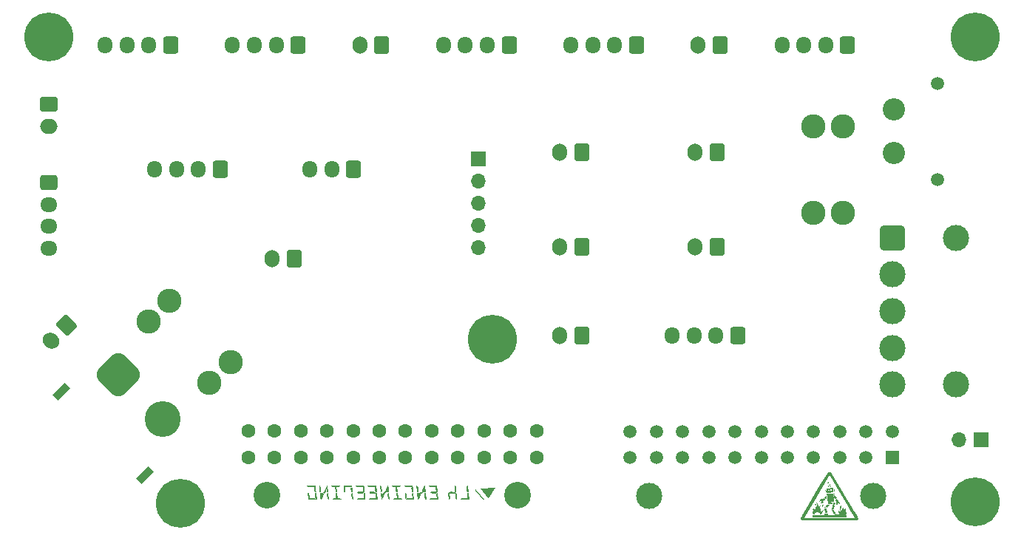
<source format=gbr>
%TF.GenerationSoftware,KiCad,Pcbnew,7.0.11*%
%TF.CreationDate,2024-08-18T05:37:00+00:00*%
%TF.ProjectId,LHS Breakbeat,4c485320-4272-4656-916b-626561742e6b,Vol 1*%
%TF.SameCoordinates,Original*%
%TF.FileFunction,Soldermask,Bot*%
%TF.FilePolarity,Negative*%
%FSLAX46Y46*%
G04 Gerber Fmt 4.6, Leading zero omitted, Abs format (unit mm)*
G04 Created by KiCad (PCBNEW 7.0.11) date 2024-08-18 05:37:00*
%MOMM*%
%LPD*%
G01*
G04 APERTURE LIST*
G04 Aperture macros list*
%AMRoundRect*
0 Rectangle with rounded corners*
0 $1 Rounding radius*
0 $2 $3 $4 $5 $6 $7 $8 $9 X,Y pos of 4 corners*
0 Add a 4 corners polygon primitive as box body*
4,1,4,$2,$3,$4,$5,$6,$7,$8,$9,$2,$3,0*
0 Add four circle primitives for the rounded corners*
1,1,$1+$1,$2,$3*
1,1,$1+$1,$4,$5*
1,1,$1+$1,$6,$7*
1,1,$1+$1,$8,$9*
0 Add four rect primitives between the rounded corners*
20,1,$1+$1,$2,$3,$4,$5,0*
20,1,$1+$1,$4,$5,$6,$7,0*
20,1,$1+$1,$6,$7,$8,$9,0*
20,1,$1+$1,$8,$9,$2,$3,0*%
%AMHorizOval*
0 Thick line with rounded ends*
0 $1 width*
0 $2 $3 position (X,Y) of the first rounded end (center of the circle)*
0 $4 $5 position (X,Y) of the second rounded end (center of the circle)*
0 Add line between two ends*
20,1,$1,$2,$3,$4,$5,0*
0 Add two circle primitives to create the rounded ends*
1,1,$1,$2,$3*
1,1,$1,$4,$5*%
%AMRotRect*
0 Rectangle, with rotation*
0 The origin of the aperture is its center*
0 $1 length*
0 $2 width*
0 $3 Rotation angle, in degrees counterclockwise*
0 Add horizontal line*
21,1,$1,$2,0,0,$3*%
G04 Aperture macros list end*
%ADD10C,0.000000*%
%ADD11RoundRect,0.250000X0.600000X0.725000X-0.600000X0.725000X-0.600000X-0.725000X0.600000X-0.725000X0*%
%ADD12O,1.700000X1.950000*%
%ADD13R,1.700000X1.700000*%
%ADD14O,1.700000X1.700000*%
%ADD15RoundRect,0.250000X-0.750000X0.600000X-0.750000X-0.600000X0.750000X-0.600000X0.750000X0.600000X0*%
%ADD16O,2.000000X1.700000*%
%ADD17RoundRect,0.250000X0.600000X0.750000X-0.600000X0.750000X-0.600000X-0.750000X0.600000X-0.750000X0*%
%ADD18O,1.700000X2.000000*%
%ADD19RoundRect,0.250000X-0.725000X0.600000X-0.725000X-0.600000X0.725000X-0.600000X0.725000X0.600000X0*%
%ADD20O,1.950000X1.700000*%
%ADD21C,5.600000*%
%ADD22RoundRect,0.250000X-0.106066X0.954594X-0.954594X0.106066X0.106066X-0.954594X0.954594X-0.106066X0*%
%ADD23HorizOval,1.700000X-0.106066X0.106066X0.106066X-0.106066X0*%
%ADD24C,3.050000*%
%ADD25C,1.605000*%
%ADD26C,2.780000*%
%ADD27C,3.000000*%
%ADD28RoundRect,0.300000X1.100000X-1.100000X1.100000X1.100000X-1.100000X1.100000X-1.100000X-1.100000X0*%
%ADD29R,1.520000X1.520000*%
%ADD30C,1.520000*%
%ADD31RotRect,0.900000X2.000000X135.000000*%
%ADD32RoundRect,1.025000X1.449569X0.000000X0.000000X1.449569X-1.449569X0.000000X0.000000X-1.449569X0*%
%ADD33C,4.100000*%
%ADD34C,2.550000*%
%ADD35C,1.500000*%
G04 APERTURE END LIST*
D10*
G36*
X127137884Y-122020248D02*
G01*
X127141145Y-122020510D01*
X127144363Y-122020928D01*
X127147537Y-122021494D01*
X127150663Y-122022208D01*
X127153736Y-122023063D01*
X127156754Y-122024058D01*
X127159711Y-122025187D01*
X127162602Y-122026448D01*
X127165424Y-122027838D01*
X127168173Y-122029351D01*
X127170846Y-122030986D01*
X127173437Y-122032740D01*
X127175942Y-122034607D01*
X127178359Y-122036584D01*
X127180680Y-122038668D01*
X127182905Y-122040854D01*
X127185026Y-122043142D01*
X127187042Y-122045526D01*
X127188947Y-122048000D01*
X127190738Y-122050566D01*
X127192412Y-122053215D01*
X127193961Y-122055946D01*
X127195386Y-122058756D01*
X127196677Y-122061642D01*
X127197835Y-122064596D01*
X127198851Y-122067620D01*
X127199727Y-122070708D01*
X127200455Y-122073855D01*
X127201031Y-122077062D01*
X127201449Y-122080318D01*
X127269997Y-122747736D01*
X127270129Y-122749380D01*
X127270199Y-122751021D01*
X127270211Y-122752654D01*
X127270163Y-122754282D01*
X127270055Y-122755899D01*
X127269893Y-122757507D01*
X127269669Y-122759103D01*
X127269391Y-122760685D01*
X127269059Y-122762253D01*
X127268670Y-122763807D01*
X127268228Y-122765342D01*
X127267733Y-122766859D01*
X127267184Y-122768356D01*
X127266582Y-122769832D01*
X127265929Y-122771286D01*
X127265227Y-122772714D01*
X127264475Y-122774115D01*
X127263674Y-122775492D01*
X127262825Y-122776838D01*
X127261926Y-122778157D01*
X127260981Y-122779443D01*
X127259991Y-122780697D01*
X127258955Y-122781916D01*
X127257875Y-122783102D01*
X127256748Y-122784249D01*
X127255580Y-122785358D01*
X127254369Y-122786428D01*
X127253117Y-122787458D01*
X127251823Y-122788444D01*
X127250487Y-122789388D01*
X127249113Y-122790286D01*
X127247699Y-122791136D01*
X127246449Y-122791831D01*
X127245177Y-122792485D01*
X127243889Y-122793096D01*
X127242582Y-122793663D01*
X127241259Y-122794189D01*
X127239920Y-122794671D01*
X127238567Y-122795108D01*
X127237200Y-122795506D01*
X127235822Y-122795859D01*
X127234431Y-122796169D01*
X127233030Y-122796435D01*
X127231621Y-122796658D01*
X127230203Y-122796836D01*
X127228777Y-122796973D01*
X127227348Y-122797065D01*
X127225910Y-122797113D01*
X126331715Y-122804373D01*
X126330057Y-122804371D01*
X126328401Y-122804310D01*
X126326745Y-122804192D01*
X126325097Y-122804019D01*
X126323454Y-122803790D01*
X126321819Y-122803509D01*
X126320199Y-122803178D01*
X126318594Y-122802794D01*
X126316209Y-122802088D01*
X126313887Y-122801268D01*
X126311630Y-122800338D01*
X126309438Y-122799298D01*
X126307317Y-122798158D01*
X126305267Y-122796919D01*
X126303289Y-122795583D01*
X126301388Y-122794158D01*
X126299567Y-122792643D01*
X126297824Y-122791047D01*
X126296165Y-122789370D01*
X126294590Y-122787618D01*
X126293101Y-122785794D01*
X126291703Y-122783900D01*
X126290397Y-122781944D01*
X126289183Y-122779927D01*
X126288066Y-122777853D01*
X126287046Y-122775728D01*
X126286129Y-122773554D01*
X126285313Y-122771334D01*
X126284603Y-122769073D01*
X126283999Y-122766776D01*
X126283503Y-122764447D01*
X126283122Y-122762086D01*
X126282853Y-122759702D01*
X126282701Y-122757294D01*
X126282667Y-122754871D01*
X126282753Y-122752432D01*
X126282962Y-122749984D01*
X126283297Y-122747530D01*
X126283759Y-122745075D01*
X126284351Y-122742622D01*
X126284775Y-122741068D01*
X126285255Y-122739534D01*
X126285786Y-122738016D01*
X126286371Y-122736517D01*
X126287006Y-122735037D01*
X126287690Y-122733583D01*
X126288423Y-122732151D01*
X126289205Y-122730745D01*
X126299825Y-122715086D01*
X126312270Y-122700744D01*
X126326429Y-122687666D01*
X126342198Y-122675796D01*
X126359468Y-122665087D01*
X126378131Y-122655481D01*
X126398081Y-122646927D01*
X126419207Y-122639370D01*
X126464564Y-122627043D01*
X126513342Y-122618074D01*
X126564680Y-122612041D01*
X126617717Y-122608520D01*
X126671591Y-122607086D01*
X126725444Y-122607316D01*
X126829634Y-122611075D01*
X126999860Y-122619914D01*
X127007766Y-122620312D01*
X127015467Y-122621262D01*
X127019241Y-122621941D01*
X127022965Y-122622758D01*
X127026639Y-122623714D01*
X127030261Y-122624804D01*
X127033830Y-122626034D01*
X127037349Y-122627401D01*
X127040819Y-122628903D01*
X127044237Y-122630545D01*
X127047602Y-122632322D01*
X127050919Y-122634237D01*
X127057395Y-122638482D01*
X127063669Y-122643273D01*
X127069736Y-122648614D01*
X127075597Y-122654506D01*
X127081255Y-122660948D01*
X127086707Y-122667939D01*
X127091952Y-122675479D01*
X127096991Y-122683570D01*
X127101823Y-122692212D01*
X127102974Y-122694350D01*
X127104000Y-122696194D01*
X127104903Y-122697746D01*
X127105681Y-122699001D01*
X127106336Y-122699962D01*
X127106865Y-122700627D01*
X127107083Y-122700850D01*
X127107270Y-122701000D01*
X127107426Y-122701075D01*
X127107551Y-122701076D01*
X127107643Y-122701003D01*
X127107705Y-122700856D01*
X127107737Y-122700636D01*
X127107735Y-122700342D01*
X127107639Y-122699533D01*
X127107419Y-122698426D01*
X127107071Y-122697026D01*
X127106598Y-122695328D01*
X127105999Y-122693335D01*
X127105273Y-122691045D01*
X127094679Y-122655927D01*
X127085041Y-122620695D01*
X127076357Y-122585353D01*
X127068625Y-122549896D01*
X127061847Y-122514328D01*
X127056024Y-122478649D01*
X127051157Y-122442855D01*
X127047240Y-122406949D01*
X127044279Y-122370931D01*
X127042272Y-122334800D01*
X127041217Y-122298556D01*
X127041116Y-122262199D01*
X127041972Y-122225728D01*
X127043778Y-122189145D01*
X127046540Y-122152448D01*
X127050253Y-122115639D01*
X127051830Y-122104387D01*
X127053871Y-122093840D01*
X127055066Y-122088830D01*
X127056377Y-122083996D01*
X127057803Y-122079340D01*
X127059347Y-122074860D01*
X127061006Y-122070554D01*
X127062781Y-122066425D01*
X127064673Y-122062474D01*
X127066682Y-122058698D01*
X127068806Y-122055098D01*
X127071047Y-122051674D01*
X127073405Y-122048427D01*
X127075878Y-122045354D01*
X127078466Y-122042460D01*
X127081172Y-122039740D01*
X127083995Y-122037198D01*
X127086932Y-122034831D01*
X127089987Y-122032642D01*
X127093158Y-122030630D01*
X127096446Y-122028793D01*
X127099849Y-122027131D01*
X127103367Y-122025648D01*
X127107006Y-122024338D01*
X127110757Y-122023207D01*
X127114626Y-122022250D01*
X127118610Y-122021472D01*
X127122713Y-122020869D01*
X127126929Y-122020443D01*
X127131264Y-122020194D01*
X127134590Y-122020141D01*
X127137884Y-122020248D01*
G37*
G36*
X121445840Y-121169168D02*
G01*
X121452342Y-121170028D01*
X121458657Y-121171192D01*
X121464788Y-121172660D01*
X121470734Y-121174431D01*
X121476495Y-121176506D01*
X121482072Y-121178884D01*
X121487460Y-121181567D01*
X121492664Y-121184554D01*
X121497684Y-121187846D01*
X121502519Y-121191438D01*
X121507166Y-121195336D01*
X121511629Y-121199538D01*
X121515907Y-121204043D01*
X121520000Y-121208853D01*
X121523906Y-121213966D01*
X121527627Y-121219382D01*
X121534513Y-121231126D01*
X121540657Y-121244086D01*
X121546059Y-121258263D01*
X121550719Y-121273654D01*
X121554636Y-121290261D01*
X121557810Y-121308084D01*
X121560242Y-121327122D01*
X121573628Y-121466584D01*
X121585797Y-121605009D01*
X121596749Y-121742392D01*
X121606475Y-121878728D01*
X121606533Y-121879432D01*
X121606578Y-121880135D01*
X121606610Y-121880843D01*
X121606632Y-121881552D01*
X121606643Y-121882265D01*
X121606643Y-121882979D01*
X121606626Y-121884418D01*
X121606481Y-121887446D01*
X121606181Y-121890431D01*
X121605732Y-121893374D01*
X121605135Y-121896267D01*
X121604399Y-121899107D01*
X121603521Y-121901892D01*
X121602510Y-121904618D01*
X121601370Y-121907279D01*
X121600103Y-121909874D01*
X121598712Y-121912396D01*
X121597203Y-121914844D01*
X121595581Y-121917214D01*
X121593848Y-121919501D01*
X121592009Y-121921703D01*
X121590067Y-121923814D01*
X121588027Y-121925831D01*
X121585891Y-121927751D01*
X121583666Y-121929569D01*
X121581355Y-121931283D01*
X121578961Y-121932888D01*
X121576488Y-121934380D01*
X121573940Y-121935755D01*
X121571323Y-121937013D01*
X121568639Y-121938143D01*
X121565891Y-121939149D01*
X121563086Y-121940021D01*
X121560224Y-121940759D01*
X121557314Y-121941357D01*
X121554359Y-121941815D01*
X121551359Y-121942124D01*
X121548319Y-121942284D01*
X121545247Y-121942290D01*
X121543909Y-121942242D01*
X121542553Y-121942175D01*
X121541871Y-121942131D01*
X121541193Y-121942077D01*
X121540518Y-121942014D01*
X121539851Y-121941940D01*
X121527570Y-121940140D01*
X121515864Y-121937550D01*
X121504731Y-121934169D01*
X121499383Y-121932182D01*
X121494176Y-121929999D01*
X121489115Y-121927617D01*
X121484197Y-121925039D01*
X121479422Y-121922262D01*
X121474791Y-121919288D01*
X121470303Y-121916117D01*
X121465961Y-121912748D01*
X121461762Y-121909182D01*
X121457707Y-121905419D01*
X121453794Y-121901458D01*
X121450027Y-121897299D01*
X121446403Y-121892944D01*
X121442924Y-121888390D01*
X121436396Y-121878692D01*
X121430444Y-121868204D01*
X121425069Y-121856926D01*
X121420271Y-121844859D01*
X121416048Y-121832002D01*
X121412401Y-121818356D01*
X121403097Y-121776962D01*
X121395199Y-121735667D01*
X121388709Y-121694478D01*
X121383625Y-121653392D01*
X121379947Y-121612407D01*
X121377674Y-121571525D01*
X121376809Y-121530744D01*
X121377349Y-121490067D01*
X121379295Y-121449494D01*
X121382648Y-121409022D01*
X121387406Y-121368653D01*
X121393569Y-121328390D01*
X121401139Y-121288226D01*
X121410114Y-121248167D01*
X121420494Y-121208212D01*
X121432280Y-121168358D01*
X121445840Y-121169168D01*
G37*
G36*
X124158247Y-122610590D02*
G01*
X124315482Y-122617156D01*
X124317150Y-122617239D01*
X124318811Y-122617378D01*
X124320463Y-122617574D01*
X124322105Y-122617821D01*
X124323735Y-122618124D01*
X124325354Y-122618481D01*
X124326959Y-122618892D01*
X124328549Y-122619355D01*
X124330124Y-122619872D01*
X124331681Y-122620441D01*
X124333220Y-122621061D01*
X124334737Y-122621732D01*
X124336237Y-122622457D01*
X124337713Y-122623230D01*
X124339165Y-122624055D01*
X124340594Y-122624931D01*
X124472483Y-122710478D01*
X124473659Y-122711295D01*
X124474811Y-122712141D01*
X124475939Y-122713021D01*
X124477040Y-122713932D01*
X124478114Y-122714871D01*
X124479161Y-122715841D01*
X124480181Y-122716840D01*
X124481173Y-122717866D01*
X124482133Y-122718921D01*
X124483067Y-122720004D01*
X124483964Y-122721111D01*
X124484834Y-122722244D01*
X124485669Y-122723403D01*
X124486473Y-122724588D01*
X124487243Y-122725794D01*
X124487977Y-122727024D01*
X124489199Y-122729271D01*
X124490293Y-122731556D01*
X124491261Y-122733872D01*
X124492104Y-122736218D01*
X124492823Y-122738587D01*
X124493417Y-122740976D01*
X124493892Y-122743378D01*
X124494246Y-122745793D01*
X124494480Y-122748212D01*
X124494596Y-122750634D01*
X124494595Y-122753053D01*
X124494479Y-122755464D01*
X124494248Y-122757865D01*
X124493904Y-122760248D01*
X124493445Y-122762611D01*
X124492880Y-122764950D01*
X124492201Y-122767257D01*
X124491416Y-122769531D01*
X124490522Y-122771769D01*
X124489523Y-122773962D01*
X124488417Y-122776107D01*
X124487209Y-122778202D01*
X124485899Y-122780242D01*
X124484485Y-122782220D01*
X124482973Y-122784135D01*
X124481360Y-122785978D01*
X124479650Y-122787750D01*
X124477842Y-122789442D01*
X124475940Y-122791053D01*
X124473942Y-122792574D01*
X124471853Y-122794006D01*
X124469670Y-122795342D01*
X124468268Y-122796122D01*
X124466845Y-122796858D01*
X124465400Y-122797546D01*
X124463937Y-122798188D01*
X124462457Y-122798784D01*
X124460959Y-122799331D01*
X124459447Y-122799829D01*
X124457921Y-122800278D01*
X124456381Y-122800678D01*
X124454831Y-122801029D01*
X124453267Y-122801328D01*
X124451694Y-122801577D01*
X124450113Y-122801773D01*
X124448526Y-122801917D01*
X124446931Y-122802009D01*
X124445333Y-122802049D01*
X124079885Y-122803498D01*
X124078197Y-122803488D01*
X124076519Y-122803420D01*
X124074849Y-122803297D01*
X124073189Y-122803118D01*
X124071541Y-122802884D01*
X124069907Y-122802598D01*
X124068289Y-122802258D01*
X124066683Y-122801865D01*
X124065096Y-122801421D01*
X124063526Y-122800926D01*
X124061976Y-122800381D01*
X124060446Y-122799786D01*
X124058939Y-122799140D01*
X124057453Y-122798449D01*
X124055991Y-122797710D01*
X124054555Y-122796921D01*
X124053145Y-122796087D01*
X124051763Y-122795209D01*
X124050411Y-122794285D01*
X124049089Y-122793318D01*
X124047798Y-122792307D01*
X124046539Y-122791254D01*
X124045314Y-122790157D01*
X124044123Y-122789020D01*
X124042969Y-122787841D01*
X124041853Y-122786623D01*
X124040774Y-122785365D01*
X124039736Y-122784068D01*
X124038740Y-122782735D01*
X124037785Y-122781363D01*
X124036873Y-122779954D01*
X124036007Y-122778511D01*
X124034173Y-122775024D01*
X124032637Y-122771440D01*
X124031396Y-122767780D01*
X124030447Y-122764059D01*
X124029791Y-122760295D01*
X124029423Y-122756505D01*
X124029345Y-122752706D01*
X124029553Y-122748918D01*
X124030046Y-122745153D01*
X124030821Y-122741432D01*
X124031880Y-122737773D01*
X124033215Y-122734191D01*
X124034828Y-122730706D01*
X124036719Y-122727331D01*
X124038885Y-122724087D01*
X124041323Y-122720991D01*
X124118365Y-122628668D01*
X124120261Y-122626506D01*
X124122265Y-122624468D01*
X124124373Y-122622558D01*
X124126578Y-122620777D01*
X124128871Y-122619129D01*
X124131248Y-122617617D01*
X124133703Y-122616243D01*
X124136228Y-122615011D01*
X124138820Y-122613922D01*
X124141467Y-122612982D01*
X124144170Y-122612191D01*
X124146918Y-122611554D01*
X124149707Y-122611071D01*
X124152527Y-122610748D01*
X124155375Y-122610586D01*
X124158247Y-122610590D01*
G37*
G36*
X121441745Y-122616480D02*
G01*
X121443963Y-122616536D01*
X121446169Y-122616661D01*
X121450539Y-122617112D01*
X121454843Y-122617825D01*
X121459069Y-122618793D01*
X121463207Y-122620015D01*
X121467242Y-122621479D01*
X121471167Y-122623182D01*
X121474973Y-122625115D01*
X121478643Y-122627276D01*
X121482169Y-122629657D01*
X121485539Y-122632250D01*
X121488741Y-122635054D01*
X121491767Y-122638057D01*
X121494602Y-122641256D01*
X121495946Y-122642926D01*
X121497237Y-122644645D01*
X121498476Y-122646406D01*
X121499663Y-122648216D01*
X121588009Y-122786949D01*
X121487509Y-122795416D01*
X121386859Y-122802188D01*
X121286053Y-122807264D01*
X121185096Y-122810648D01*
X121083986Y-122812341D01*
X120982723Y-122812345D01*
X120881307Y-122810662D01*
X120779741Y-122807294D01*
X120771317Y-122806726D01*
X120763536Y-122805862D01*
X120756404Y-122804698D01*
X120749917Y-122803236D01*
X120744075Y-122801476D01*
X120738882Y-122799417D01*
X120734331Y-122797058D01*
X120730429Y-122794401D01*
X120727172Y-122791447D01*
X120724561Y-122788192D01*
X120722597Y-122784639D01*
X120721278Y-122780790D01*
X120720606Y-122776639D01*
X120720578Y-122772189D01*
X120721199Y-122767442D01*
X120722463Y-122762396D01*
X120724374Y-122757051D01*
X120726932Y-122751406D01*
X120730135Y-122745463D01*
X120733986Y-122739220D01*
X120738481Y-122732682D01*
X120743622Y-122725840D01*
X120755845Y-122711266D01*
X120770653Y-122695494D01*
X120788043Y-122678526D01*
X120808017Y-122660360D01*
X120830579Y-122640999D01*
X120834303Y-122638069D01*
X120838139Y-122635311D01*
X120842071Y-122632729D01*
X120846097Y-122630324D01*
X120850211Y-122628097D01*
X120854407Y-122626052D01*
X120858678Y-122624192D01*
X120863019Y-122622517D01*
X120867423Y-122621030D01*
X120871885Y-122619734D01*
X120876396Y-122618628D01*
X120880952Y-122617718D01*
X120885546Y-122617002D01*
X120890173Y-122616486D01*
X120894825Y-122616170D01*
X120899498Y-122616056D01*
X121441745Y-122616480D01*
G37*
G36*
X133508647Y-122017422D02*
G01*
X133514077Y-122017821D01*
X133519456Y-122018482D01*
X133524775Y-122019398D01*
X133530025Y-122020564D01*
X133535199Y-122021976D01*
X133540285Y-122023626D01*
X133545279Y-122025513D01*
X133550167Y-122027629D01*
X133554943Y-122029969D01*
X133559597Y-122032530D01*
X133564123Y-122035303D01*
X133568508Y-122038287D01*
X133572748Y-122041476D01*
X133576831Y-122044863D01*
X133580748Y-122048444D01*
X133584492Y-122052214D01*
X133588054Y-122056170D01*
X133591423Y-122060302D01*
X133594593Y-122064608D01*
X133597553Y-122069084D01*
X133600297Y-122073723D01*
X133602814Y-122078520D01*
X133605094Y-122083472D01*
X133607131Y-122088570D01*
X133608916Y-122093811D01*
X133610440Y-122099191D01*
X133611211Y-122102422D01*
X133611881Y-122105671D01*
X133612450Y-122108937D01*
X133612915Y-122112214D01*
X133613279Y-122115504D01*
X133613542Y-122118802D01*
X133613703Y-122122106D01*
X133613761Y-122125414D01*
X133613718Y-122128724D01*
X133613574Y-122132035D01*
X133613329Y-122135340D01*
X133612983Y-122138640D01*
X133612536Y-122141934D01*
X133611987Y-122145214D01*
X133611336Y-122148486D01*
X133610585Y-122151740D01*
X133600512Y-122190186D01*
X133589682Y-122228342D01*
X133578093Y-122266208D01*
X133565743Y-122303786D01*
X133552635Y-122341075D01*
X133538770Y-122378073D01*
X133524142Y-122414785D01*
X133508755Y-122451204D01*
X133492611Y-122487334D01*
X133475705Y-122523177D01*
X133458039Y-122558730D01*
X133439614Y-122593993D01*
X133420428Y-122628966D01*
X133400482Y-122663648D01*
X133379776Y-122698042D01*
X133358309Y-122732148D01*
X133346532Y-122749600D01*
X133340873Y-122757369D01*
X133335365Y-122764498D01*
X133330008Y-122770988D01*
X133324803Y-122776840D01*
X133319751Y-122782053D01*
X133314850Y-122786629D01*
X133310100Y-122790564D01*
X133305502Y-122793861D01*
X133301056Y-122796519D01*
X133296763Y-122798541D01*
X133292620Y-122799922D01*
X133288630Y-122800665D01*
X133284790Y-122800770D01*
X133281101Y-122800234D01*
X133277566Y-122799061D01*
X133274182Y-122797250D01*
X133270949Y-122794798D01*
X133267867Y-122791710D01*
X133264939Y-122787984D01*
X133262161Y-122783617D01*
X133259536Y-122778612D01*
X133257060Y-122772970D01*
X133254738Y-122766688D01*
X133252566Y-122759768D01*
X133250547Y-122752208D01*
X133248678Y-122744012D01*
X133246962Y-122735175D01*
X133245395Y-122725700D01*
X133242721Y-122704838D01*
X133175736Y-122090138D01*
X133175631Y-122089292D01*
X133175607Y-122089075D01*
X133175589Y-122088855D01*
X133175575Y-122088636D01*
X133175569Y-122088418D01*
X133175416Y-122085901D01*
X133175393Y-122083405D01*
X133175497Y-122080932D01*
X133175728Y-122078484D01*
X133176081Y-122076068D01*
X133176552Y-122073686D01*
X133177140Y-122071340D01*
X133177843Y-122069035D01*
X133178656Y-122066774D01*
X133179576Y-122064560D01*
X133180601Y-122062396D01*
X133181729Y-122060289D01*
X133182954Y-122058238D01*
X133184275Y-122056250D01*
X133185689Y-122054326D01*
X133187194Y-122052471D01*
X133188785Y-122050689D01*
X133190459Y-122048982D01*
X133192215Y-122047351D01*
X133194049Y-122045804D01*
X133195959Y-122044345D01*
X133197940Y-122042972D01*
X133199991Y-122041692D01*
X133202109Y-122040508D01*
X133204288Y-122039425D01*
X133206528Y-122038446D01*
X133208826Y-122037571D01*
X133211181Y-122036808D01*
X133213584Y-122036158D01*
X133216037Y-122035623D01*
X133218537Y-122035210D01*
X133221077Y-122034921D01*
X133222987Y-122034812D01*
X133229923Y-122034492D01*
X133236705Y-122034412D01*
X133243327Y-122034576D01*
X133249793Y-122034975D01*
X133256101Y-122035618D01*
X133262250Y-122036500D01*
X133268244Y-122037625D01*
X133274079Y-122038989D01*
X133279757Y-122040594D01*
X133285276Y-122042438D01*
X133290639Y-122044525D01*
X133295843Y-122046850D01*
X133300890Y-122049417D01*
X133305780Y-122052225D01*
X133310512Y-122055274D01*
X133315085Y-122058562D01*
X133319503Y-122062094D01*
X133323763Y-122065863D01*
X133327865Y-122069876D01*
X133331809Y-122074129D01*
X133335597Y-122078622D01*
X133339225Y-122083357D01*
X133342697Y-122088332D01*
X133346011Y-122093550D01*
X133349167Y-122099007D01*
X133352169Y-122104705D01*
X133355008Y-122110644D01*
X133357692Y-122116825D01*
X133360219Y-122123246D01*
X133362588Y-122129910D01*
X133366855Y-122143959D01*
X133367081Y-122144608D01*
X133367323Y-122145254D01*
X133367580Y-122145896D01*
X133367854Y-122146532D01*
X133368144Y-122147166D01*
X133368449Y-122147790D01*
X133368772Y-122148408D01*
X133369113Y-122149015D01*
X133369839Y-122150202D01*
X133370617Y-122151339D01*
X133371445Y-122152425D01*
X133372321Y-122153458D01*
X133373242Y-122154441D01*
X133374203Y-122155370D01*
X133375205Y-122156245D01*
X133376245Y-122157068D01*
X133377321Y-122157834D01*
X133378428Y-122158545D01*
X133379567Y-122159200D01*
X133380732Y-122159799D01*
X133381925Y-122160340D01*
X133383139Y-122160824D01*
X133384374Y-122161249D01*
X133385628Y-122161616D01*
X133386897Y-122161923D01*
X133388179Y-122162170D01*
X133389473Y-122162355D01*
X133390775Y-122162479D01*
X133392084Y-122162541D01*
X133393396Y-122162541D01*
X133394710Y-122162476D01*
X133396023Y-122162349D01*
X133397331Y-122162155D01*
X133398634Y-122161899D01*
X133399930Y-122161575D01*
X133401215Y-122161184D01*
X133402485Y-122160727D01*
X133403741Y-122160202D01*
X133404979Y-122159610D01*
X133406196Y-122158948D01*
X133407899Y-122157879D01*
X133409502Y-122156702D01*
X133411002Y-122155420D01*
X133412397Y-122154044D01*
X133413681Y-122152578D01*
X133414853Y-122151028D01*
X133415909Y-122149402D01*
X133416843Y-122147708D01*
X133417656Y-122145951D01*
X133418343Y-122144138D01*
X133418899Y-122142276D01*
X133419324Y-122140374D01*
X133419611Y-122138434D01*
X133419757Y-122136466D01*
X133419762Y-122134477D01*
X133419621Y-122132473D01*
X133418490Y-122123917D01*
X133417583Y-122115780D01*
X133416895Y-122108062D01*
X133416429Y-122100766D01*
X133416185Y-122093888D01*
X133416162Y-122087427D01*
X133416363Y-122081386D01*
X133416784Y-122075766D01*
X133417429Y-122070562D01*
X133418296Y-122065777D01*
X133419387Y-122061411D01*
X133420015Y-122059387D01*
X133420699Y-122057466D01*
X133421439Y-122055649D01*
X133422234Y-122053935D01*
X133423087Y-122052327D01*
X133423996Y-122050825D01*
X133424957Y-122049426D01*
X133425977Y-122048133D01*
X133427055Y-122046942D01*
X133428185Y-122045858D01*
X133430741Y-122043651D01*
X133433359Y-122041525D01*
X133436038Y-122039479D01*
X133438776Y-122037516D01*
X133441571Y-122035635D01*
X133444421Y-122033840D01*
X133447324Y-122032129D01*
X133450277Y-122030504D01*
X133453279Y-122028969D01*
X133456327Y-122027522D01*
X133459421Y-122026166D01*
X133462559Y-122024899D01*
X133465735Y-122023726D01*
X133468953Y-122022646D01*
X133472203Y-122021661D01*
X133475491Y-122020773D01*
X133481043Y-122019505D01*
X133486595Y-122018527D01*
X133492143Y-122017834D01*
X133497672Y-122017422D01*
X133503177Y-122017287D01*
X133508647Y-122017422D01*
G37*
G36*
X128503565Y-122011323D02*
G01*
X128507508Y-122011702D01*
X128511425Y-122012269D01*
X128515307Y-122013018D01*
X128519149Y-122013949D01*
X128522941Y-122015060D01*
X128526680Y-122016351D01*
X128530355Y-122017820D01*
X128533961Y-122019459D01*
X128537489Y-122021274D01*
X128540931Y-122023258D01*
X128544282Y-122025411D01*
X128547535Y-122027732D01*
X128550680Y-122030216D01*
X128553711Y-122032864D01*
X128556621Y-122035674D01*
X128559404Y-122038642D01*
X128562049Y-122041767D01*
X128564552Y-122045047D01*
X128566904Y-122048480D01*
X128569099Y-122052066D01*
X128570184Y-122054004D01*
X128571215Y-122055969D01*
X128572189Y-122057961D01*
X128573111Y-122059974D01*
X128573977Y-122062010D01*
X128574786Y-122064069D01*
X128575541Y-122066149D01*
X128576238Y-122068249D01*
X128576876Y-122070366D01*
X128577459Y-122072499D01*
X128577984Y-122074652D01*
X128578451Y-122076818D01*
X128578859Y-122078998D01*
X128579207Y-122081191D01*
X128579496Y-122083395D01*
X128579725Y-122085612D01*
X128645763Y-122727254D01*
X128645960Y-122729557D01*
X128646072Y-122731854D01*
X128646099Y-122734143D01*
X128646043Y-122736421D01*
X128645901Y-122738689D01*
X128645679Y-122740941D01*
X128645379Y-122743179D01*
X128644995Y-122745398D01*
X128644537Y-122747598D01*
X128643998Y-122749774D01*
X128643383Y-122751928D01*
X128642694Y-122754057D01*
X128641931Y-122756156D01*
X128641092Y-122758227D01*
X128640182Y-122760265D01*
X128639199Y-122762269D01*
X128638148Y-122764238D01*
X128637029Y-122766169D01*
X128635839Y-122768060D01*
X128634583Y-122769908D01*
X128633262Y-122771714D01*
X128631873Y-122773474D01*
X128630423Y-122775184D01*
X128628908Y-122776848D01*
X128627333Y-122778458D01*
X128625696Y-122780014D01*
X128623999Y-122781514D01*
X128622243Y-122782959D01*
X128620431Y-122784343D01*
X128618562Y-122785664D01*
X128616635Y-122786924D01*
X128614655Y-122788116D01*
X128612903Y-122789089D01*
X128611125Y-122790006D01*
X128609323Y-122790864D01*
X128607500Y-122791663D01*
X128605655Y-122792401D01*
X128603790Y-122793081D01*
X128601907Y-122793702D01*
X128600005Y-122794262D01*
X128598087Y-122794762D01*
X128596155Y-122795200D01*
X128594209Y-122795581D01*
X128592248Y-122795899D01*
X128590278Y-122796157D01*
X128588294Y-122796352D01*
X128586305Y-122796487D01*
X128584305Y-122796560D01*
X127752950Y-122805487D01*
X127746765Y-122805432D01*
X127740854Y-122805194D01*
X127735217Y-122804774D01*
X127729851Y-122804170D01*
X127724759Y-122803384D01*
X127719938Y-122802414D01*
X127715391Y-122801262D01*
X127711116Y-122799925D01*
X127707115Y-122798406D01*
X127703385Y-122796704D01*
X127699931Y-122794818D01*
X127696748Y-122792750D01*
X127693838Y-122790498D01*
X127691202Y-122788063D01*
X127688838Y-122785443D01*
X127686746Y-122782642D01*
X127684929Y-122779657D01*
X127683383Y-122776489D01*
X127682111Y-122773138D01*
X127681110Y-122769603D01*
X127680385Y-122765887D01*
X127679931Y-122761986D01*
X127679751Y-122757902D01*
X127679843Y-122753634D01*
X127680210Y-122749184D01*
X127680848Y-122744550D01*
X127681761Y-122739732D01*
X127682945Y-122734732D01*
X127684404Y-122729548D01*
X127686133Y-122724181D01*
X127688137Y-122718632D01*
X127690415Y-122712896D01*
X127694538Y-122704077D01*
X127699441Y-122695758D01*
X127705121Y-122687938D01*
X127711579Y-122680617D01*
X127718814Y-122673794D01*
X127726827Y-122667472D01*
X127735619Y-122661648D01*
X127745187Y-122656321D01*
X127755535Y-122651494D01*
X127766658Y-122647165D01*
X127778561Y-122643334D01*
X127791241Y-122640001D01*
X127804698Y-122637164D01*
X127818936Y-122634825D01*
X127833948Y-122632982D01*
X127849739Y-122631637D01*
X127918109Y-122627302D01*
X127986479Y-122623950D01*
X128054847Y-122621577D01*
X128123217Y-122620186D01*
X128191583Y-122619774D01*
X128259944Y-122620342D01*
X128328302Y-122621889D01*
X128396652Y-122624416D01*
X128400343Y-122624676D01*
X128403956Y-122625026D01*
X128407494Y-122625465D01*
X128410956Y-122625994D01*
X128414341Y-122626614D01*
X128417652Y-122627324D01*
X128420885Y-122628122D01*
X128424041Y-122629011D01*
X128427121Y-122629989D01*
X128430123Y-122631058D01*
X128433049Y-122632215D01*
X128435899Y-122633463D01*
X128438671Y-122634799D01*
X128441364Y-122636224D01*
X128443981Y-122637741D01*
X128446519Y-122639347D01*
X128449494Y-122641345D01*
X128452417Y-122643379D01*
X128455289Y-122645446D01*
X128458111Y-122647550D01*
X128460882Y-122649692D01*
X128463603Y-122651866D01*
X128466273Y-122654077D01*
X128468894Y-122656324D01*
X128471463Y-122658607D01*
X128473983Y-122660924D01*
X128476453Y-122663278D01*
X128478873Y-122665666D01*
X128481245Y-122668092D01*
X128483567Y-122670553D01*
X128485839Y-122673049D01*
X128488063Y-122675581D01*
X128489744Y-122677615D01*
X128491247Y-122679349D01*
X128492571Y-122680784D01*
X128493720Y-122681924D01*
X128494688Y-122682765D01*
X128495108Y-122683075D01*
X128495483Y-122683309D01*
X128495810Y-122683468D01*
X128496096Y-122683555D01*
X128496336Y-122683566D01*
X128496534Y-122683503D01*
X128496685Y-122683364D01*
X128496793Y-122683153D01*
X128496854Y-122682867D01*
X128496873Y-122682506D01*
X128496847Y-122682072D01*
X128496779Y-122681562D01*
X128496503Y-122680318D01*
X128496053Y-122678778D01*
X128495423Y-122676940D01*
X128494615Y-122674806D01*
X128493632Y-122672372D01*
X128480132Y-122637673D01*
X128467785Y-122602708D01*
X128456595Y-122567478D01*
X128446559Y-122531980D01*
X128437677Y-122496214D01*
X128429951Y-122460183D01*
X128423377Y-122423886D01*
X128417958Y-122387319D01*
X128413693Y-122350489D01*
X128410583Y-122313388D01*
X128408624Y-122276023D01*
X128407820Y-122238390D01*
X128408171Y-122200491D01*
X128409673Y-122162324D01*
X128412327Y-122123890D01*
X128416136Y-122085188D01*
X128416766Y-122080274D01*
X128417684Y-122075437D01*
X128418885Y-122070687D01*
X128420360Y-122066040D01*
X128422101Y-122061502D01*
X128424104Y-122057085D01*
X128426359Y-122052800D01*
X128428861Y-122048660D01*
X128431601Y-122044672D01*
X128434572Y-122040850D01*
X128437769Y-122037205D01*
X128441183Y-122033746D01*
X128444805Y-122030485D01*
X128448633Y-122027430D01*
X128452657Y-122024595D01*
X128456869Y-122021991D01*
X128460557Y-122019987D01*
X128464304Y-122018191D01*
X128468108Y-122016604D01*
X128471958Y-122015222D01*
X128475846Y-122014042D01*
X128479769Y-122013064D01*
X128483714Y-122012287D01*
X128487679Y-122011707D01*
X128491653Y-122011322D01*
X128495630Y-122011132D01*
X128499603Y-122011132D01*
X128503565Y-122011323D01*
G37*
G36*
X125666286Y-121157838D02*
G01*
X125668641Y-121157993D01*
X125670983Y-121158226D01*
X125673307Y-121158539D01*
X125675612Y-121158926D01*
X125677899Y-121159391D01*
X125680163Y-121159930D01*
X125682404Y-121160543D01*
X125684619Y-121161228D01*
X125686808Y-121161989D01*
X125688968Y-121162818D01*
X125691098Y-121163717D01*
X125693196Y-121164684D01*
X125695260Y-121165721D01*
X125697287Y-121166826D01*
X125699279Y-121167995D01*
X125701230Y-121169229D01*
X125703140Y-121170528D01*
X125705010Y-121171890D01*
X125706834Y-121173314D01*
X125708612Y-121174799D01*
X125710344Y-121176342D01*
X125712025Y-121177947D01*
X125713656Y-121179609D01*
X125715233Y-121181328D01*
X125716754Y-121183102D01*
X125718222Y-121184932D01*
X125719631Y-121186816D01*
X125720979Y-121188753D01*
X125722267Y-121190742D01*
X125723492Y-121192782D01*
X125725062Y-121195655D01*
X125726483Y-121198574D01*
X125727759Y-121201534D01*
X125728890Y-121204530D01*
X125729873Y-121207559D01*
X125730714Y-121210614D01*
X125731411Y-121213691D01*
X125731967Y-121216785D01*
X125732382Y-121219893D01*
X125732655Y-121223006D01*
X125732790Y-121226122D01*
X125732789Y-121229237D01*
X125732648Y-121232342D01*
X125732372Y-121235436D01*
X125731961Y-121238513D01*
X125731417Y-121241570D01*
X125730738Y-121244597D01*
X125729928Y-121247594D01*
X125728986Y-121250555D01*
X125727913Y-121253472D01*
X125726713Y-121256345D01*
X125725383Y-121259166D01*
X125723925Y-121261932D01*
X125722343Y-121264636D01*
X125720635Y-121267276D01*
X125718803Y-121269844D01*
X125716847Y-121272336D01*
X125714767Y-121274748D01*
X125712569Y-121277075D01*
X125710249Y-121279313D01*
X125707809Y-121281454D01*
X125705250Y-121283496D01*
X125691986Y-121292756D01*
X125677433Y-121301218D01*
X125661668Y-121308915D01*
X125644773Y-121315883D01*
X125607902Y-121327756D01*
X125567451Y-121337094D01*
X125524051Y-121344164D01*
X125478331Y-121349224D01*
X125430926Y-121352536D01*
X125382462Y-121354365D01*
X125284887Y-121354611D01*
X125190654Y-121352057D01*
X125032403Y-121346930D01*
X125029098Y-121346822D01*
X125025825Y-121346592D01*
X125022585Y-121346244D01*
X125019378Y-121345773D01*
X125016201Y-121345180D01*
X125013060Y-121344467D01*
X125009949Y-121343632D01*
X125006870Y-121342676D01*
X125003825Y-121341599D01*
X125000813Y-121340399D01*
X124997832Y-121339080D01*
X124994883Y-121337640D01*
X124991967Y-121336078D01*
X124989085Y-121334394D01*
X124986235Y-121332588D01*
X124983417Y-121330664D01*
X124958707Y-121313585D01*
X124955563Y-121311532D01*
X124954080Y-121310649D01*
X124952655Y-121309865D01*
X124951292Y-121309178D01*
X124949988Y-121308585D01*
X124948741Y-121308092D01*
X124947554Y-121307692D01*
X124946426Y-121307390D01*
X124945358Y-121307186D01*
X124944349Y-121307078D01*
X124943400Y-121307066D01*
X124942507Y-121307150D01*
X124941675Y-121307331D01*
X124940903Y-121307608D01*
X124940189Y-121307982D01*
X124939535Y-121308453D01*
X124938938Y-121309019D01*
X124938402Y-121309683D01*
X124937923Y-121310441D01*
X124937504Y-121311298D01*
X124937144Y-121312250D01*
X124936844Y-121313298D01*
X124936603Y-121314443D01*
X124936418Y-121315683D01*
X124936295Y-121317021D01*
X124936230Y-121318454D01*
X124936223Y-121319985D01*
X124936275Y-121321610D01*
X124936388Y-121323333D01*
X124936787Y-121327064D01*
X124944804Y-121389365D01*
X124951791Y-121451670D01*
X124957755Y-121513982D01*
X124962690Y-121576293D01*
X124966598Y-121638606D01*
X124969478Y-121700920D01*
X124971329Y-121763235D01*
X124972149Y-121825550D01*
X124972062Y-121832608D01*
X124971775Y-121839458D01*
X124971288Y-121846096D01*
X124970601Y-121852527D01*
X124969716Y-121858749D01*
X124968629Y-121864762D01*
X124967343Y-121870566D01*
X124965858Y-121876163D01*
X124964172Y-121881550D01*
X124962287Y-121886728D01*
X124960201Y-121891696D01*
X124957917Y-121896456D01*
X124955432Y-121901008D01*
X124952749Y-121905352D01*
X124949867Y-121909486D01*
X124946784Y-121913411D01*
X124943502Y-121917128D01*
X124940019Y-121920638D01*
X124936338Y-121923936D01*
X124932458Y-121927026D01*
X124928377Y-121929909D01*
X124924098Y-121932584D01*
X124919619Y-121935048D01*
X124914942Y-121937303D01*
X124910065Y-121939353D01*
X124904988Y-121941191D01*
X124899711Y-121942823D01*
X124894238Y-121944246D01*
X124888563Y-121945458D01*
X124882689Y-121946465D01*
X124876616Y-121947261D01*
X124870345Y-121947850D01*
X124867361Y-121948010D01*
X124864400Y-121948020D01*
X124861466Y-121947882D01*
X124858566Y-121947599D01*
X124855703Y-121947177D01*
X124852877Y-121946616D01*
X124850097Y-121945919D01*
X124847366Y-121945096D01*
X124844687Y-121944141D01*
X124842062Y-121943062D01*
X124839499Y-121941864D01*
X124837001Y-121940549D01*
X124834571Y-121939118D01*
X124832210Y-121937577D01*
X124829928Y-121935928D01*
X124827726Y-121934176D01*
X124825608Y-121932323D01*
X124823577Y-121930373D01*
X124821639Y-121928328D01*
X124819799Y-121926191D01*
X124818056Y-121923968D01*
X124816419Y-121921661D01*
X124814889Y-121919273D01*
X124813472Y-121916807D01*
X124812173Y-121914268D01*
X124810992Y-121911657D01*
X124809935Y-121908978D01*
X124809007Y-121906238D01*
X124808211Y-121903433D01*
X124807550Y-121900575D01*
X124807031Y-121897660D01*
X124806654Y-121894696D01*
X124738535Y-121223733D01*
X124738374Y-121221800D01*
X124738286Y-121219871D01*
X124738267Y-121217949D01*
X124738319Y-121216035D01*
X124738440Y-121214133D01*
X124738628Y-121212240D01*
X124738885Y-121210362D01*
X124739209Y-121208501D01*
X124739598Y-121206653D01*
X124740051Y-121204826D01*
X124740570Y-121203018D01*
X124741151Y-121201233D01*
X124741794Y-121199472D01*
X124742499Y-121197736D01*
X124743265Y-121196025D01*
X124744091Y-121194342D01*
X124744975Y-121192690D01*
X124745918Y-121191070D01*
X124746915Y-121189482D01*
X124747973Y-121187932D01*
X124749083Y-121186418D01*
X124750249Y-121184939D01*
X124751469Y-121183503D01*
X124752743Y-121182107D01*
X124754067Y-121180755D01*
X124755443Y-121179448D01*
X124756868Y-121178188D01*
X124758344Y-121176976D01*
X124759868Y-121175813D01*
X124761441Y-121174703D01*
X124763060Y-121173646D01*
X124764725Y-121172642D01*
X124766222Y-121171810D01*
X124767743Y-121171028D01*
X124769286Y-121170294D01*
X124770848Y-121169615D01*
X124772431Y-121168984D01*
X124774033Y-121168406D01*
X124775649Y-121167879D01*
X124777283Y-121167404D01*
X124778929Y-121166982D01*
X124780589Y-121166614D01*
X124782259Y-121166298D01*
X124783941Y-121166038D01*
X124785630Y-121165833D01*
X124787327Y-121165682D01*
X124789032Y-121165586D01*
X124790738Y-121165546D01*
X125661535Y-121157771D01*
X125663915Y-121157764D01*
X125666286Y-121157838D01*
G37*
G36*
X121432280Y-121168358D02*
G01*
X121356518Y-121308621D01*
X121354211Y-121312673D01*
X121351746Y-121316476D01*
X121349123Y-121320028D01*
X121346341Y-121323328D01*
X121343402Y-121326378D01*
X121340305Y-121329177D01*
X121337051Y-121331724D01*
X121333638Y-121334020D01*
X121330068Y-121336065D01*
X121326339Y-121337859D01*
X121322455Y-121339401D01*
X121318412Y-121340692D01*
X121314212Y-121341731D01*
X121309855Y-121342518D01*
X121305341Y-121343056D01*
X121300669Y-121343342D01*
X121119235Y-121353466D01*
X121018682Y-121356738D01*
X120967620Y-121356670D01*
X120916670Y-121354985D01*
X120866310Y-121351328D01*
X120817017Y-121345336D01*
X120769272Y-121336649D01*
X120723548Y-121324911D01*
X120701598Y-121317785D01*
X120680329Y-121309762D01*
X120659805Y-121300794D01*
X120640086Y-121290842D01*
X120621234Y-121279856D01*
X120603303Y-121267792D01*
X120586357Y-121254605D01*
X120570453Y-121240252D01*
X120569450Y-121239216D01*
X120568479Y-121238146D01*
X120567546Y-121237043D01*
X120566649Y-121235912D01*
X120565788Y-121234749D01*
X120564967Y-121233560D01*
X120564183Y-121232344D01*
X120563441Y-121231103D01*
X120562379Y-121229150D01*
X120561426Y-121227160D01*
X120560583Y-121225144D01*
X120559849Y-121223103D01*
X120559225Y-121221040D01*
X120558704Y-121218962D01*
X120558291Y-121216868D01*
X120557983Y-121214766D01*
X120557779Y-121212658D01*
X120557678Y-121210548D01*
X120557678Y-121208440D01*
X120557778Y-121206341D01*
X120557977Y-121204248D01*
X120558277Y-121202171D01*
X120558674Y-121200112D01*
X120559169Y-121198074D01*
X120559758Y-121196061D01*
X120560443Y-121194078D01*
X120561221Y-121192128D01*
X120562091Y-121190216D01*
X120563052Y-121188344D01*
X120564104Y-121186516D01*
X120565247Y-121184740D01*
X120566478Y-121183013D01*
X120567797Y-121181344D01*
X120569201Y-121179736D01*
X120570691Y-121178192D01*
X120572267Y-121176714D01*
X120573925Y-121175310D01*
X120575666Y-121173981D01*
X120577489Y-121172733D01*
X120579393Y-121171568D01*
X120580621Y-121170885D01*
X120581870Y-121170244D01*
X120583140Y-121169646D01*
X120584427Y-121169090D01*
X120585732Y-121168576D01*
X120587053Y-121168103D01*
X120588387Y-121167674D01*
X120589736Y-121167288D01*
X120591097Y-121166945D01*
X120592469Y-121166644D01*
X120593851Y-121166390D01*
X120595243Y-121166176D01*
X120596641Y-121166008D01*
X120598045Y-121165883D01*
X120599456Y-121165802D01*
X120600871Y-121165768D01*
X121432280Y-121168358D01*
G37*
G36*
X120712676Y-122030298D02*
G01*
X120716613Y-122030722D01*
X120720530Y-122031364D01*
X120724422Y-122032224D01*
X120728275Y-122033301D01*
X120732083Y-122034597D01*
X120738755Y-122037254D01*
X120745190Y-122040295D01*
X120751388Y-122043718D01*
X120757350Y-122047524D01*
X120763074Y-122051713D01*
X120768560Y-122056285D01*
X120773810Y-122061238D01*
X120778821Y-122066574D01*
X120783596Y-122072292D01*
X120788135Y-122078395D01*
X120792434Y-122084877D01*
X120796496Y-122091745D01*
X120800322Y-122098995D01*
X120803910Y-122106627D01*
X120807260Y-122114641D01*
X120810373Y-122123038D01*
X120820239Y-122152892D01*
X120829062Y-122182891D01*
X120836843Y-122213036D01*
X120843577Y-122243326D01*
X120849271Y-122273763D01*
X120853919Y-122304345D01*
X120857523Y-122335074D01*
X120860084Y-122365947D01*
X120861601Y-122396966D01*
X120862074Y-122428130D01*
X120861500Y-122459440D01*
X120859885Y-122490896D01*
X120857223Y-122522497D01*
X120853518Y-122554243D01*
X120848767Y-122586135D01*
X120842971Y-122618173D01*
X120842009Y-122622249D01*
X120840836Y-122626250D01*
X120839463Y-122630167D01*
X120837890Y-122633991D01*
X120836125Y-122637720D01*
X120834169Y-122641341D01*
X120832033Y-122644851D01*
X120829716Y-122648242D01*
X120827225Y-122651509D01*
X120824564Y-122654641D01*
X120821739Y-122657635D01*
X120818756Y-122660481D01*
X120815617Y-122663175D01*
X120812328Y-122665710D01*
X120808895Y-122668076D01*
X120805321Y-122670267D01*
X120801791Y-122672186D01*
X120798204Y-122673906D01*
X120794564Y-122675425D01*
X120790879Y-122676746D01*
X120787157Y-122677875D01*
X120783405Y-122678809D01*
X120779628Y-122679553D01*
X120775835Y-122680107D01*
X120772032Y-122680473D01*
X120768227Y-122680656D01*
X120764426Y-122680653D01*
X120760635Y-122680468D01*
X120756865Y-122680105D01*
X120753117Y-122679562D01*
X120749402Y-122678846D01*
X120745728Y-122677953D01*
X120742099Y-122676889D01*
X120738523Y-122675653D01*
X120735007Y-122674249D01*
X120731559Y-122672678D01*
X120728185Y-122670943D01*
X120724892Y-122669046D01*
X120721688Y-122666983D01*
X120718578Y-122664765D01*
X120715569Y-122662388D01*
X120712671Y-122659856D01*
X120709889Y-122657170D01*
X120707229Y-122654332D01*
X120704701Y-122651344D01*
X120702307Y-122648210D01*
X120700059Y-122644928D01*
X120697963Y-122641501D01*
X120696973Y-122639738D01*
X120696033Y-122637952D01*
X120695141Y-122636145D01*
X120694293Y-122634320D01*
X120693494Y-122632473D01*
X120692744Y-122630608D01*
X120692041Y-122628727D01*
X120691389Y-122626828D01*
X120690786Y-122624913D01*
X120690230Y-122622984D01*
X120689725Y-122621041D01*
X120689268Y-122619086D01*
X120688862Y-122617119D01*
X120688506Y-122615139D01*
X120688201Y-122613150D01*
X120687948Y-122611153D01*
X120635115Y-122109553D01*
X120634898Y-122106909D01*
X120634777Y-122104274D01*
X120634753Y-122101646D01*
X120634823Y-122099031D01*
X120634988Y-122096430D01*
X120635245Y-122093842D01*
X120635593Y-122091277D01*
X120636032Y-122088729D01*
X120636561Y-122086206D01*
X120637177Y-122083705D01*
X120637880Y-122081234D01*
X120638671Y-122078792D01*
X120639545Y-122076382D01*
X120640502Y-122074009D01*
X120641544Y-122071669D01*
X120642667Y-122069368D01*
X120643868Y-122067109D01*
X120645150Y-122064895D01*
X120646508Y-122062724D01*
X120647946Y-122060602D01*
X120649458Y-122058531D01*
X120651044Y-122056513D01*
X120652705Y-122054548D01*
X120654439Y-122052640D01*
X120656243Y-122050792D01*
X120658117Y-122049007D01*
X120660061Y-122047285D01*
X120662071Y-122045629D01*
X120664148Y-122044042D01*
X120666293Y-122042526D01*
X120668501Y-122041083D01*
X120670771Y-122039715D01*
X120674307Y-122037802D01*
X120677925Y-122036101D01*
X120681615Y-122034608D01*
X120685371Y-122033325D01*
X120689181Y-122032254D01*
X120693038Y-122031396D01*
X120696929Y-122030748D01*
X120700849Y-122030313D01*
X120704784Y-122030094D01*
X120708731Y-122030089D01*
X120712676Y-122030298D01*
G37*
G36*
X180303307Y-121103991D02*
G01*
X180303455Y-121104000D01*
X180303601Y-121104013D01*
X180303745Y-121104030D01*
X180303891Y-121104054D01*
X180304033Y-121104081D01*
X180304174Y-121104115D01*
X180304313Y-121104152D01*
X180304451Y-121104193D01*
X180304588Y-121104241D01*
X180304722Y-121104291D01*
X180304854Y-121104348D01*
X180304985Y-121104408D01*
X180305112Y-121104473D01*
X180305238Y-121104541D01*
X180305362Y-121104615D01*
X180305483Y-121104692D01*
X180305601Y-121104774D01*
X180305716Y-121104860D01*
X180305829Y-121104948D01*
X180305938Y-121105041D01*
X180306045Y-121105139D01*
X180306147Y-121105239D01*
X180306246Y-121105344D01*
X180306342Y-121105452D01*
X180306436Y-121105563D01*
X180306525Y-121105679D01*
X180306610Y-121105796D01*
X180306691Y-121105920D01*
X180306768Y-121106045D01*
X180306841Y-121106173D01*
X180306910Y-121106304D01*
X180335247Y-121162946D01*
X180364187Y-121219841D01*
X180365673Y-121222844D01*
X180366981Y-121225695D01*
X180368104Y-121228413D01*
X180369037Y-121231017D01*
X180369779Y-121233528D01*
X180370323Y-121235964D01*
X180370518Y-121237159D01*
X180370665Y-121238346D01*
X180370758Y-121239522D01*
X180370799Y-121240692D01*
X180370787Y-121241859D01*
X180370722Y-121243023D01*
X180370603Y-121244190D01*
X180370431Y-121245361D01*
X180370200Y-121246537D01*
X180369916Y-121247723D01*
X180369574Y-121248918D01*
X180369177Y-121250129D01*
X180368207Y-121252598D01*
X180367002Y-121255153D01*
X180365557Y-121257810D01*
X180363870Y-121260590D01*
X180356619Y-121271747D01*
X180349296Y-121282713D01*
X180341902Y-121293488D01*
X180334437Y-121304072D01*
X180334236Y-121304359D01*
X180334050Y-121304655D01*
X180333880Y-121304958D01*
X180333724Y-121305266D01*
X180333582Y-121305582D01*
X180333455Y-121305903D01*
X180333343Y-121306227D01*
X180333246Y-121306556D01*
X180333165Y-121306891D01*
X180333100Y-121307228D01*
X180333049Y-121307567D01*
X180333016Y-121307909D01*
X180332997Y-121308252D01*
X180332994Y-121308596D01*
X180333007Y-121308941D01*
X180333037Y-121309285D01*
X180346134Y-121433885D01*
X180346139Y-121433934D01*
X180346143Y-121433985D01*
X180346145Y-121434036D01*
X180346149Y-121434087D01*
X180346150Y-121434139D01*
X180346151Y-121434189D01*
X180346152Y-121434241D01*
X180346153Y-121434290D01*
X180346146Y-121434512D01*
X180346131Y-121434731D01*
X180346103Y-121434947D01*
X180346065Y-121435158D01*
X180346015Y-121435365D01*
X180345957Y-121435571D01*
X180345889Y-121435771D01*
X180345811Y-121435967D01*
X180345724Y-121436157D01*
X180345628Y-121436343D01*
X180345523Y-121436526D01*
X180345409Y-121436701D01*
X180345289Y-121436870D01*
X180345160Y-121437035D01*
X180345025Y-121437191D01*
X180344881Y-121437342D01*
X180344730Y-121437485D01*
X180344573Y-121437621D01*
X180344410Y-121437750D01*
X180344239Y-121437871D01*
X180344065Y-121437984D01*
X180343883Y-121438088D01*
X180343697Y-121438184D01*
X180343506Y-121438272D01*
X180343311Y-121438350D01*
X180343110Y-121438417D01*
X180342905Y-121438477D01*
X180342697Y-121438525D01*
X180342485Y-121438563D01*
X180342270Y-121438591D01*
X180342052Y-121438609D01*
X180341830Y-121438614D01*
X180341569Y-121438605D01*
X180341313Y-121438583D01*
X180341058Y-121438544D01*
X180340809Y-121438490D01*
X180340561Y-121438423D01*
X180340321Y-121438340D01*
X180340085Y-121438244D01*
X180339856Y-121438135D01*
X180339633Y-121438013D01*
X180339418Y-121437876D01*
X180339210Y-121437728D01*
X180339011Y-121437567D01*
X180338823Y-121437395D01*
X180338643Y-121437211D01*
X180338473Y-121437015D01*
X180338315Y-121436809D01*
X180320683Y-121411350D01*
X180303580Y-121385571D01*
X180287005Y-121359475D01*
X180270959Y-121333062D01*
X180255443Y-121306329D01*
X180240454Y-121279280D01*
X180225995Y-121251913D01*
X180212063Y-121224227D01*
X180211887Y-121223839D01*
X180211739Y-121223454D01*
X180211620Y-121223072D01*
X180211530Y-121222693D01*
X180211470Y-121222317D01*
X180211437Y-121221944D01*
X180211433Y-121221575D01*
X180211458Y-121221207D01*
X180211512Y-121220844D01*
X180211595Y-121220483D01*
X180211707Y-121220125D01*
X180211847Y-121219770D01*
X180212017Y-121219418D01*
X180212214Y-121219069D01*
X180212442Y-121218722D01*
X180212699Y-121218379D01*
X180299855Y-121105604D01*
X180300009Y-121105418D01*
X180300172Y-121105243D01*
X180300343Y-121105077D01*
X180300525Y-121104923D01*
X180300713Y-121104779D01*
X180300909Y-121104647D01*
X180301111Y-121104525D01*
X180301321Y-121104415D01*
X180301536Y-121104318D01*
X180301756Y-121104231D01*
X180301981Y-121104159D01*
X180302211Y-121104099D01*
X180302443Y-121104051D01*
X180302680Y-121104017D01*
X180302920Y-121103996D01*
X180303160Y-121103989D01*
X180303307Y-121103991D01*
G37*
G36*
X123010736Y-122023640D02*
G01*
X123011291Y-122023663D01*
X123011843Y-122023706D01*
X123012390Y-122023770D01*
X123012932Y-122023854D01*
X123013471Y-122023956D01*
X123014005Y-122024077D01*
X123014533Y-122024217D01*
X123015054Y-122024376D01*
X123015567Y-122024554D01*
X123016075Y-122024750D01*
X123016575Y-122024965D01*
X123017067Y-122025196D01*
X123017550Y-122025446D01*
X123018023Y-122025712D01*
X123018488Y-122025997D01*
X123018941Y-122026298D01*
X123019383Y-122026615D01*
X123019815Y-122026950D01*
X123020235Y-122027300D01*
X123020643Y-122027666D01*
X123021039Y-122028049D01*
X123021420Y-122028447D01*
X123021788Y-122028859D01*
X123022145Y-122029287D01*
X123022484Y-122029730D01*
X123022808Y-122030187D01*
X123023118Y-122030659D01*
X123023411Y-122031145D01*
X123023599Y-122031486D01*
X123023780Y-122031832D01*
X123023951Y-122032185D01*
X123024111Y-122032545D01*
X123024264Y-122032909D01*
X123024407Y-122033280D01*
X123024539Y-122033653D01*
X123024663Y-122034030D01*
X123024779Y-122034412D01*
X123024882Y-122034795D01*
X123024977Y-122035183D01*
X123025063Y-122035572D01*
X123025139Y-122035964D01*
X123025205Y-122036355D01*
X123025262Y-122036749D01*
X123025308Y-122037141D01*
X123120410Y-122757704D01*
X123120498Y-122758280D01*
X123120564Y-122758856D01*
X123120607Y-122759431D01*
X123120627Y-122760006D01*
X123120625Y-122760577D01*
X123120601Y-122761148D01*
X123120555Y-122761714D01*
X123120488Y-122762278D01*
X123120399Y-122762836D01*
X123120290Y-122763391D01*
X123120159Y-122763942D01*
X123120008Y-122764483D01*
X123119838Y-122765019D01*
X123119647Y-122765550D01*
X123119437Y-122766073D01*
X123119208Y-122766585D01*
X123118958Y-122767090D01*
X123118689Y-122767586D01*
X123118404Y-122768071D01*
X123118100Y-122768546D01*
X123117777Y-122769010D01*
X123117437Y-122769464D01*
X123117079Y-122769903D01*
X123116703Y-122770330D01*
X123116312Y-122770743D01*
X123115903Y-122771144D01*
X123115478Y-122771530D01*
X123115038Y-122771900D01*
X123114579Y-122772254D01*
X123114107Y-122772592D01*
X123113619Y-122772914D01*
X123113115Y-122773218D01*
X123112778Y-122773406D01*
X123112435Y-122773587D01*
X123112089Y-122773758D01*
X123111743Y-122773918D01*
X123111391Y-122774070D01*
X123111036Y-122774212D01*
X123110678Y-122774347D01*
X123110319Y-122774470D01*
X123109957Y-122774586D01*
X123109595Y-122774689D01*
X123109227Y-122774787D01*
X123108858Y-122774874D01*
X123108488Y-122774952D01*
X123108116Y-122775020D01*
X123107744Y-122775081D01*
X123107370Y-122775133D01*
X123087355Y-122777612D01*
X123087333Y-122777624D01*
X123087326Y-122777629D01*
X123087318Y-122777632D01*
X123087308Y-122777636D01*
X123087303Y-122777638D01*
X123087296Y-122777640D01*
X123087289Y-122777640D01*
X123087279Y-122777640D01*
X123087272Y-122777640D01*
X123087263Y-122777638D01*
X123087253Y-122777637D01*
X123087242Y-122777634D01*
X123087228Y-122777631D01*
X123087198Y-122777622D01*
X123079119Y-122778392D01*
X123071065Y-122778579D01*
X123063050Y-122778199D01*
X123055083Y-122777264D01*
X123047175Y-122775786D01*
X123039344Y-122773779D01*
X123031595Y-122771254D01*
X123023945Y-122768227D01*
X123016403Y-122764707D01*
X123008984Y-122760711D01*
X123001698Y-122756250D01*
X122994557Y-122751337D01*
X122987574Y-122745982D01*
X122980760Y-122740204D01*
X122967692Y-122727420D01*
X122955447Y-122713086D01*
X122944125Y-122697303D01*
X122933817Y-122680179D01*
X122924627Y-122661817D01*
X122916645Y-122642316D01*
X122909970Y-122621782D01*
X122904699Y-122600319D01*
X122900931Y-122578030D01*
X122900915Y-122577788D01*
X122900900Y-122577548D01*
X122859911Y-122267930D01*
X122859909Y-122267901D01*
X122859907Y-122267874D01*
X122859903Y-122267850D01*
X122859901Y-122267826D01*
X122859893Y-122267780D01*
X122859885Y-122267740D01*
X122859877Y-122267697D01*
X122859870Y-122267654D01*
X122859865Y-122267629D01*
X122859863Y-122267605D01*
X122859859Y-122267577D01*
X122859858Y-122267548D01*
X122858583Y-122256272D01*
X122857731Y-122245082D01*
X122857295Y-122233993D01*
X122857265Y-122223020D01*
X122857632Y-122212179D01*
X122858390Y-122201488D01*
X122859529Y-122190960D01*
X122861045Y-122180610D01*
X122862923Y-122170455D01*
X122865157Y-122160512D01*
X122867742Y-122150794D01*
X122870665Y-122141318D01*
X122873922Y-122132098D01*
X122877500Y-122123152D01*
X122881398Y-122114496D01*
X122885599Y-122106142D01*
X122890103Y-122098108D01*
X122894894Y-122090410D01*
X122899969Y-122083063D01*
X122905317Y-122076082D01*
X122910932Y-122069482D01*
X122916804Y-122063282D01*
X122922924Y-122057494D01*
X122929287Y-122052136D01*
X122935881Y-122047222D01*
X122942701Y-122042769D01*
X122949737Y-122038791D01*
X122956979Y-122035305D01*
X122964421Y-122032326D01*
X122972055Y-122029869D01*
X122979872Y-122027952D01*
X122987862Y-122026587D01*
X123008496Y-122023753D01*
X123009059Y-122023693D01*
X123009620Y-122023654D01*
X123010179Y-122023638D01*
X123010736Y-122023640D01*
G37*
G36*
X139005367Y-122030814D02*
G01*
X139009504Y-122031073D01*
X139013695Y-122031519D01*
X139022251Y-122032963D01*
X139031033Y-122035144D01*
X139040041Y-122038063D01*
X139043797Y-122039571D01*
X139047407Y-122041330D01*
X139050859Y-122043326D01*
X139054147Y-122045551D01*
X139057260Y-122047990D01*
X139060191Y-122050634D01*
X139062928Y-122053471D01*
X139065466Y-122056488D01*
X139067794Y-122059675D01*
X139069901Y-122063018D01*
X139071784Y-122066509D01*
X139073429Y-122070133D01*
X139074831Y-122073882D01*
X139075977Y-122077741D01*
X139076860Y-122081701D01*
X139077472Y-122085748D01*
X139142148Y-122699308D01*
X139142419Y-122702631D01*
X139142569Y-122705943D01*
X139142598Y-122709244D01*
X139142508Y-122712528D01*
X139142299Y-122715795D01*
X139141972Y-122719042D01*
X139141530Y-122722264D01*
X139140975Y-122725461D01*
X139140306Y-122728629D01*
X139139527Y-122731766D01*
X139138637Y-122734864D01*
X139137641Y-122737929D01*
X139136536Y-122740952D01*
X139135327Y-122743930D01*
X139134015Y-122746864D01*
X139132599Y-122749748D01*
X139131083Y-122752582D01*
X139129467Y-122755360D01*
X139127753Y-122758082D01*
X139125943Y-122760742D01*
X139124038Y-122763340D01*
X139122039Y-122765872D01*
X139119947Y-122768336D01*
X139117765Y-122770728D01*
X139115495Y-122773046D01*
X139113136Y-122775289D01*
X139110689Y-122777449D01*
X139108159Y-122779526D01*
X139105546Y-122781519D01*
X139102851Y-122783422D01*
X139100074Y-122785236D01*
X139097218Y-122786956D01*
X139094622Y-122788398D01*
X139091986Y-122789754D01*
X139089310Y-122791018D01*
X139086600Y-122792196D01*
X139083855Y-122793283D01*
X139081079Y-122794279D01*
X139078275Y-122795185D01*
X139075443Y-122795998D01*
X139072587Y-122796721D01*
X139069711Y-122797350D01*
X139066815Y-122797885D01*
X139063900Y-122798324D01*
X139060969Y-122798671D01*
X139058027Y-122798922D01*
X139055075Y-122799078D01*
X139052115Y-122799135D01*
X138212495Y-122803759D01*
X138210743Y-122803716D01*
X138209001Y-122803616D01*
X138207268Y-122803458D01*
X138205548Y-122803246D01*
X138203841Y-122802976D01*
X138202147Y-122802654D01*
X138200470Y-122802278D01*
X138198809Y-122801850D01*
X138197165Y-122801367D01*
X138195540Y-122800834D01*
X138193938Y-122800248D01*
X138192354Y-122799613D01*
X138190794Y-122798928D01*
X138189259Y-122798194D01*
X138187747Y-122797411D01*
X138186263Y-122796582D01*
X138184805Y-122795703D01*
X138183377Y-122794780D01*
X138181978Y-122793811D01*
X138180610Y-122792796D01*
X138179274Y-122791737D01*
X138177972Y-122790634D01*
X138176705Y-122789490D01*
X138175474Y-122788302D01*
X138174279Y-122787073D01*
X138173124Y-122785802D01*
X138172007Y-122784492D01*
X138170933Y-122783140D01*
X138169897Y-122781751D01*
X138168906Y-122780324D01*
X138167961Y-122778860D01*
X138167061Y-122777358D01*
X138165953Y-122775340D01*
X138164943Y-122773291D01*
X138164026Y-122771214D01*
X138163204Y-122769111D01*
X138162477Y-122766985D01*
X138161843Y-122764842D01*
X138161304Y-122762679D01*
X138160858Y-122760507D01*
X138160504Y-122758322D01*
X138160242Y-122756131D01*
X138160073Y-122753935D01*
X138159994Y-122751738D01*
X138160006Y-122749542D01*
X138160109Y-122747350D01*
X138160302Y-122745166D01*
X138160584Y-122742993D01*
X138160956Y-122740834D01*
X138161416Y-122738692D01*
X138161964Y-122736570D01*
X138162599Y-122734467D01*
X138163323Y-122732394D01*
X138164131Y-122730348D01*
X138165029Y-122728332D01*
X138166011Y-122726352D01*
X138167079Y-122724409D01*
X138168231Y-122722506D01*
X138169468Y-122720648D01*
X138170789Y-122718835D01*
X138172194Y-122717072D01*
X138173683Y-122715361D01*
X138175254Y-122713707D01*
X138176907Y-122712110D01*
X138193783Y-122696893D01*
X138211656Y-122681672D01*
X138220963Y-122674238D01*
X138230527Y-122667015D01*
X138240341Y-122660072D01*
X138250409Y-122653484D01*
X138260729Y-122647320D01*
X138271306Y-122641650D01*
X138282139Y-122636545D01*
X138293229Y-122632075D01*
X138304577Y-122628310D01*
X138316186Y-122625325D01*
X138328053Y-122623186D01*
X138334085Y-122622458D01*
X138340181Y-122621968D01*
X138409431Y-122618440D01*
X138478773Y-122615997D01*
X138548202Y-122614636D01*
X138617718Y-122614362D01*
X138687319Y-122615170D01*
X138757002Y-122617063D01*
X138826768Y-122620040D01*
X138896611Y-122624104D01*
X138897545Y-122624185D01*
X138898473Y-122624300D01*
X138899394Y-122624450D01*
X138900310Y-122624632D01*
X138901219Y-122624848D01*
X138902118Y-122625099D01*
X138903007Y-122625382D01*
X138903886Y-122625698D01*
X138904751Y-122626047D01*
X138905603Y-122626425D01*
X138906442Y-122626837D01*
X138907263Y-122627280D01*
X138908069Y-122627754D01*
X138908855Y-122628259D01*
X138909624Y-122628794D01*
X138910371Y-122629359D01*
X138969864Y-122676679D01*
X138970047Y-122676850D01*
X138970236Y-122677012D01*
X138970431Y-122677168D01*
X138970630Y-122677316D01*
X138970835Y-122677455D01*
X138971047Y-122677585D01*
X138971261Y-122677705D01*
X138971481Y-122677818D01*
X138971705Y-122677921D01*
X138971929Y-122678018D01*
X138972160Y-122678103D01*
X138972390Y-122678180D01*
X138972624Y-122678247D01*
X138972858Y-122678305D01*
X138973095Y-122678353D01*
X138973331Y-122678391D01*
X138973692Y-122678443D01*
X138974050Y-122678474D01*
X138974407Y-122678486D01*
X138974764Y-122678478D01*
X138975117Y-122678450D01*
X138975466Y-122678402D01*
X138975811Y-122678337D01*
X138976155Y-122678254D01*
X138976492Y-122678151D01*
X138976823Y-122678034D01*
X138977148Y-122677898D01*
X138977467Y-122677746D01*
X138977781Y-122677578D01*
X138978085Y-122677393D01*
X138978381Y-122677194D01*
X138978670Y-122676978D01*
X138978949Y-122676751D01*
X138979219Y-122676506D01*
X138979479Y-122676249D01*
X138979726Y-122675980D01*
X138979963Y-122675696D01*
X138980189Y-122675400D01*
X138980403Y-122675094D01*
X138980602Y-122674772D01*
X138980789Y-122674442D01*
X138980962Y-122674100D01*
X138981118Y-122673747D01*
X138981261Y-122673384D01*
X138981389Y-122673013D01*
X138981499Y-122672631D01*
X138981595Y-122672240D01*
X138981672Y-122671840D01*
X138981711Y-122671616D01*
X138981742Y-122671390D01*
X138981768Y-122671165D01*
X138981786Y-122670940D01*
X138981799Y-122670716D01*
X138981808Y-122670490D01*
X138981808Y-122670267D01*
X138981802Y-122670044D01*
X138981791Y-122669821D01*
X138981772Y-122669600D01*
X138981748Y-122669379D01*
X138981715Y-122669161D01*
X138981678Y-122668941D01*
X138981634Y-122668726D01*
X138981583Y-122668510D01*
X138981526Y-122668299D01*
X138970882Y-122637169D01*
X138960997Y-122605916D01*
X138951870Y-122574540D01*
X138943504Y-122543041D01*
X138935895Y-122511420D01*
X138929047Y-122479675D01*
X138922961Y-122447809D01*
X138917633Y-122415818D01*
X138913067Y-122383706D01*
X138909261Y-122351469D01*
X138906215Y-122319111D01*
X138903931Y-122286628D01*
X138902407Y-122254024D01*
X138901648Y-122221296D01*
X138901648Y-122188446D01*
X138902412Y-122155471D01*
X138902722Y-122149722D01*
X138903166Y-122144112D01*
X138903739Y-122138638D01*
X138904445Y-122133303D01*
X138905285Y-122128106D01*
X138906255Y-122123046D01*
X138907356Y-122118124D01*
X138908589Y-122113338D01*
X138909952Y-122108689D01*
X138911448Y-122104178D01*
X138913074Y-122099802D01*
X138914831Y-122095562D01*
X138916719Y-122091462D01*
X138918737Y-122087492D01*
X138920886Y-122083662D01*
X138923165Y-122079967D01*
X138928764Y-122071803D01*
X138934589Y-122064380D01*
X138940643Y-122057697D01*
X138946924Y-122051755D01*
X138950151Y-122049061D01*
X138953434Y-122046550D01*
X138956773Y-122044225D01*
X138960171Y-122042086D01*
X138963624Y-122040129D01*
X138967134Y-122038359D01*
X138970703Y-122036774D01*
X138974327Y-122035374D01*
X138978007Y-122034158D01*
X138981747Y-122033125D01*
X138985541Y-122032279D01*
X138989394Y-122031616D01*
X138993303Y-122031140D01*
X138997267Y-122030846D01*
X139001290Y-122030738D01*
X139005367Y-122030814D01*
G37*
G36*
X128429505Y-121166711D02*
G01*
X128432263Y-121166807D01*
X128434991Y-121167029D01*
X128437688Y-121167377D01*
X128440347Y-121167845D01*
X128442971Y-121168433D01*
X128445551Y-121169135D01*
X128448086Y-121169951D01*
X128450573Y-121170876D01*
X128453007Y-121171911D01*
X128455391Y-121173048D01*
X128457714Y-121174288D01*
X128459977Y-121175627D01*
X128462178Y-121177062D01*
X128464309Y-121178591D01*
X128466373Y-121180209D01*
X128468363Y-121181918D01*
X128470277Y-121183710D01*
X128472109Y-121185584D01*
X128473861Y-121187537D01*
X128475527Y-121189568D01*
X128477103Y-121191675D01*
X128478588Y-121193850D01*
X128479977Y-121196094D01*
X128481271Y-121198403D01*
X128482460Y-121200777D01*
X128483547Y-121203210D01*
X128484525Y-121205702D01*
X128485392Y-121208246D01*
X128486145Y-121210842D01*
X128486783Y-121213490D01*
X128487299Y-121216179D01*
X128487693Y-121218915D01*
X128561285Y-121885070D01*
X128561519Y-121887663D01*
X128561665Y-121890192D01*
X128561723Y-121892662D01*
X128561694Y-121895070D01*
X128561579Y-121897414D01*
X128561373Y-121899695D01*
X128561083Y-121901915D01*
X128560703Y-121904073D01*
X128560236Y-121906169D01*
X128559683Y-121908203D01*
X128559041Y-121910174D01*
X128558312Y-121912084D01*
X128557496Y-121913930D01*
X128556591Y-121915714D01*
X128555599Y-121917436D01*
X128554523Y-121919094D01*
X128553354Y-121920693D01*
X128552101Y-121922229D01*
X128550759Y-121923701D01*
X128549331Y-121925111D01*
X128547815Y-121926458D01*
X128546210Y-121927744D01*
X128544519Y-121928968D01*
X128542741Y-121930127D01*
X128540875Y-121931225D01*
X128538921Y-121932261D01*
X128536879Y-121933233D01*
X128534753Y-121934142D01*
X128532536Y-121934991D01*
X128530232Y-121935776D01*
X128527842Y-121936499D01*
X128525364Y-121937158D01*
X128491635Y-121945904D01*
X128487363Y-121947184D01*
X128483295Y-121948661D01*
X128479434Y-121950338D01*
X128475776Y-121952213D01*
X128472324Y-121954286D01*
X128469077Y-121956558D01*
X128466036Y-121959026D01*
X128463199Y-121961693D01*
X128460567Y-121964559D01*
X128458140Y-121967620D01*
X128455920Y-121970880D01*
X128453903Y-121974339D01*
X128452091Y-121977993D01*
X128450484Y-121981845D01*
X128449081Y-121985892D01*
X128447883Y-121990137D01*
X128444912Y-122000569D01*
X128441511Y-122010333D01*
X128437681Y-122019430D01*
X128435604Y-122023729D01*
X128433420Y-122027862D01*
X128431129Y-122031828D01*
X128428729Y-122035627D01*
X128426223Y-122039259D01*
X128423609Y-122042726D01*
X128420888Y-122046025D01*
X128418059Y-122049158D01*
X128415123Y-122052123D01*
X128412079Y-122054924D01*
X128408928Y-122057557D01*
X128405670Y-122060023D01*
X128402303Y-122062323D01*
X128398830Y-122064457D01*
X128395248Y-122066422D01*
X128391559Y-122068224D01*
X128387763Y-122069857D01*
X128383859Y-122071324D01*
X128379847Y-122072626D01*
X128375727Y-122073760D01*
X128371501Y-122074729D01*
X128367167Y-122075529D01*
X128362724Y-122076163D01*
X128358175Y-122076632D01*
X128353517Y-122076934D01*
X128348751Y-122077069D01*
X128214290Y-122077717D01*
X128076753Y-122077148D01*
X127936151Y-122075364D01*
X127792489Y-122072368D01*
X127791131Y-122072310D01*
X127789778Y-122072232D01*
X127788431Y-122072137D01*
X127787089Y-122072022D01*
X127785752Y-122071888D01*
X127784420Y-122071737D01*
X127783091Y-122071566D01*
X127781769Y-122071377D01*
X127777273Y-122070571D01*
X127772867Y-122069547D01*
X127768556Y-122068311D01*
X127764347Y-122066875D01*
X127760241Y-122065239D01*
X127756245Y-122063412D01*
X127752365Y-122061402D01*
X127748605Y-122059213D01*
X127744967Y-122056852D01*
X127741460Y-122054326D01*
X127738088Y-122051643D01*
X127734855Y-122048810D01*
X127731767Y-122045830D01*
X127728827Y-122042712D01*
X127726040Y-122039461D01*
X127723412Y-122036084D01*
X127720947Y-122032590D01*
X127718653Y-122028982D01*
X127716529Y-122025267D01*
X127714585Y-122021454D01*
X127712823Y-122017549D01*
X127711249Y-122013558D01*
X127709870Y-122009484D01*
X127708686Y-122005338D01*
X127707704Y-122001126D01*
X127706933Y-121996851D01*
X127706371Y-121992524D01*
X127706027Y-121988150D01*
X127705904Y-121983736D01*
X127706010Y-121979290D01*
X127706345Y-121974812D01*
X127706918Y-121970314D01*
X127707134Y-121968959D01*
X127707368Y-121967608D01*
X127707623Y-121966264D01*
X127707897Y-121964921D01*
X127708194Y-121963581D01*
X127708511Y-121962246D01*
X127708851Y-121960912D01*
X127709216Y-121959580D01*
X127712232Y-121950393D01*
X127715921Y-121941795D01*
X127720285Y-121933786D01*
X127725324Y-121926366D01*
X127731038Y-121919537D01*
X127737427Y-121913295D01*
X127744490Y-121907644D01*
X127752229Y-121902582D01*
X127760643Y-121898111D01*
X127769731Y-121894229D01*
X127779494Y-121890935D01*
X127789933Y-121888233D01*
X127801045Y-121886121D01*
X127812834Y-121884598D01*
X127825297Y-121883666D01*
X127838437Y-121883324D01*
X127968764Y-121883936D01*
X128098965Y-121886980D01*
X128229033Y-121892468D01*
X128358956Y-121900415D01*
X128360847Y-121900509D01*
X128362662Y-121900540D01*
X128364404Y-121900510D01*
X128366072Y-121900418D01*
X128367666Y-121900264D01*
X128369184Y-121900047D01*
X128370629Y-121899770D01*
X128371999Y-121899430D01*
X128373295Y-121899027D01*
X128374517Y-121898565D01*
X128375663Y-121898039D01*
X128376734Y-121897451D01*
X128377731Y-121896803D01*
X128378657Y-121896093D01*
X128379505Y-121895319D01*
X128380280Y-121894485D01*
X128380981Y-121893590D01*
X128381607Y-121892632D01*
X128382159Y-121891612D01*
X128382638Y-121890531D01*
X128383041Y-121889390D01*
X128383369Y-121888184D01*
X128383625Y-121886918D01*
X128383806Y-121885590D01*
X128383911Y-121884201D01*
X128383944Y-121882749D01*
X128383902Y-121881237D01*
X128383785Y-121879662D01*
X128383595Y-121878026D01*
X128383329Y-121876330D01*
X128382991Y-121874570D01*
X128382577Y-121872750D01*
X128367750Y-121806130D01*
X128355087Y-121739292D01*
X128344593Y-121672240D01*
X128336263Y-121604970D01*
X128330100Y-121537482D01*
X128326104Y-121469774D01*
X128324276Y-121401843D01*
X128324616Y-121333691D01*
X128324823Y-121330185D01*
X128325307Y-121326551D01*
X128326069Y-121322790D01*
X128327106Y-121318902D01*
X128328417Y-121314888D01*
X128330006Y-121310748D01*
X128331870Y-121306480D01*
X128334006Y-121302087D01*
X128336420Y-121297565D01*
X128339108Y-121292918D01*
X128342070Y-121288143D01*
X128345307Y-121283241D01*
X128348816Y-121278213D01*
X128352601Y-121273058D01*
X128356657Y-121267778D01*
X128360988Y-121262368D01*
X128361390Y-121261839D01*
X128361768Y-121261290D01*
X128362121Y-121260719D01*
X128362449Y-121260128D01*
X128362753Y-121259522D01*
X128363031Y-121258896D01*
X128363281Y-121258257D01*
X128363507Y-121257605D01*
X128363703Y-121256938D01*
X128363871Y-121256262D01*
X128364013Y-121255577D01*
X128364126Y-121254884D01*
X128364206Y-121254184D01*
X128364259Y-121253478D01*
X128364281Y-121252768D01*
X128364272Y-121252058D01*
X128364237Y-121251306D01*
X128364171Y-121250566D01*
X128364073Y-121249839D01*
X128363947Y-121249124D01*
X128363790Y-121248420D01*
X128363604Y-121247733D01*
X128363391Y-121247058D01*
X128363151Y-121246402D01*
X128362887Y-121245762D01*
X128362595Y-121245141D01*
X128362280Y-121244536D01*
X128361942Y-121243953D01*
X128361579Y-121243389D01*
X128361198Y-121242848D01*
X128360793Y-121242328D01*
X128360370Y-121241831D01*
X128359926Y-121241361D01*
X128359463Y-121240912D01*
X128358983Y-121240492D01*
X128358486Y-121240098D01*
X128357973Y-121239731D01*
X128357445Y-121239396D01*
X128356902Y-121239088D01*
X128356347Y-121238812D01*
X128355779Y-121238567D01*
X128355198Y-121238355D01*
X128354605Y-121238175D01*
X128354005Y-121238030D01*
X128353393Y-121237920D01*
X128352773Y-121237847D01*
X128352145Y-121237809D01*
X128351511Y-121237811D01*
X128350895Y-121237830D01*
X128350283Y-121237888D01*
X128349677Y-121237985D01*
X128349075Y-121238117D01*
X128348484Y-121238286D01*
X128347901Y-121238490D01*
X128347328Y-121238729D01*
X128346764Y-121239003D01*
X128346216Y-121239310D01*
X128345681Y-121239650D01*
X128345159Y-121240019D01*
X128344653Y-121240422D01*
X128344167Y-121240857D01*
X128343696Y-121241320D01*
X128343246Y-121241811D01*
X128342817Y-121242333D01*
X128337019Y-121249869D01*
X128330930Y-121258526D01*
X128324558Y-121268298D01*
X128317899Y-121279191D01*
X128310959Y-121291202D01*
X128303737Y-121304330D01*
X128296238Y-121318575D01*
X128288462Y-121333940D01*
X128287374Y-121335891D01*
X128286164Y-121337744D01*
X128284841Y-121339494D01*
X128283409Y-121341140D01*
X128281878Y-121342672D01*
X128280253Y-121344090D01*
X128278539Y-121345388D01*
X128276748Y-121346562D01*
X128274882Y-121347608D01*
X128272950Y-121348521D01*
X128270960Y-121349298D01*
X128268918Y-121349937D01*
X128266829Y-121350428D01*
X128264702Y-121350770D01*
X128262543Y-121350960D01*
X128260361Y-121350992D01*
X128220195Y-121350388D01*
X128175745Y-121351050D01*
X128076930Y-121354264D01*
X127969821Y-121356809D01*
X127915005Y-121356641D01*
X127860330Y-121354874D01*
X127806536Y-121351034D01*
X127754360Y-121344641D01*
X127704543Y-121335221D01*
X127680749Y-121329225D01*
X127657823Y-121322292D01*
X127635854Y-121314365D01*
X127614935Y-121305383D01*
X127595160Y-121295285D01*
X127576621Y-121284011D01*
X127559411Y-121271505D01*
X127543619Y-121257705D01*
X127529340Y-121242550D01*
X127516667Y-121225983D01*
X127516219Y-121225312D01*
X127515774Y-121224633D01*
X127515552Y-121224286D01*
X127515332Y-121223934D01*
X127515114Y-121223574D01*
X127514900Y-121223210D01*
X127513837Y-121221254D01*
X127512885Y-121219266D01*
X127512044Y-121217250D01*
X127511311Y-121215207D01*
X127510688Y-121213145D01*
X127510171Y-121211064D01*
X127509759Y-121208970D01*
X127509452Y-121206868D01*
X127509249Y-121204758D01*
X127509151Y-121202649D01*
X127509151Y-121200540D01*
X127509255Y-121198438D01*
X127509457Y-121196346D01*
X127509757Y-121194268D01*
X127510157Y-121192208D01*
X127510652Y-121190169D01*
X127511243Y-121188155D01*
X127511928Y-121186170D01*
X127512705Y-121184222D01*
X127513577Y-121182309D01*
X127514538Y-121180437D01*
X127515591Y-121178609D01*
X127516731Y-121176832D01*
X127517963Y-121175106D01*
X127519279Y-121173438D01*
X127520683Y-121171832D01*
X127522170Y-121170287D01*
X127523743Y-121168814D01*
X127525398Y-121167411D01*
X127527134Y-121166085D01*
X127528952Y-121164839D01*
X127530851Y-121163676D01*
X127532138Y-121162962D01*
X127533445Y-121162294D01*
X127534772Y-121161672D01*
X127536120Y-121161096D01*
X127537482Y-121160565D01*
X127538862Y-121160081D01*
X127540254Y-121159643D01*
X127541660Y-121159253D01*
X127543077Y-121158909D01*
X127544507Y-121158614D01*
X127545944Y-121158366D01*
X127547390Y-121158166D01*
X127548843Y-121158015D01*
X127550300Y-121157913D01*
X127551762Y-121157859D01*
X127553227Y-121157856D01*
X128429505Y-121166711D01*
G37*
G36*
X134100544Y-122020724D02*
G01*
X134104229Y-122020902D01*
X134107897Y-122021256D01*
X134111541Y-122021782D01*
X134115153Y-122022480D01*
X134118726Y-122023346D01*
X134122254Y-122024382D01*
X134125731Y-122025584D01*
X134129151Y-122026950D01*
X134132503Y-122028476D01*
X134135783Y-122030164D01*
X134138986Y-122032012D01*
X134142103Y-122034016D01*
X134145127Y-122036176D01*
X134148052Y-122038488D01*
X134150872Y-122040951D01*
X134153579Y-122043567D01*
X134156165Y-122046328D01*
X134158626Y-122049236D01*
X134160953Y-122052288D01*
X134163142Y-122055484D01*
X134165182Y-122058819D01*
X134166165Y-122060570D01*
X134167096Y-122062345D01*
X134167980Y-122064141D01*
X134168815Y-122065960D01*
X134169603Y-122067799D01*
X134170341Y-122069655D01*
X134171027Y-122071530D01*
X134171667Y-122073421D01*
X134172256Y-122075330D01*
X134172796Y-122077252D01*
X134173284Y-122079190D01*
X134173723Y-122081140D01*
X134174110Y-122083104D01*
X134174448Y-122085079D01*
X134174734Y-122087062D01*
X134174969Y-122089057D01*
X134240032Y-122730440D01*
X134240155Y-122732317D01*
X134240211Y-122734189D01*
X134240199Y-122736054D01*
X134240118Y-122737910D01*
X134239974Y-122739754D01*
X134239763Y-122741587D01*
X134239489Y-122743407D01*
X134239151Y-122745210D01*
X134238749Y-122746996D01*
X134238287Y-122748765D01*
X134237763Y-122750515D01*
X134237178Y-122752242D01*
X134236536Y-122753944D01*
X134235833Y-122755623D01*
X134235072Y-122757277D01*
X134234256Y-122758903D01*
X134233384Y-122760500D01*
X134232456Y-122762064D01*
X134231472Y-122763597D01*
X134230438Y-122765097D01*
X134229348Y-122766560D01*
X134228208Y-122767988D01*
X134227015Y-122769375D01*
X134225775Y-122770724D01*
X134224483Y-122772030D01*
X134223144Y-122773294D01*
X134221756Y-122774511D01*
X134220319Y-122775685D01*
X134218840Y-122776809D01*
X134217313Y-122777883D01*
X134215743Y-122778907D01*
X134214127Y-122779879D01*
X134212051Y-122781015D01*
X134209942Y-122782050D01*
X134207803Y-122782980D01*
X134205637Y-122783808D01*
X134203450Y-122784536D01*
X134201242Y-122785162D01*
X134199017Y-122785689D01*
X134196780Y-122786115D01*
X134194534Y-122786444D01*
X134192280Y-122786673D01*
X134190024Y-122786803D01*
X134187768Y-122786838D01*
X134185517Y-122786774D01*
X134183272Y-122786616D01*
X134181036Y-122786360D01*
X134178815Y-122786012D01*
X134176612Y-122785567D01*
X134174429Y-122785028D01*
X134172269Y-122784398D01*
X134170134Y-122783674D01*
X134168032Y-122782858D01*
X134165964Y-122781951D01*
X134163933Y-122780953D01*
X134161941Y-122779864D01*
X134159993Y-122778687D01*
X134158092Y-122777420D01*
X134156242Y-122776063D01*
X134154444Y-122774620D01*
X134152704Y-122773088D01*
X134151024Y-122771469D01*
X134149409Y-122769766D01*
X134147861Y-122767976D01*
X134133144Y-122748902D01*
X134119267Y-122729487D01*
X134106228Y-122709730D01*
X134094031Y-122689633D01*
X134082672Y-122669192D01*
X134072153Y-122648410D01*
X134062473Y-122627286D01*
X134053631Y-122605818D01*
X134045631Y-122584008D01*
X134038468Y-122561854D01*
X134032146Y-122539359D01*
X134026665Y-122516521D01*
X134022021Y-122493339D01*
X134018218Y-122469816D01*
X134015254Y-122445948D01*
X134013129Y-122421735D01*
X134009563Y-122383416D01*
X134004607Y-122339815D01*
X133999846Y-122292526D01*
X133998029Y-122268000D01*
X133996851Y-122243145D01*
X133996510Y-122218167D01*
X133997202Y-122193264D01*
X133999125Y-122168632D01*
X134002475Y-122144473D01*
X134007451Y-122120985D01*
X134014251Y-122098368D01*
X134018393Y-122087448D01*
X134023067Y-122076820D01*
X134028294Y-122066510D01*
X134034102Y-122056543D01*
X134035379Y-122054574D01*
X134036712Y-122052650D01*
X134038102Y-122050770D01*
X134039545Y-122048935D01*
X134041042Y-122047147D01*
X134042591Y-122045406D01*
X134044192Y-122043714D01*
X134045844Y-122042071D01*
X134047545Y-122040480D01*
X134049294Y-122038939D01*
X134051091Y-122037451D01*
X134052936Y-122036017D01*
X134054825Y-122034639D01*
X134056761Y-122033314D01*
X134058737Y-122032048D01*
X134060759Y-122030840D01*
X134064195Y-122028973D01*
X134067687Y-122027300D01*
X134071228Y-122025820D01*
X134074812Y-122024533D01*
X134078434Y-122023434D01*
X134082084Y-122022524D01*
X134085757Y-122021799D01*
X134089449Y-122021258D01*
X134093146Y-122020902D01*
X134096847Y-122020723D01*
X134100544Y-122020724D01*
G37*
G36*
X122896241Y-121183720D02*
G01*
X122898645Y-121183862D01*
X122901035Y-121184116D01*
X122903403Y-121184483D01*
X122905751Y-121184963D01*
X122908069Y-121185551D01*
X122910354Y-121186247D01*
X122912603Y-121187051D01*
X122914809Y-121187958D01*
X122916973Y-121188969D01*
X122919085Y-121190084D01*
X122921143Y-121191297D01*
X122923143Y-121192611D01*
X122925078Y-121194022D01*
X122926947Y-121195529D01*
X122928746Y-121197132D01*
X122930468Y-121198830D01*
X122932110Y-121200617D01*
X122933666Y-121202495D01*
X122935135Y-121204463D01*
X122936511Y-121206516D01*
X122937789Y-121208658D01*
X122938964Y-121210883D01*
X122939431Y-121211849D01*
X122939874Y-121212821D01*
X122940296Y-121213802D01*
X122940693Y-121214788D01*
X122941069Y-121215782D01*
X122941422Y-121216782D01*
X122941753Y-121217789D01*
X122942061Y-121218801D01*
X122942347Y-121219821D01*
X122942610Y-121220846D01*
X122942851Y-121221878D01*
X122943069Y-121222914D01*
X122943265Y-121223956D01*
X122943440Y-121225004D01*
X122943591Y-121226057D01*
X122943721Y-121227116D01*
X123017205Y-121870230D01*
X123017465Y-121872880D01*
X123017624Y-121875525D01*
X123017687Y-121878160D01*
X123017652Y-121880787D01*
X123017521Y-121883400D01*
X123017294Y-121885998D01*
X123016975Y-121888578D01*
X123016565Y-121891139D01*
X123016061Y-121893676D01*
X123015467Y-121896190D01*
X123014786Y-121898678D01*
X123014017Y-121901134D01*
X123013160Y-121903560D01*
X123012219Y-121905951D01*
X123011195Y-121908306D01*
X123010086Y-121910622D01*
X123008897Y-121912895D01*
X123007625Y-121915126D01*
X123006276Y-121917312D01*
X123004847Y-121919447D01*
X123003341Y-121921534D01*
X123001760Y-121923568D01*
X123000102Y-121925544D01*
X122998373Y-121927464D01*
X122996571Y-121929324D01*
X122994697Y-121931122D01*
X122992753Y-121932852D01*
X122990741Y-121934519D01*
X122988660Y-121936113D01*
X122986513Y-121937637D01*
X122984300Y-121939085D01*
X122982023Y-121940457D01*
X122978095Y-121942564D01*
X122974070Y-121944408D01*
X122969960Y-121945992D01*
X122965778Y-121947314D01*
X122961536Y-121948373D01*
X122957250Y-121949169D01*
X122952927Y-121949704D01*
X122948586Y-121949974D01*
X122944237Y-121949981D01*
X122939893Y-121949727D01*
X122935567Y-121949208D01*
X122931270Y-121948424D01*
X122927018Y-121947376D01*
X122922821Y-121946063D01*
X122918691Y-121944486D01*
X122914645Y-121942644D01*
X122903219Y-121936024D01*
X122892545Y-121927941D01*
X122882593Y-121918482D01*
X122873330Y-121907733D01*
X122864730Y-121895777D01*
X122856755Y-121882698D01*
X122849377Y-121868584D01*
X122842565Y-121853517D01*
X122830508Y-121820864D01*
X122820335Y-121785419D01*
X122811792Y-121747862D01*
X122804631Y-121708866D01*
X122793439Y-121629280D01*
X122784753Y-121552089D01*
X122776556Y-121482713D01*
X122772015Y-121452653D01*
X122766841Y-121426581D01*
X122768553Y-121408769D01*
X122770802Y-121391433D01*
X122773589Y-121374570D01*
X122776914Y-121358183D01*
X122780774Y-121342271D01*
X122785175Y-121326834D01*
X122790113Y-121311873D01*
X122795588Y-121297386D01*
X122801603Y-121283375D01*
X122808156Y-121269839D01*
X122815247Y-121256777D01*
X122822876Y-121244192D01*
X122831043Y-121232082D01*
X122839751Y-121220447D01*
X122848998Y-121209287D01*
X122858783Y-121198604D01*
X122859521Y-121197866D01*
X122860277Y-121197146D01*
X122861048Y-121196442D01*
X122861837Y-121195756D01*
X122862639Y-121195086D01*
X122863457Y-121194435D01*
X122864287Y-121193801D01*
X122865134Y-121193186D01*
X122865992Y-121192586D01*
X122866862Y-121192005D01*
X122867743Y-121191441D01*
X122868637Y-121190896D01*
X122869543Y-121190368D01*
X122870457Y-121189859D01*
X122871383Y-121189367D01*
X122872316Y-121188894D01*
X122874633Y-121187817D01*
X122876979Y-121186866D01*
X122879349Y-121186043D01*
X122881739Y-121185346D01*
X122884142Y-121184774D01*
X122886557Y-121184324D01*
X122888981Y-121183994D01*
X122891403Y-121183785D01*
X122893825Y-121183694D01*
X122896241Y-121183720D01*
G37*
G36*
X125759718Y-122024305D02*
G01*
X125762838Y-122024502D01*
X125765941Y-122024845D01*
X125769020Y-122025332D01*
X125772072Y-122025963D01*
X125775090Y-122026735D01*
X125778069Y-122027646D01*
X125781005Y-122028694D01*
X125783887Y-122029881D01*
X125786717Y-122031205D01*
X125789485Y-122032659D01*
X125792185Y-122034247D01*
X125794813Y-122035965D01*
X125797362Y-122037812D01*
X125799828Y-122039788D01*
X125802205Y-122041887D01*
X125804490Y-122044114D01*
X125806673Y-122046463D01*
X125808749Y-122048931D01*
X125810715Y-122051521D01*
X125812566Y-122054228D01*
X125814293Y-122057054D01*
X125815124Y-122058537D01*
X125815913Y-122060042D01*
X125816663Y-122061565D01*
X125817373Y-122063108D01*
X125818043Y-122064667D01*
X125818671Y-122066244D01*
X125819259Y-122067835D01*
X125819805Y-122069442D01*
X125820311Y-122071064D01*
X125820774Y-122072698D01*
X125821196Y-122074344D01*
X125821578Y-122076003D01*
X125821916Y-122077671D01*
X125822214Y-122079351D01*
X125822469Y-122081038D01*
X125822681Y-122082735D01*
X125891887Y-122718426D01*
X125892060Y-122720298D01*
X125892164Y-122722167D01*
X125892197Y-122724030D01*
X125892162Y-122725884D01*
X125892060Y-122727728D01*
X125891892Y-122729562D01*
X125891657Y-122731381D01*
X125891358Y-122733188D01*
X125890994Y-122734978D01*
X125890567Y-122736750D01*
X125890077Y-122738502D01*
X125889525Y-122740234D01*
X125888915Y-122741943D01*
X125888241Y-122743628D01*
X125887511Y-122745288D01*
X125886721Y-122746918D01*
X125885874Y-122748522D01*
X125884971Y-122750092D01*
X125884011Y-122751631D01*
X125882999Y-122753136D01*
X125881929Y-122754604D01*
X125880807Y-122756037D01*
X125879634Y-122757429D01*
X125878409Y-122758780D01*
X125877132Y-122760091D01*
X125875806Y-122761357D01*
X125874431Y-122762577D01*
X125873006Y-122763751D01*
X125871537Y-122764874D01*
X125870018Y-122765950D01*
X125868456Y-122766970D01*
X125866849Y-122767939D01*
X125863303Y-122769805D01*
X125859661Y-122771367D01*
X125855942Y-122772628D01*
X125852161Y-122773593D01*
X125848338Y-122774260D01*
X125844488Y-122774631D01*
X125840629Y-122774709D01*
X125836782Y-122774494D01*
X125832959Y-122773990D01*
X125829180Y-122773198D01*
X125825465Y-122772121D01*
X125821829Y-122770755D01*
X125818289Y-122769108D01*
X125814865Y-122767178D01*
X125811571Y-122764971D01*
X125808428Y-122762484D01*
X125794651Y-122749795D01*
X125781583Y-122735828D01*
X125769215Y-122720662D01*
X125757531Y-122704372D01*
X125746520Y-122687040D01*
X125736171Y-122668734D01*
X125717411Y-122629532D01*
X125701153Y-122587380D01*
X125687304Y-122542896D01*
X125675766Y-122496699D01*
X125666444Y-122449404D01*
X125659242Y-122401628D01*
X125654067Y-122353990D01*
X125650820Y-122307110D01*
X125649404Y-122261598D01*
X125649729Y-122218075D01*
X125651695Y-122177158D01*
X125655209Y-122139465D01*
X125660173Y-122105612D01*
X125661104Y-122100874D01*
X125662243Y-122096283D01*
X125663589Y-122091837D01*
X125665143Y-122087535D01*
X125666903Y-122083380D01*
X125668871Y-122079367D01*
X125671043Y-122075500D01*
X125673422Y-122071779D01*
X125676008Y-122068202D01*
X125678802Y-122064769D01*
X125681799Y-122061481D01*
X125685003Y-122058338D01*
X125688414Y-122055340D01*
X125692028Y-122052486D01*
X125695850Y-122049776D01*
X125699876Y-122047213D01*
X125702901Y-122045277D01*
X125705990Y-122043360D01*
X125709144Y-122041459D01*
X125712360Y-122039575D01*
X125715642Y-122037709D01*
X125718985Y-122035858D01*
X125722393Y-122034025D01*
X125725863Y-122032209D01*
X125728805Y-122030701D01*
X125731789Y-122029354D01*
X125734813Y-122028168D01*
X125737871Y-122027142D01*
X125740953Y-122026275D01*
X125744058Y-122025562D01*
X125747180Y-122025008D01*
X125750312Y-122024605D01*
X125753450Y-122024355D01*
X125756588Y-122024254D01*
X125759718Y-122024305D01*
G37*
G36*
X180726634Y-123917681D02*
G01*
X180731660Y-123918209D01*
X180736501Y-123919001D01*
X180741164Y-123920047D01*
X180745651Y-123921342D01*
X180749968Y-123922877D01*
X180754119Y-123924647D01*
X180758108Y-123926640D01*
X180761939Y-123928852D01*
X180765620Y-123931273D01*
X180769150Y-123933898D01*
X180772537Y-123936717D01*
X180775783Y-123939723D01*
X180778893Y-123942910D01*
X180781873Y-123946267D01*
X180787459Y-123953470D01*
X180792572Y-123961270D01*
X180797248Y-123969606D01*
X180801524Y-123978418D01*
X180805435Y-123987646D01*
X180809013Y-123997227D01*
X180812296Y-124007100D01*
X180812506Y-124007681D01*
X180812761Y-124008235D01*
X180813056Y-124008765D01*
X180813389Y-124009265D01*
X180813759Y-124009734D01*
X180814163Y-124010172D01*
X180814599Y-124010578D01*
X180815065Y-124010946D01*
X180815558Y-124011277D01*
X180816074Y-124011571D01*
X180816614Y-124011823D01*
X180817174Y-124012035D01*
X180817751Y-124012201D01*
X180818344Y-124012323D01*
X180818951Y-124012397D01*
X180819260Y-124012416D01*
X180819568Y-124012421D01*
X180819865Y-124012416D01*
X180820159Y-124012398D01*
X180820454Y-124012371D01*
X180820745Y-124012331D01*
X180821037Y-124012279D01*
X180821325Y-124012218D01*
X180821612Y-124012144D01*
X180821895Y-124012059D01*
X180831919Y-124009018D01*
X180834303Y-124008196D01*
X180836602Y-124007286D01*
X180837713Y-124006791D01*
X180838795Y-124006261D01*
X180839846Y-124005696D01*
X180840863Y-124005090D01*
X180841844Y-124004440D01*
X180842787Y-124003743D01*
X180843689Y-124002993D01*
X180844550Y-124002187D01*
X180845362Y-124001323D01*
X180846129Y-124000396D01*
X180846844Y-123999401D01*
X180847508Y-123998337D01*
X180848115Y-123997198D01*
X180848666Y-123995980D01*
X180849157Y-123994680D01*
X180849585Y-123993295D01*
X180849949Y-123991819D01*
X180850245Y-123990253D01*
X180850474Y-123988588D01*
X180850629Y-123986821D01*
X180851007Y-123980584D01*
X180851315Y-123974461D01*
X180851554Y-123968451D01*
X180851726Y-123962554D01*
X180851827Y-123956770D01*
X180851857Y-123951099D01*
X180851818Y-123945541D01*
X180851710Y-123940097D01*
X180851699Y-123939568D01*
X180851699Y-123939070D01*
X180851710Y-123938602D01*
X180851731Y-123938165D01*
X180851763Y-123937759D01*
X180851806Y-123937384D01*
X180851859Y-123937038D01*
X180851924Y-123936725D01*
X180851998Y-123936442D01*
X180852083Y-123936189D01*
X180852179Y-123935967D01*
X180852287Y-123935775D01*
X180852404Y-123935614D01*
X180852533Y-123935483D01*
X180852671Y-123935383D01*
X180852821Y-123935314D01*
X180852981Y-123935275D01*
X180853153Y-123935268D01*
X180853334Y-123935291D01*
X180853527Y-123935345D01*
X180853729Y-123935429D01*
X180853942Y-123935544D01*
X180854168Y-123935691D01*
X180854403Y-123935867D01*
X180854649Y-123936073D01*
X180854905Y-123936312D01*
X180855172Y-123936580D01*
X180855451Y-123936879D01*
X180855739Y-123937207D01*
X180856037Y-123937569D01*
X180856348Y-123937959D01*
X180856669Y-123938381D01*
X180863807Y-123948101D01*
X180870860Y-123957936D01*
X180877825Y-123967887D01*
X180884703Y-123977952D01*
X180891493Y-123988133D01*
X180898196Y-123998430D01*
X180904810Y-124008843D01*
X180911338Y-124019369D01*
X181094105Y-124318852D01*
X181095346Y-124320912D01*
X181096557Y-124322995D01*
X181097738Y-124325101D01*
X181098889Y-124327229D01*
X181100011Y-124329376D01*
X181101101Y-124331547D01*
X181102163Y-124333738D01*
X181103197Y-124335952D01*
X181103213Y-124335991D01*
X181103229Y-124336030D01*
X181103242Y-124336071D01*
X181103255Y-124336109D01*
X181103266Y-124336149D01*
X181103276Y-124336191D01*
X181103282Y-124336229D01*
X181103288Y-124336270D01*
X181103291Y-124336311D01*
X181103294Y-124336349D01*
X181103294Y-124336390D01*
X181103293Y-124336429D01*
X181103290Y-124336468D01*
X181103285Y-124336507D01*
X181103279Y-124336546D01*
X181103271Y-124336584D01*
X181103261Y-124336621D01*
X181103252Y-124336660D01*
X181103239Y-124336696D01*
X181103224Y-124336733D01*
X181103209Y-124336767D01*
X181103193Y-124336801D01*
X181103174Y-124336836D01*
X181103155Y-124336869D01*
X181103132Y-124336901D01*
X181103109Y-124336932D01*
X181103085Y-124336963D01*
X181103060Y-124336992D01*
X181103031Y-124337020D01*
X181103003Y-124337046D01*
X181102973Y-124337073D01*
X181102942Y-124337098D01*
X180905237Y-124477397D01*
X180905089Y-124477499D01*
X180904936Y-124477595D01*
X180904781Y-124477685D01*
X180904623Y-124477768D01*
X180904461Y-124477845D01*
X180904297Y-124477915D01*
X180904131Y-124477979D01*
X180903962Y-124478037D01*
X180903791Y-124478087D01*
X180903619Y-124478131D01*
X180903443Y-124478170D01*
X180903268Y-124478200D01*
X180903091Y-124478225D01*
X180902913Y-124478242D01*
X180902733Y-124478251D01*
X180902554Y-124478256D01*
X180902396Y-124478253D01*
X180902240Y-124478244D01*
X180902084Y-124478232D01*
X180901930Y-124478213D01*
X180901777Y-124478190D01*
X180901624Y-124478161D01*
X180901474Y-124478128D01*
X180901325Y-124478089D01*
X180901178Y-124478046D01*
X180901033Y-124477998D01*
X180900889Y-124477945D01*
X180900747Y-124477888D01*
X180900607Y-124477827D01*
X180900470Y-124477761D01*
X180900334Y-124477690D01*
X180900202Y-124477614D01*
X180900073Y-124477535D01*
X180899944Y-124477451D01*
X180899818Y-124477363D01*
X180899698Y-124477272D01*
X180899578Y-124477176D01*
X180899463Y-124477075D01*
X180899350Y-124476971D01*
X180899241Y-124476864D01*
X180899135Y-124476753D01*
X180899032Y-124476637D01*
X180898934Y-124476519D01*
X180898839Y-124476396D01*
X180898748Y-124476270D01*
X180898660Y-124476139D01*
X180898577Y-124476009D01*
X180898498Y-124475872D01*
X180639193Y-124004494D01*
X180638980Y-124004079D01*
X180638789Y-124003661D01*
X180638621Y-124003240D01*
X180638473Y-124002816D01*
X180638345Y-124002390D01*
X180638242Y-124001962D01*
X180638157Y-124001529D01*
X180638096Y-124001093D01*
X180638054Y-124000655D01*
X180638035Y-124000215D01*
X180638036Y-123999768D01*
X180638060Y-123999322D01*
X180638104Y-123998871D01*
X180638170Y-123998418D01*
X180638257Y-123997961D01*
X180638366Y-123997501D01*
X180640105Y-123991248D01*
X180642130Y-123984859D01*
X180644450Y-123978402D01*
X180647071Y-123971940D01*
X180650001Y-123965542D01*
X180653247Y-123959273D01*
X180656813Y-123953201D01*
X180660711Y-123947391D01*
X180662786Y-123944607D01*
X180664945Y-123941911D01*
X180667191Y-123939316D01*
X180669524Y-123936827D01*
X180671943Y-123934455D01*
X180674452Y-123932205D01*
X180677050Y-123930088D01*
X180679738Y-123928111D01*
X180682519Y-123926284D01*
X180685390Y-123924613D01*
X180688355Y-123923109D01*
X180691414Y-123921778D01*
X180694568Y-123920628D01*
X180697817Y-123919669D01*
X180701164Y-123918909D01*
X180704607Y-123918355D01*
X180710410Y-123917754D01*
X180716013Y-123917447D01*
X180721420Y-123917424D01*
X180726634Y-123917681D01*
G37*
G36*
X137569911Y-121200832D02*
G01*
X137573673Y-121201239D01*
X137577279Y-121201973D01*
X137580725Y-121203032D01*
X137584018Y-121204418D01*
X137587152Y-121206128D01*
X137590132Y-121208163D01*
X137592954Y-121210526D01*
X137595619Y-121213212D01*
X137598130Y-121216227D01*
X137600481Y-121219566D01*
X137602678Y-121223232D01*
X137604718Y-121227222D01*
X137606599Y-121231540D01*
X137608326Y-121236182D01*
X137609897Y-121241150D01*
X137611309Y-121246444D01*
X137612567Y-121252064D01*
X137613667Y-121258010D01*
X137614611Y-121264281D01*
X137615398Y-121270877D01*
X137681694Y-121890099D01*
X137681712Y-121890246D01*
X137681730Y-121890400D01*
X137681761Y-121890719D01*
X137681794Y-121891038D01*
X137681811Y-121891192D01*
X137681832Y-121891338D01*
X137681950Y-121893566D01*
X137681957Y-121895772D01*
X137681855Y-121897959D01*
X137681644Y-121900120D01*
X137681329Y-121902252D01*
X137680912Y-121904355D01*
X137680397Y-121906425D01*
X137679783Y-121908456D01*
X137679075Y-121910450D01*
X137678275Y-121912397D01*
X137677387Y-121914302D01*
X137676411Y-121916154D01*
X137675351Y-121917956D01*
X137674207Y-121919702D01*
X137672986Y-121921390D01*
X137671689Y-121923016D01*
X137670317Y-121924578D01*
X137668872Y-121926074D01*
X137667359Y-121927497D01*
X137665781Y-121928847D01*
X137664136Y-121930120D01*
X137662429Y-121931313D01*
X137660665Y-121932424D01*
X137658845Y-121933449D01*
X137656971Y-121934385D01*
X137655043Y-121935228D01*
X137653069Y-121935977D01*
X137651050Y-121936629D01*
X137648985Y-121937177D01*
X137646877Y-121937624D01*
X137644733Y-121937961D01*
X137642551Y-121938188D01*
X137642183Y-121938215D01*
X137641803Y-121938249D01*
X137641423Y-121938281D01*
X137641056Y-121938310D01*
X137633784Y-121938983D01*
X137630286Y-121939460D01*
X137626877Y-121940031D01*
X137623563Y-121940694D01*
X137620338Y-121941455D01*
X137617205Y-121942307D01*
X137614164Y-121943255D01*
X137611215Y-121944297D01*
X137608355Y-121945432D01*
X137605589Y-121946662D01*
X137602912Y-121947986D01*
X137600328Y-121949403D01*
X137597835Y-121950914D01*
X137595432Y-121952520D01*
X137593122Y-121954220D01*
X137590902Y-121956012D01*
X137588775Y-121957900D01*
X137586736Y-121959881D01*
X137584791Y-121961958D01*
X137582938Y-121964127D01*
X137581174Y-121966390D01*
X137579501Y-121968749D01*
X137577921Y-121971200D01*
X137576430Y-121973746D01*
X137575032Y-121976385D01*
X137573724Y-121979120D01*
X137572507Y-121981947D01*
X137571379Y-121984866D01*
X137570346Y-121987880D01*
X137569403Y-121990989D01*
X137568550Y-121994193D01*
X137567962Y-121996532D01*
X137567469Y-121998792D01*
X137567076Y-122000970D01*
X137566777Y-122003068D01*
X137566577Y-122005084D01*
X137566474Y-122007022D01*
X137566468Y-122008880D01*
X137566560Y-122010656D01*
X137566749Y-122012353D01*
X137567034Y-122013969D01*
X137567417Y-122015504D01*
X137567897Y-122016961D01*
X137568473Y-122018336D01*
X137569146Y-122019632D01*
X137569918Y-122020848D01*
X137570787Y-122021983D01*
X137571751Y-122023038D01*
X137572812Y-122024012D01*
X137573971Y-122024906D01*
X137575228Y-122025721D01*
X137576581Y-122026454D01*
X137578031Y-122027109D01*
X137579578Y-122027682D01*
X137581222Y-122028176D01*
X137582963Y-122028591D01*
X137584800Y-122028924D01*
X137586735Y-122029177D01*
X137588766Y-122029350D01*
X137590895Y-122029443D01*
X137593120Y-122029455D01*
X137595442Y-122029388D01*
X137597860Y-122029242D01*
X137603884Y-122028788D01*
X137609746Y-122028602D01*
X137615443Y-122028682D01*
X137620983Y-122029028D01*
X137626357Y-122029640D01*
X137631571Y-122030518D01*
X137636622Y-122031663D01*
X137641511Y-122033073D01*
X137646238Y-122034748D01*
X137650805Y-122036691D01*
X137655207Y-122038899D01*
X137659447Y-122041374D01*
X137663525Y-122044114D01*
X137667442Y-122047119D01*
X137671198Y-122050390D01*
X137674789Y-122053929D01*
X137678220Y-122057732D01*
X137681488Y-122061802D01*
X137684595Y-122066137D01*
X137687539Y-122070740D01*
X137690320Y-122075607D01*
X137692939Y-122080741D01*
X137695398Y-122086138D01*
X137697693Y-122091804D01*
X137701798Y-122103932D01*
X137705253Y-122117122D01*
X137708059Y-122131376D01*
X137710216Y-122146694D01*
X137725293Y-122287580D01*
X137739783Y-122432610D01*
X137753681Y-122581789D01*
X137766981Y-122735118D01*
X137767085Y-122736740D01*
X137767131Y-122738355D01*
X137767116Y-122739966D01*
X137767047Y-122741566D01*
X137766921Y-122743159D01*
X137766736Y-122744739D01*
X137766498Y-122746309D01*
X137766204Y-122747864D01*
X137765857Y-122749402D01*
X137765458Y-122750928D01*
X137765005Y-122752434D01*
X137764501Y-122753922D01*
X137763947Y-122755389D01*
X137763341Y-122756836D01*
X137762686Y-122758261D01*
X137761981Y-122759660D01*
X137761229Y-122761034D01*
X137760429Y-122762382D01*
X137759583Y-122763700D01*
X137758690Y-122764990D01*
X137757750Y-122766250D01*
X137756767Y-122767479D01*
X137755740Y-122768674D01*
X137754670Y-122769834D01*
X137753557Y-122770958D01*
X137752404Y-122772045D01*
X137751207Y-122773095D01*
X137749971Y-122774103D01*
X137748696Y-122775073D01*
X137747380Y-122775997D01*
X137746026Y-122776880D01*
X137744635Y-122777716D01*
X137743033Y-122778598D01*
X137741406Y-122779410D01*
X137739757Y-122780150D01*
X137738088Y-122780820D01*
X137734697Y-122781950D01*
X137731252Y-122782800D01*
X137727767Y-122783374D01*
X137724261Y-122783673D01*
X137720748Y-122783698D01*
X137717250Y-122783454D01*
X137713780Y-122782939D01*
X137710357Y-122782158D01*
X137706996Y-122781110D01*
X137703715Y-122779798D01*
X137700532Y-122778226D01*
X137697463Y-122776394D01*
X137695975Y-122775384D01*
X137694525Y-122774306D01*
X137693110Y-122773166D01*
X137691735Y-122771960D01*
X137676102Y-122756797D01*
X137661501Y-122740783D01*
X137647893Y-122723965D01*
X137635246Y-122706387D01*
X137623522Y-122688093D01*
X137612691Y-122669132D01*
X137593555Y-122629376D01*
X137577568Y-122587482D01*
X137564446Y-122543809D01*
X137553912Y-122498716D01*
X137545689Y-122452563D01*
X137539498Y-122405709D01*
X137535060Y-122358518D01*
X137532101Y-122311346D01*
X137530338Y-122264554D01*
X137529298Y-122173551D01*
X137529712Y-122088385D01*
X137529684Y-122086202D01*
X137529589Y-122084101D01*
X137529424Y-122082084D01*
X137529190Y-122080146D01*
X137528887Y-122078290D01*
X137528514Y-122076518D01*
X137528071Y-122074826D01*
X137527563Y-122073217D01*
X137526982Y-122071688D01*
X137526334Y-122070243D01*
X137525616Y-122068879D01*
X137524830Y-122067597D01*
X137523975Y-122066398D01*
X137523052Y-122065279D01*
X137522058Y-122064242D01*
X137520997Y-122063288D01*
X137519867Y-122062413D01*
X137518667Y-122061622D01*
X137517399Y-122060913D01*
X137516061Y-122060286D01*
X137514655Y-122059740D01*
X137513182Y-122059274D01*
X137511639Y-122058892D01*
X137510027Y-122058591D01*
X137508348Y-122058373D01*
X137506599Y-122058235D01*
X137504782Y-122058180D01*
X137502895Y-122058205D01*
X137500941Y-122058313D01*
X137498919Y-122058502D01*
X137496827Y-122058774D01*
X137494667Y-122059124D01*
X137453206Y-122066169D01*
X137411862Y-122072156D01*
X137370634Y-122077083D01*
X137329523Y-122080950D01*
X137288531Y-122083754D01*
X137247655Y-122085501D01*
X137206896Y-122086188D01*
X137166253Y-122085814D01*
X137125727Y-122084380D01*
X137085318Y-122081887D01*
X137045026Y-122078331D01*
X137004850Y-122073715D01*
X136964790Y-122068040D01*
X136924848Y-122061302D01*
X136885021Y-122053504D01*
X136845312Y-122044647D01*
X136844733Y-122044507D01*
X136844464Y-122044455D01*
X136844207Y-122044413D01*
X136843963Y-122044384D01*
X136843732Y-122044368D01*
X136843515Y-122044362D01*
X136843311Y-122044366D01*
X136843117Y-122044383D01*
X136842939Y-122044412D01*
X136842773Y-122044453D01*
X136842619Y-122044504D01*
X136842479Y-122044568D01*
X136842353Y-122044642D01*
X136842239Y-122044730D01*
X136842138Y-122044828D01*
X136842051Y-122044938D01*
X136841975Y-122045060D01*
X136841914Y-122045196D01*
X136841865Y-122045341D01*
X136841830Y-122045498D01*
X136841807Y-122045667D01*
X136841800Y-122045850D01*
X136841802Y-122046044D01*
X136841820Y-122046248D01*
X136841851Y-122046465D01*
X136841895Y-122046694D01*
X136841951Y-122046937D01*
X136842022Y-122047190D01*
X136842106Y-122047455D01*
X136842312Y-122048022D01*
X136856513Y-122079964D01*
X136870788Y-122117504D01*
X136884748Y-122159821D01*
X136898007Y-122206089D01*
X136910177Y-122255486D01*
X136920869Y-122307184D01*
X136929694Y-122360367D01*
X136936271Y-122414203D01*
X136940206Y-122467872D01*
X136941115Y-122520547D01*
X136938610Y-122571408D01*
X136932303Y-122619628D01*
X136927601Y-122642492D01*
X136921803Y-122664385D01*
X136914862Y-122685207D01*
X136906729Y-122704854D01*
X136897355Y-122723222D01*
X136886691Y-122740210D01*
X136874688Y-122755713D01*
X136861299Y-122769631D01*
X136860587Y-122770278D01*
X136859865Y-122770911D01*
X136859130Y-122771530D01*
X136858384Y-122772133D01*
X136857628Y-122772722D01*
X136856861Y-122773296D01*
X136856083Y-122773854D01*
X136855295Y-122774397D01*
X136854497Y-122774925D01*
X136853689Y-122775436D01*
X136852873Y-122775933D01*
X136852048Y-122776413D01*
X136851213Y-122776876D01*
X136850369Y-122777324D01*
X136849518Y-122777755D01*
X136848657Y-122778170D01*
X136846380Y-122779166D01*
X136844076Y-122780038D01*
X136841753Y-122780790D01*
X136839415Y-122781416D01*
X136837065Y-122781922D01*
X136834707Y-122782310D01*
X136832345Y-122782580D01*
X136829983Y-122782736D01*
X136827627Y-122782774D01*
X136825282Y-122782701D01*
X136822947Y-122782518D01*
X136820632Y-122782222D01*
X136818336Y-122781817D01*
X136816067Y-122781306D01*
X136813828Y-122780689D01*
X136811623Y-122779966D01*
X136809456Y-122779142D01*
X136807332Y-122778216D01*
X136805254Y-122777190D01*
X136803226Y-122776064D01*
X136801252Y-122774842D01*
X136799338Y-122773525D01*
X136797490Y-122772111D01*
X136795705Y-122770605D01*
X136793993Y-122769010D01*
X136792357Y-122767322D01*
X136790802Y-122765548D01*
X136789327Y-122763686D01*
X136787945Y-122761738D01*
X136786651Y-122759706D01*
X136785456Y-122757592D01*
X136784361Y-122755396D01*
X136783573Y-122753629D01*
X136782859Y-122751831D01*
X136782220Y-122750005D01*
X136781655Y-122748154D01*
X136781167Y-122746282D01*
X136780757Y-122744394D01*
X136780427Y-122742489D01*
X136780175Y-122740573D01*
X136713595Y-122196590D01*
X136712539Y-122186352D01*
X136711870Y-122176136D01*
X136711584Y-122165950D01*
X136711675Y-122155804D01*
X136712141Y-122145709D01*
X136712974Y-122135670D01*
X136714173Y-122125698D01*
X136715731Y-122115801D01*
X136717644Y-122105992D01*
X136719907Y-122096276D01*
X136722517Y-122086664D01*
X136725468Y-122077166D01*
X136728755Y-122067790D01*
X136732377Y-122058546D01*
X136736323Y-122049442D01*
X136740593Y-122040487D01*
X136745183Y-122031691D01*
X136750086Y-122023063D01*
X136755298Y-122014612D01*
X136760815Y-122006348D01*
X136766633Y-121998280D01*
X136772745Y-121990417D01*
X136779148Y-121982770D01*
X136785837Y-121975343D01*
X136792807Y-121968148D01*
X136800057Y-121961195D01*
X136807578Y-121954493D01*
X136815367Y-121948050D01*
X136823421Y-121941875D01*
X136831731Y-121935981D01*
X136840297Y-121930373D01*
X136849111Y-121925061D01*
X136857301Y-121920518D01*
X136865625Y-121916262D01*
X136874074Y-121912301D01*
X136882641Y-121908633D01*
X136891317Y-121905261D01*
X136900097Y-121902188D01*
X136908970Y-121899413D01*
X136917931Y-121896942D01*
X136926969Y-121894775D01*
X136936080Y-121892914D01*
X136945253Y-121891362D01*
X136954483Y-121890119D01*
X136963762Y-121889190D01*
X136973080Y-121888576D01*
X136982431Y-121888277D01*
X136991806Y-121888298D01*
X137474359Y-121896784D01*
X137476635Y-121896746D01*
X137478823Y-121896641D01*
X137480925Y-121896464D01*
X137482939Y-121896218D01*
X137484867Y-121895902D01*
X137486705Y-121895514D01*
X137488457Y-121895058D01*
X137490123Y-121894532D01*
X137491701Y-121893935D01*
X137493190Y-121893267D01*
X137494594Y-121892530D01*
X137495908Y-121891722D01*
X137497137Y-121890844D01*
X137498278Y-121889896D01*
X137499333Y-121888878D01*
X137500299Y-121887788D01*
X137501177Y-121886627D01*
X137501969Y-121885398D01*
X137502673Y-121884098D01*
X137503291Y-121882726D01*
X137503821Y-121881285D01*
X137504263Y-121879772D01*
X137504619Y-121878189D01*
X137504886Y-121876535D01*
X137505066Y-121874812D01*
X137505160Y-121873018D01*
X137505166Y-121871152D01*
X137505084Y-121869215D01*
X137504915Y-121867209D01*
X137504661Y-121865130D01*
X137504316Y-121862981D01*
X137503884Y-121860764D01*
X137485177Y-121774227D01*
X137469621Y-121694943D01*
X137457216Y-121622912D01*
X137452198Y-121589615D01*
X137447967Y-121558132D01*
X137444525Y-121528461D01*
X137441871Y-121500602D01*
X137440006Y-121474557D01*
X137438928Y-121450323D01*
X137438640Y-121427903D01*
X137439142Y-121407294D01*
X137440433Y-121388500D01*
X137442513Y-121371515D01*
X137444879Y-121357149D01*
X137447517Y-121343446D01*
X137450419Y-121330406D01*
X137453595Y-121318034D01*
X137457039Y-121306323D01*
X137460748Y-121295276D01*
X137464728Y-121284894D01*
X137468973Y-121275177D01*
X137473488Y-121266124D01*
X137478269Y-121257736D01*
X137480760Y-121253790D01*
X137483319Y-121250012D01*
X137485942Y-121246397D01*
X137488633Y-121242952D01*
X137491391Y-121239670D01*
X137494216Y-121236556D01*
X137497108Y-121233608D01*
X137500066Y-121230825D01*
X137503090Y-121228209D01*
X137506180Y-121225758D01*
X137509336Y-121223474D01*
X137512559Y-121221357D01*
X137518199Y-121217855D01*
X137523684Y-121214678D01*
X137529011Y-121211826D01*
X137534182Y-121209302D01*
X137539195Y-121207103D01*
X137544053Y-121205229D01*
X137548755Y-121203681D01*
X137553299Y-121202460D01*
X137557687Y-121201564D01*
X137561917Y-121200995D01*
X137565993Y-121200750D01*
X137569911Y-121200832D01*
G37*
G36*
X133134178Y-121170941D02*
G01*
X133137303Y-121171276D01*
X133140397Y-121171839D01*
X133143449Y-121172627D01*
X133146444Y-121173645D01*
X133149370Y-121174886D01*
X133152211Y-121176352D01*
X133154957Y-121178042D01*
X133157592Y-121179954D01*
X133173675Y-121193450D01*
X133188679Y-121207644D01*
X133202643Y-121222515D01*
X133215600Y-121238042D01*
X133227591Y-121254195D01*
X133238647Y-121270953D01*
X133258109Y-121306186D01*
X133274275Y-121343550D01*
X133287437Y-121382850D01*
X133297884Y-121423895D01*
X133305905Y-121466490D01*
X133311791Y-121510443D01*
X133315833Y-121555563D01*
X133318317Y-121601656D01*
X133319538Y-121648528D01*
X133319340Y-121743843D01*
X133317561Y-121839965D01*
X133316983Y-121852523D01*
X133316458Y-121858514D01*
X133315774Y-121864312D01*
X133314931Y-121869917D01*
X133313933Y-121875330D01*
X133312776Y-121880550D01*
X133311460Y-121885577D01*
X133309986Y-121890414D01*
X133308353Y-121895057D01*
X133306565Y-121899507D01*
X133304619Y-121903763D01*
X133302511Y-121907829D01*
X133300249Y-121911700D01*
X133297829Y-121915379D01*
X133295249Y-121918868D01*
X133292512Y-121922160D01*
X133289617Y-121925264D01*
X133286566Y-121928172D01*
X133283355Y-121930888D01*
X133279989Y-121933413D01*
X133276462Y-121935743D01*
X133272778Y-121937883D01*
X133268937Y-121939828D01*
X133264939Y-121941580D01*
X133260780Y-121943141D01*
X133256466Y-121944508D01*
X133251995Y-121945683D01*
X133247365Y-121946666D01*
X133242577Y-121947455D01*
X133237631Y-121948052D01*
X133232527Y-121948455D01*
X133228839Y-121948563D01*
X133225181Y-121948488D01*
X133221561Y-121948236D01*
X133217983Y-121947812D01*
X133214454Y-121947218D01*
X133210978Y-121946460D01*
X133207558Y-121945540D01*
X133204200Y-121944464D01*
X133200907Y-121943235D01*
X133197688Y-121941857D01*
X133194546Y-121940334D01*
X133191481Y-121938671D01*
X133188505Y-121936871D01*
X133185619Y-121934939D01*
X133182828Y-121932879D01*
X133180138Y-121930692D01*
X133177551Y-121928386D01*
X133175076Y-121925963D01*
X133172715Y-121923428D01*
X133170471Y-121920784D01*
X133168353Y-121918036D01*
X133166362Y-121915190D01*
X133164508Y-121912245D01*
X133162789Y-121909208D01*
X133161216Y-121906083D01*
X133159788Y-121902873D01*
X133158516Y-121899585D01*
X133157400Y-121896219D01*
X133156445Y-121892782D01*
X133155658Y-121889276D01*
X133155043Y-121885707D01*
X133154604Y-121882077D01*
X133088463Y-121217394D01*
X133088359Y-121215840D01*
X133088311Y-121214292D01*
X133088319Y-121212752D01*
X133088382Y-121211218D01*
X133088499Y-121209693D01*
X133088669Y-121208178D01*
X133088892Y-121206675D01*
X133089167Y-121205184D01*
X133089495Y-121203708D01*
X133089871Y-121202247D01*
X133090300Y-121200803D01*
X133090776Y-121199378D01*
X133091304Y-121197970D01*
X133091878Y-121196584D01*
X133092501Y-121195218D01*
X133093170Y-121193877D01*
X133093884Y-121192560D01*
X133094645Y-121191267D01*
X133095451Y-121190003D01*
X133096299Y-121188767D01*
X133097194Y-121187559D01*
X133098130Y-121186383D01*
X133099107Y-121185238D01*
X133100127Y-121184126D01*
X133101187Y-121183050D01*
X133102288Y-121182009D01*
X133103429Y-121181006D01*
X133104607Y-121180041D01*
X133105824Y-121179114D01*
X133107081Y-121178231D01*
X133108371Y-121177386D01*
X133109700Y-121176590D01*
X133112584Y-121175066D01*
X133115547Y-121173778D01*
X133118572Y-121172726D01*
X133121646Y-121171905D01*
X133124758Y-121171317D01*
X133127891Y-121170962D01*
X133131036Y-121170837D01*
X133134178Y-121170941D01*
G37*
G36*
X179979337Y-121651280D02*
G01*
X179981358Y-121651470D01*
X179983350Y-121651757D01*
X179985313Y-121652141D01*
X179987244Y-121652619D01*
X179989140Y-121653188D01*
X179990998Y-121653849D01*
X179992816Y-121654595D01*
X179994591Y-121655427D01*
X179996319Y-121656342D01*
X179997997Y-121657335D01*
X179999625Y-121658407D01*
X180001199Y-121659555D01*
X180002715Y-121660776D01*
X180004171Y-121662067D01*
X180005565Y-121663427D01*
X180006894Y-121664853D01*
X180008154Y-121666344D01*
X180009343Y-121667895D01*
X180010461Y-121669506D01*
X180011499Y-121671174D01*
X180012459Y-121672896D01*
X180013337Y-121674669D01*
X180014131Y-121676493D01*
X180014837Y-121678365D01*
X180015453Y-121680282D01*
X180015976Y-121682243D01*
X180016403Y-121684242D01*
X180016731Y-121686279D01*
X180016959Y-121688353D01*
X180033087Y-121880425D01*
X180033208Y-121882507D01*
X180033225Y-121884572D01*
X180033136Y-121886615D01*
X180032949Y-121888634D01*
X180032661Y-121890626D01*
X180032277Y-121892589D01*
X180031799Y-121894520D01*
X180031229Y-121896416D01*
X180030569Y-121898274D01*
X180029823Y-121900092D01*
X180028991Y-121901867D01*
X180028077Y-121903595D01*
X180027083Y-121905273D01*
X180026010Y-121906902D01*
X180024863Y-121908475D01*
X180023641Y-121909992D01*
X180022350Y-121911447D01*
X180020991Y-121912842D01*
X180019565Y-121914170D01*
X180018073Y-121915430D01*
X180016523Y-121916621D01*
X180014911Y-121917735D01*
X180013245Y-121918775D01*
X180011521Y-121919735D01*
X180009748Y-121920614D01*
X180007924Y-121921407D01*
X180006053Y-121922113D01*
X180004137Y-121922729D01*
X180002176Y-121923252D01*
X180000177Y-121923678D01*
X179998139Y-121924007D01*
X179996065Y-121924235D01*
X179993982Y-121924356D01*
X179991918Y-121924373D01*
X179989875Y-121924285D01*
X179987855Y-121924095D01*
X179985862Y-121923809D01*
X179983900Y-121923425D01*
X179981968Y-121922946D01*
X179980072Y-121922377D01*
X179978214Y-121921716D01*
X179976396Y-121920971D01*
X179974623Y-121920138D01*
X179972895Y-121919223D01*
X179971216Y-121918230D01*
X179969589Y-121917158D01*
X179968014Y-121916010D01*
X179966497Y-121914789D01*
X179965042Y-121913498D01*
X179963647Y-121912139D01*
X179962319Y-121910712D01*
X179961059Y-121909221D01*
X179959869Y-121907670D01*
X179958753Y-121906059D01*
X179957713Y-121904391D01*
X179956753Y-121902669D01*
X179955875Y-121900896D01*
X179955082Y-121899072D01*
X179954376Y-121897201D01*
X179953759Y-121895283D01*
X179953237Y-121893324D01*
X179952810Y-121891323D01*
X179952481Y-121889286D01*
X179952255Y-121887212D01*
X179936127Y-121695140D01*
X179936003Y-121693058D01*
X179935989Y-121690993D01*
X179936075Y-121688951D01*
X179936265Y-121686931D01*
X179936551Y-121684939D01*
X179936935Y-121682976D01*
X179937414Y-121681045D01*
X179937984Y-121679149D01*
X179938643Y-121677291D01*
X179939391Y-121675475D01*
X179940222Y-121673699D01*
X179941135Y-121671971D01*
X179942130Y-121670292D01*
X179943203Y-121668663D01*
X179944350Y-121667090D01*
X179945571Y-121665575D01*
X179946862Y-121664118D01*
X179948223Y-121662723D01*
X179949648Y-121661395D01*
X179951137Y-121660135D01*
X179952690Y-121658945D01*
X179954301Y-121657830D01*
X179955967Y-121656791D01*
X179957689Y-121655831D01*
X179959465Y-121654951D01*
X179961289Y-121654158D01*
X179963160Y-121653452D01*
X179965077Y-121652837D01*
X179967036Y-121652313D01*
X179969037Y-121651887D01*
X179971074Y-121651559D01*
X179973148Y-121651331D01*
X179975231Y-121651209D01*
X179977295Y-121651193D01*
X179979337Y-121651280D01*
G37*
G36*
X132560861Y-121162323D02*
G01*
X132566676Y-121162518D01*
X132572427Y-121162979D01*
X132578111Y-121163705D01*
X132583720Y-121164684D01*
X132589245Y-121165912D01*
X132594684Y-121167384D01*
X132600028Y-121169096D01*
X132605269Y-121171038D01*
X132610402Y-121173206D01*
X132615421Y-121175594D01*
X132620320Y-121178198D01*
X132625090Y-121181010D01*
X132629727Y-121184025D01*
X132634223Y-121187238D01*
X132638572Y-121190640D01*
X132642767Y-121194230D01*
X132646800Y-121197998D01*
X132650669Y-121201941D01*
X132654363Y-121206048D01*
X132657876Y-121210322D01*
X132661205Y-121214751D01*
X132664341Y-121219329D01*
X132667276Y-121224052D01*
X132670006Y-121228913D01*
X132672523Y-121233909D01*
X132674821Y-121239029D01*
X132676894Y-121244272D01*
X132678732Y-121249630D01*
X132680333Y-121255100D01*
X132681690Y-121260671D01*
X132682794Y-121266340D01*
X132683640Y-121272102D01*
X132701381Y-121422664D01*
X132717606Y-121567410D01*
X132732323Y-121706331D01*
X132745539Y-121839412D01*
X132745978Y-121845416D01*
X132746239Y-121851260D01*
X132746321Y-121856942D01*
X132746227Y-121862463D01*
X132745956Y-121867823D01*
X132745506Y-121873024D01*
X132744880Y-121878062D01*
X132744075Y-121882940D01*
X132743094Y-121887656D01*
X132741935Y-121892208D01*
X132740599Y-121896600D01*
X132739085Y-121900830D01*
X132737395Y-121904898D01*
X132735526Y-121908804D01*
X132733481Y-121912547D01*
X132731261Y-121916128D01*
X132728619Y-121919890D01*
X132725907Y-121923419D01*
X132723130Y-121926711D01*
X132720285Y-121929768D01*
X132717372Y-121932592D01*
X132714391Y-121935179D01*
X132711342Y-121937532D01*
X132708226Y-121939650D01*
X132705042Y-121941534D01*
X132701791Y-121943182D01*
X132698472Y-121944594D01*
X132695085Y-121945774D01*
X132691629Y-121946717D01*
X132688105Y-121947424D01*
X132684515Y-121947898D01*
X132680856Y-121948137D01*
X132677129Y-121948142D01*
X132673335Y-121947909D01*
X132669473Y-121947444D01*
X132665542Y-121946742D01*
X132661545Y-121945806D01*
X132657478Y-121944636D01*
X132653343Y-121943231D01*
X132649139Y-121941592D01*
X132644869Y-121939715D01*
X132640530Y-121937608D01*
X132631649Y-121932684D01*
X132622493Y-121926822D01*
X132613066Y-121920022D01*
X132609970Y-121917651D01*
X132606972Y-121915169D01*
X132604081Y-121912581D01*
X132601295Y-121909884D01*
X132598618Y-121907091D01*
X132596053Y-121904198D01*
X132593601Y-121901210D01*
X132591267Y-121898133D01*
X132589054Y-121894966D01*
X132586961Y-121891718D01*
X132584994Y-121888386D01*
X132583155Y-121884978D01*
X132581446Y-121881500D01*
X132579870Y-121877946D01*
X132578430Y-121874328D01*
X132577128Y-121870646D01*
X132564993Y-121831820D01*
X132554207Y-121792946D01*
X132544776Y-121754030D01*
X132536698Y-121715067D01*
X132529973Y-121676058D01*
X132524601Y-121637004D01*
X132520579Y-121597906D01*
X132517913Y-121558761D01*
X132516598Y-121519570D01*
X132516637Y-121480332D01*
X132518028Y-121441048D01*
X132520773Y-121401716D01*
X132524869Y-121362338D01*
X132530320Y-121322910D01*
X132537121Y-121283438D01*
X132545275Y-121243914D01*
X132545395Y-121243467D01*
X132545494Y-121243013D01*
X132545573Y-121242556D01*
X132545628Y-121242095D01*
X132545664Y-121241632D01*
X132545682Y-121241166D01*
X132545679Y-121240700D01*
X132545655Y-121240233D01*
X132545610Y-121239765D01*
X132545545Y-121239298D01*
X132545461Y-121238834D01*
X132545357Y-121238370D01*
X132545231Y-121237912D01*
X132545086Y-121237455D01*
X132544921Y-121237002D01*
X132544738Y-121236558D01*
X132544510Y-121236094D01*
X132544264Y-121235648D01*
X132544000Y-121235219D01*
X132543718Y-121234805D01*
X132543418Y-121234409D01*
X132543106Y-121234031D01*
X132542776Y-121233671D01*
X132542434Y-121233328D01*
X132542076Y-121233004D01*
X132541708Y-121232699D01*
X132541327Y-121232411D01*
X132540936Y-121232142D01*
X132540533Y-121231895D01*
X132540123Y-121231667D01*
X132539703Y-121231461D01*
X132539275Y-121231274D01*
X132538841Y-121231106D01*
X132538402Y-121230960D01*
X132537957Y-121230838D01*
X132537507Y-121230736D01*
X132537053Y-121230656D01*
X132536598Y-121230599D01*
X132536139Y-121230564D01*
X132535681Y-121230554D01*
X132535222Y-121230564D01*
X132534762Y-121230600D01*
X132534306Y-121230659D01*
X132533851Y-121230743D01*
X132533398Y-121230852D01*
X132532949Y-121230986D01*
X132532506Y-121231144D01*
X132532067Y-121231328D01*
X132531637Y-121231547D01*
X132531221Y-121231785D01*
X132530823Y-121232045D01*
X132530440Y-121232325D01*
X132530073Y-121232624D01*
X132529722Y-121232942D01*
X132529391Y-121233279D01*
X132529075Y-121233632D01*
X132528780Y-121234002D01*
X132528503Y-121234388D01*
X132528245Y-121234790D01*
X132528006Y-121235205D01*
X132527787Y-121235632D01*
X132527590Y-121236074D01*
X132527411Y-121236530D01*
X132527256Y-121236994D01*
X132488863Y-121311957D01*
X132486744Y-121315802D01*
X132484474Y-121319404D01*
X132482050Y-121322766D01*
X132479473Y-121325886D01*
X132476746Y-121328769D01*
X132473866Y-121331408D01*
X132470835Y-121333805D01*
X132467651Y-121335963D01*
X132464315Y-121337878D01*
X132460827Y-121339552D01*
X132457189Y-121340987D01*
X132453399Y-121342179D01*
X132449457Y-121343130D01*
X132445365Y-121343841D01*
X132441120Y-121344309D01*
X132436725Y-121344534D01*
X132298719Y-121347274D01*
X132160842Y-121347887D01*
X132023083Y-121346375D01*
X131885436Y-121342737D01*
X131879969Y-121342434D01*
X131874564Y-121341986D01*
X131869227Y-121341390D01*
X131863951Y-121340649D01*
X131858739Y-121339760D01*
X131853593Y-121338723D01*
X131848510Y-121337542D01*
X131843491Y-121336211D01*
X131838538Y-121334738D01*
X131833649Y-121333115D01*
X131828825Y-121331348D01*
X131824065Y-121329432D01*
X131819369Y-121327373D01*
X131814738Y-121325166D01*
X131810170Y-121322814D01*
X131805669Y-121320317D01*
X131792734Y-121312508D01*
X131780988Y-121305192D01*
X131770435Y-121298374D01*
X131761072Y-121292050D01*
X131756838Y-121289073D01*
X131752901Y-121286222D01*
X131749263Y-121283493D01*
X131745922Y-121280890D01*
X131742877Y-121278410D01*
X131740132Y-121276053D01*
X131737684Y-121273820D01*
X131735532Y-121271711D01*
X131722728Y-121257789D01*
X131717121Y-121251171D01*
X131712045Y-121244777D01*
X131707500Y-121238613D01*
X131703485Y-121232674D01*
X131700001Y-121226962D01*
X131697049Y-121221478D01*
X131694627Y-121216221D01*
X131692735Y-121211190D01*
X131691375Y-121206388D01*
X131690545Y-121201814D01*
X131690245Y-121197465D01*
X131690477Y-121193342D01*
X131691238Y-121189446D01*
X131692531Y-121185779D01*
X131694354Y-121182339D01*
X131696709Y-121179125D01*
X131699591Y-121176138D01*
X131703007Y-121173380D01*
X131706951Y-121170848D01*
X131711428Y-121168541D01*
X131716435Y-121166463D01*
X131721972Y-121164611D01*
X131728038Y-121162986D01*
X131734637Y-121161590D01*
X131741765Y-121160420D01*
X131749422Y-121159476D01*
X131757612Y-121158760D01*
X131766331Y-121158270D01*
X131785362Y-121157973D01*
X132560861Y-121162323D01*
G37*
G36*
X180925220Y-122063999D02*
G01*
X180928499Y-122064140D01*
X180931772Y-122064390D01*
X180935036Y-122064745D01*
X180938295Y-122065208D01*
X180941548Y-122065777D01*
X180944793Y-122066454D01*
X180948033Y-122067236D01*
X180951265Y-122068125D01*
X180954491Y-122069123D01*
X180957711Y-122070225D01*
X180960925Y-122071436D01*
X180961286Y-122071585D01*
X180961635Y-122071748D01*
X180961973Y-122071922D01*
X180962300Y-122072112D01*
X180962617Y-122072313D01*
X180962921Y-122072526D01*
X180963217Y-122072754D01*
X180963500Y-122072994D01*
X180963773Y-122073246D01*
X180964034Y-122073512D01*
X180964285Y-122073792D01*
X180964525Y-122074082D01*
X180964753Y-122074387D01*
X180964972Y-122074705D01*
X180965179Y-122075034D01*
X180965375Y-122075377D01*
X180973877Y-122091467D01*
X180982241Y-122107849D01*
X180999233Y-122141587D01*
X181008202Y-122158980D01*
X181017716Y-122176753D01*
X181027942Y-122194925D01*
X181039053Y-122213516D01*
X181039264Y-122213875D01*
X181039455Y-122214236D01*
X181039623Y-122214601D01*
X181039769Y-122214966D01*
X181039894Y-122215335D01*
X181039996Y-122215706D01*
X181040077Y-122216081D01*
X181040135Y-122216457D01*
X181040171Y-122216835D01*
X181040187Y-122217217D01*
X181040180Y-122217601D01*
X181040151Y-122217987D01*
X181040099Y-122218375D01*
X181040027Y-122218767D01*
X181039933Y-122219160D01*
X181039816Y-122219555D01*
X181039046Y-122222054D01*
X181038339Y-122224561D01*
X181037698Y-122227077D01*
X181037117Y-122229602D01*
X181036604Y-122232135D01*
X181036154Y-122234677D01*
X181035767Y-122237227D01*
X181035446Y-122239785D01*
X181035187Y-122242352D01*
X181034993Y-122244927D01*
X181034863Y-122247512D01*
X181034798Y-122250104D01*
X181034794Y-122252705D01*
X181034858Y-122255315D01*
X181034985Y-122257932D01*
X181035175Y-122260559D01*
X181035340Y-122262746D01*
X181035436Y-122264655D01*
X181035463Y-122266283D01*
X181035423Y-122267631D01*
X181035375Y-122268199D01*
X181035313Y-122268698D01*
X181035232Y-122269128D01*
X181035134Y-122269485D01*
X181035020Y-122269775D01*
X181034887Y-122269993D01*
X181034737Y-122270142D01*
X181034572Y-122270222D01*
X181034387Y-122270231D01*
X181034188Y-122270169D01*
X181033969Y-122270037D01*
X181033735Y-122269836D01*
X181033483Y-122269566D01*
X181033214Y-122269225D01*
X181032927Y-122268812D01*
X181032625Y-122268331D01*
X181031966Y-122267159D01*
X181031239Y-122265704D01*
X181030444Y-122263971D01*
X181029581Y-122261958D01*
X181027484Y-122257229D01*
X181025183Y-122252655D01*
X181022678Y-122248237D01*
X181019967Y-122243976D01*
X181017052Y-122239869D01*
X181013932Y-122235920D01*
X181010607Y-122232126D01*
X181007078Y-122228487D01*
X181003345Y-122225006D01*
X180999405Y-122221680D01*
X180995261Y-122218509D01*
X180990915Y-122215495D01*
X180986362Y-122212638D01*
X180981605Y-122209935D01*
X180976643Y-122207388D01*
X180971477Y-122204997D01*
X180959947Y-122200476D01*
X180948513Y-122197051D01*
X180937209Y-122194680D01*
X180926067Y-122193324D01*
X180915122Y-122192941D01*
X180904407Y-122193491D01*
X180893955Y-122194932D01*
X180883798Y-122197225D01*
X180873971Y-122200326D01*
X180864507Y-122204196D01*
X180855439Y-122208794D01*
X180846800Y-122214078D01*
X180838623Y-122220008D01*
X180830941Y-122226543D01*
X180823790Y-122233643D01*
X180817199Y-122241265D01*
X180811204Y-122249369D01*
X180805839Y-122257914D01*
X180801135Y-122266859D01*
X180797126Y-122276163D01*
X180793844Y-122285786D01*
X180791326Y-122295686D01*
X180789602Y-122305821D01*
X180788707Y-122316153D01*
X180788672Y-122326639D01*
X180789533Y-122337239D01*
X180791321Y-122347910D01*
X180794071Y-122358613D01*
X180797815Y-122369307D01*
X180802587Y-122379951D01*
X180808420Y-122390503D01*
X180815348Y-122400921D01*
X180824126Y-122413164D01*
X180832786Y-122425483D01*
X180841330Y-122437877D01*
X180849757Y-122450347D01*
X180858065Y-122462893D01*
X180866257Y-122475514D01*
X180874330Y-122488210D01*
X180882287Y-122500981D01*
X180886133Y-122507506D01*
X180889455Y-122513755D01*
X180892295Y-122519769D01*
X180894697Y-122525587D01*
X180896703Y-122531249D01*
X180898359Y-122536793D01*
X180899709Y-122542260D01*
X180900794Y-122547690D01*
X180901661Y-122553120D01*
X180902350Y-122558592D01*
X180903376Y-122569816D01*
X180905237Y-122594494D01*
X180946621Y-123040951D01*
X180946655Y-123041338D01*
X180946676Y-123041715D01*
X180946683Y-123042078D01*
X180946678Y-123042431D01*
X180946661Y-123042772D01*
X180946630Y-123043102D01*
X180946586Y-123043419D01*
X180946531Y-123043725D01*
X180946462Y-123044020D01*
X180946379Y-123044302D01*
X180946286Y-123044573D01*
X180946178Y-123044832D01*
X180946058Y-123045079D01*
X180945926Y-123045315D01*
X180945779Y-123045539D01*
X180945621Y-123045751D01*
X180945449Y-123045952D01*
X180945265Y-123046143D01*
X180945068Y-123046320D01*
X180944858Y-123046485D01*
X180944636Y-123046638D01*
X180944401Y-123046781D01*
X180944152Y-123046912D01*
X180943892Y-123047031D01*
X180943618Y-123047139D01*
X180943331Y-123047233D01*
X180943033Y-123047319D01*
X180942721Y-123047391D01*
X180942395Y-123047452D01*
X180942058Y-123047500D01*
X180941708Y-123047537D01*
X180941344Y-123047563D01*
X180211236Y-123092189D01*
X180211032Y-123092199D01*
X180210834Y-123092200D01*
X180210642Y-123092194D01*
X180210456Y-123092183D01*
X180210275Y-123092164D01*
X180210101Y-123092139D01*
X180209932Y-123092106D01*
X180209769Y-123092067D01*
X180209613Y-123092021D01*
X180209461Y-123091968D01*
X180209315Y-123091908D01*
X180209176Y-123091841D01*
X180209043Y-123091768D01*
X180208914Y-123091687D01*
X180208792Y-123091601D01*
X180208677Y-123091507D01*
X180208566Y-123091407D01*
X180208461Y-123091299D01*
X180208363Y-123091185D01*
X180208270Y-123091063D01*
X180208182Y-123090935D01*
X180208102Y-123090799D01*
X180208027Y-123090658D01*
X180207957Y-123090509D01*
X180207894Y-123090354D01*
X180207837Y-123090192D01*
X180207784Y-123090023D01*
X180207738Y-123089847D01*
X180207699Y-123089664D01*
X180207664Y-123089473D01*
X180207635Y-123089278D01*
X180207613Y-123089074D01*
X180177957Y-122792770D01*
X180149764Y-122496721D01*
X180145834Y-122456754D01*
X180141481Y-122417208D01*
X180136710Y-122378089D01*
X180131518Y-122339387D01*
X180131383Y-122338587D01*
X180131209Y-122337799D01*
X180130996Y-122337025D01*
X180130744Y-122336267D01*
X180130455Y-122335523D01*
X180130129Y-122334795D01*
X180129767Y-122334087D01*
X180129371Y-122333399D01*
X180128940Y-122332731D01*
X180128476Y-122332087D01*
X180127979Y-122331467D01*
X180127451Y-122330871D01*
X180126891Y-122330304D01*
X180126301Y-122329763D01*
X180125682Y-122329251D01*
X180125035Y-122328770D01*
X180111907Y-122319308D01*
X180099035Y-122309551D01*
X180086416Y-122299499D01*
X180074051Y-122289150D01*
X180061941Y-122278503D01*
X180050085Y-122267563D01*
X180038483Y-122256326D01*
X180027136Y-122244793D01*
X180026763Y-122244375D01*
X180026428Y-122243935D01*
X180026130Y-122243474D01*
X180025871Y-122242995D01*
X180025649Y-122242501D01*
X180025467Y-122241993D01*
X180025323Y-122241474D01*
X180025221Y-122240947D01*
X180025157Y-122240414D01*
X180025133Y-122239878D01*
X180025150Y-122239340D01*
X180025210Y-122238804D01*
X180025309Y-122238271D01*
X180025452Y-122237744D01*
X180025637Y-122237227D01*
X180025864Y-122236719D01*
X180074305Y-122139139D01*
X180074717Y-122138366D01*
X180075160Y-122137639D01*
X180075633Y-122136960D01*
X180076135Y-122136324D01*
X180076669Y-122135735D01*
X180077233Y-122135191D01*
X180077827Y-122134694D01*
X180078453Y-122134242D01*
X180079107Y-122133836D01*
X180079792Y-122133476D01*
X180080507Y-122133161D01*
X180081253Y-122132891D01*
X180082030Y-122132669D01*
X180082836Y-122132491D01*
X180083673Y-122132359D01*
X180084539Y-122132273D01*
X180488765Y-122101505D01*
X180891059Y-122067176D01*
X180895732Y-122066604D01*
X180908733Y-122064888D01*
X180912044Y-122064497D01*
X180915347Y-122064212D01*
X180918645Y-122064035D01*
X180921937Y-122063963D01*
X180925220Y-122063999D01*
G37*
G36*
X180303731Y-120675674D02*
G01*
X180303852Y-120675683D01*
X180303971Y-120675697D01*
X180304089Y-120675716D01*
X180304204Y-120675740D01*
X180304317Y-120675770D01*
X180304429Y-120675805D01*
X180304540Y-120675846D01*
X180304648Y-120675890D01*
X180304752Y-120675939D01*
X180304854Y-120675995D01*
X180304955Y-120676052D01*
X180305051Y-120676116D01*
X180305147Y-120676182D01*
X180305238Y-120676254D01*
X180305325Y-120676329D01*
X180305411Y-120676407D01*
X180305493Y-120676491D01*
X180305569Y-120676577D01*
X180305644Y-120676667D01*
X180305713Y-120676760D01*
X180305781Y-120676857D01*
X180305843Y-120676956D01*
X180305901Y-120677058D01*
X180305955Y-120677163D01*
X180306004Y-120677271D01*
X180306049Y-120677382D01*
X180306088Y-120677495D01*
X180306123Y-120677610D01*
X180306153Y-120677727D01*
X180306178Y-120677846D01*
X180306198Y-120677967D01*
X180306211Y-120678090D01*
X180311933Y-120771603D01*
X180311949Y-120771929D01*
X180311953Y-120772254D01*
X180311947Y-120772577D01*
X180311929Y-120772899D01*
X180311901Y-120773219D01*
X180311860Y-120773535D01*
X180311809Y-120773851D01*
X180311747Y-120774163D01*
X180311675Y-120774471D01*
X180311593Y-120774777D01*
X180311501Y-120775079D01*
X180311397Y-120775376D01*
X180311284Y-120775671D01*
X180311161Y-120775959D01*
X180311029Y-120776245D01*
X180310888Y-120776526D01*
X180310734Y-120776799D01*
X180310575Y-120777069D01*
X180310403Y-120777332D01*
X180310225Y-120777591D01*
X180310037Y-120777841D01*
X180309840Y-120778087D01*
X180309635Y-120778326D01*
X180309420Y-120778556D01*
X180309198Y-120778781D01*
X180308968Y-120778998D01*
X180308729Y-120779204D01*
X180308483Y-120779406D01*
X180308229Y-120779598D01*
X180307965Y-120779780D01*
X180307696Y-120779957D01*
X180307420Y-120780122D01*
X180305423Y-120781316D01*
X180303457Y-120782545D01*
X180301522Y-120783809D01*
X180299616Y-120785108D01*
X180297739Y-120786443D01*
X180295893Y-120787814D01*
X180294076Y-120789219D01*
X180292290Y-120790659D01*
X180290532Y-120792135D01*
X180288805Y-120793646D01*
X180287109Y-120795192D01*
X180285439Y-120796773D01*
X180283803Y-120798390D01*
X180282195Y-120800042D01*
X180280615Y-120801731D01*
X180279067Y-120803453D01*
X180278800Y-120803766D01*
X180278551Y-120804084D01*
X180278325Y-120804410D01*
X180278118Y-120804744D01*
X180277931Y-120805082D01*
X180277765Y-120805427D01*
X180277619Y-120805778D01*
X180277494Y-120806137D01*
X180277389Y-120806502D01*
X180277303Y-120806873D01*
X180277240Y-120807251D01*
X180277195Y-120807635D01*
X180277173Y-120808026D01*
X180277168Y-120808423D01*
X180277186Y-120808826D01*
X180277223Y-120809238D01*
X180277777Y-120813073D01*
X180278545Y-120816941D01*
X180279507Y-120820833D01*
X180280647Y-120824738D01*
X180281941Y-120828645D01*
X180283375Y-120832545D01*
X180284929Y-120836425D01*
X180286584Y-120840276D01*
X180288319Y-120844086D01*
X180290119Y-120847844D01*
X180293833Y-120855169D01*
X180297573Y-120862163D01*
X180301189Y-120868739D01*
X180301675Y-120869679D01*
X180302101Y-120870639D01*
X180302466Y-120871619D01*
X180302771Y-120872617D01*
X180303016Y-120873625D01*
X180303199Y-120874646D01*
X180303323Y-120875675D01*
X180303387Y-120876707D01*
X180303388Y-120877743D01*
X180303330Y-120878778D01*
X180303210Y-120879810D01*
X180303030Y-120880836D01*
X180302789Y-120881852D01*
X180302485Y-120882858D01*
X180302123Y-120883849D01*
X180301698Y-120884823D01*
X180296848Y-120894714D01*
X180291796Y-120904551D01*
X180281171Y-120924066D01*
X180269986Y-120943359D01*
X180258399Y-120962426D01*
X180234659Y-120999859D01*
X180211236Y-121036311D01*
X180210462Y-121037481D01*
X180209742Y-121038479D01*
X180209075Y-121039304D01*
X180208763Y-121039652D01*
X180208464Y-121039958D01*
X180208179Y-121040221D01*
X180207907Y-121040439D01*
X180207649Y-121040617D01*
X180207405Y-121040751D01*
X180207174Y-121040841D01*
X180206958Y-121040889D01*
X180206754Y-121040894D01*
X180206565Y-121040856D01*
X180206389Y-121040775D01*
X180206226Y-121040651D01*
X180206079Y-121040484D01*
X180205943Y-121040274D01*
X180205821Y-121040022D01*
X180205714Y-121039725D01*
X180205619Y-121039387D01*
X180205540Y-121039004D01*
X180205473Y-121038581D01*
X180205420Y-121038113D01*
X180205355Y-121037048D01*
X180205344Y-121035812D01*
X180205389Y-121034405D01*
X180206037Y-121018617D01*
X180206506Y-121001898D01*
X180206575Y-120984587D01*
X180206032Y-120967020D01*
X180205461Y-120958247D01*
X180204655Y-120949537D01*
X180203589Y-120940932D01*
X180202233Y-120932474D01*
X180200560Y-120924207D01*
X180198544Y-120916173D01*
X180196157Y-120908413D01*
X180193374Y-120900971D01*
X180185980Y-120882835D01*
X180178673Y-120864543D01*
X180171454Y-120846092D01*
X180164322Y-120827483D01*
X180164148Y-120826969D01*
X180164010Y-120826451D01*
X180163907Y-120825929D01*
X180163837Y-120825404D01*
X180163801Y-120824877D01*
X180163800Y-120824353D01*
X180163833Y-120823831D01*
X180163899Y-120823314D01*
X180163997Y-120822801D01*
X180164128Y-120822297D01*
X180164292Y-120821804D01*
X180164489Y-120821321D01*
X180164718Y-120820850D01*
X180164977Y-120820395D01*
X180165270Y-120819956D01*
X180165592Y-120819536D01*
X180180708Y-120801741D01*
X180196231Y-120784292D01*
X180212050Y-120767093D01*
X180228051Y-120750044D01*
X180260157Y-120716023D01*
X180276036Y-120698857D01*
X180291653Y-120681461D01*
X180292319Y-120680730D01*
X180292997Y-120680048D01*
X180293685Y-120679417D01*
X180294387Y-120678835D01*
X180295101Y-120678301D01*
X180295825Y-120677816D01*
X180296562Y-120677381D01*
X180297312Y-120676994D01*
X180298073Y-120676657D01*
X180298845Y-120676369D01*
X180299631Y-120676130D01*
X180300427Y-120675941D01*
X180301235Y-120675800D01*
X180302056Y-120675709D01*
X180302889Y-120675667D01*
X180303731Y-120675674D01*
G37*
G36*
X179784870Y-122614651D02*
G01*
X179785026Y-122614661D01*
X179785180Y-122614679D01*
X179785335Y-122614704D01*
X179785487Y-122614735D01*
X179785639Y-122614774D01*
X179785792Y-122614819D01*
X179785942Y-122614872D01*
X179786093Y-122614933D01*
X179786242Y-122614999D01*
X179786391Y-122615074D01*
X179786538Y-122615155D01*
X179786685Y-122615243D01*
X179786832Y-122615338D01*
X179787123Y-122615550D01*
X179787409Y-122615790D01*
X179815279Y-122640171D01*
X179840812Y-122662887D01*
X179864284Y-122684256D01*
X179885976Y-122704590D01*
X179906166Y-122724207D01*
X179925135Y-122743421D01*
X179943157Y-122762548D01*
X179960513Y-122781900D01*
X179960742Y-122782169D01*
X179960956Y-122782435D01*
X179961150Y-122782697D01*
X179961328Y-122782957D01*
X179961490Y-122783213D01*
X179961633Y-122783467D01*
X179961760Y-122783717D01*
X179961869Y-122783967D01*
X179961960Y-122784211D01*
X179962035Y-122784453D01*
X179962092Y-122784691D01*
X179962132Y-122784927D01*
X179962153Y-122785162D01*
X179962159Y-122785391D01*
X179962149Y-122785618D01*
X179962120Y-122785842D01*
X179962073Y-122786063D01*
X179962009Y-122786281D01*
X179961928Y-122786496D01*
X179961831Y-122786709D01*
X179961715Y-122786917D01*
X179961582Y-122787124D01*
X179961432Y-122787327D01*
X179961265Y-122787527D01*
X179961081Y-122787725D01*
X179960879Y-122787918D01*
X179960661Y-122788110D01*
X179960424Y-122788299D01*
X179960171Y-122788483D01*
X179959900Y-122788666D01*
X179959612Y-122788843D01*
X179959306Y-122789021D01*
X179672982Y-122945785D01*
X179672710Y-122945943D01*
X179672449Y-122946111D01*
X179672195Y-122946289D01*
X179671951Y-122946477D01*
X179671494Y-122946881D01*
X179671075Y-122947320D01*
X179670697Y-122947789D01*
X179670364Y-122948286D01*
X179670072Y-122948809D01*
X179669824Y-122949354D01*
X179669623Y-122949917D01*
X179669470Y-122950495D01*
X179669365Y-122951086D01*
X179669310Y-122951687D01*
X179669305Y-122952293D01*
X179669353Y-122952900D01*
X179669399Y-122953205D01*
X179669457Y-122953509D01*
X179669527Y-122953812D01*
X179669613Y-122954113D01*
X179687094Y-123010311D01*
X179687337Y-123011172D01*
X179687524Y-123012043D01*
X179687656Y-123012918D01*
X179687734Y-123013799D01*
X179687759Y-123014679D01*
X179687730Y-123015557D01*
X179687649Y-123016432D01*
X179687515Y-123017301D01*
X179687329Y-123018160D01*
X179687092Y-123019008D01*
X179686804Y-123019843D01*
X179686465Y-123020661D01*
X179686077Y-123021461D01*
X179685640Y-123022239D01*
X179685151Y-123022996D01*
X179684616Y-123023724D01*
X179565357Y-123176293D01*
X179565057Y-123176653D01*
X179564746Y-123176986D01*
X179564422Y-123177291D01*
X179564088Y-123177567D01*
X179563744Y-123177817D01*
X179563386Y-123178042D01*
X179563019Y-123178237D01*
X179562639Y-123178405D01*
X179562247Y-123178546D01*
X179561845Y-123178661D01*
X179561430Y-123178747D01*
X179561007Y-123178807D01*
X179560570Y-123178840D01*
X179560121Y-123178845D01*
X179559661Y-123178823D01*
X179559191Y-123178773D01*
X179326395Y-123147496D01*
X179326264Y-123147478D01*
X179326134Y-123147456D01*
X179326005Y-123147432D01*
X179325875Y-123147403D01*
X179325747Y-123147375D01*
X179325621Y-123147341D01*
X179325493Y-123147304D01*
X179325366Y-123147265D01*
X179325243Y-123147223D01*
X179325119Y-123147178D01*
X179324997Y-123147130D01*
X179324874Y-123147078D01*
X179324753Y-123147024D01*
X179324633Y-123146969D01*
X179324515Y-123146909D01*
X179324398Y-123146847D01*
X179324142Y-123146700D01*
X179323896Y-123146539D01*
X179323662Y-123146371D01*
X179323437Y-123146189D01*
X179323224Y-123145998D01*
X179323021Y-123145799D01*
X179322831Y-123145589D01*
X179322649Y-123145372D01*
X179322481Y-123145146D01*
X179322324Y-123144912D01*
X179322179Y-123144673D01*
X179322046Y-123144427D01*
X179321925Y-123144174D01*
X179321815Y-123143917D01*
X179321718Y-123143655D01*
X179321634Y-123143388D01*
X179321563Y-123143118D01*
X179321505Y-123142843D01*
X179321459Y-123142567D01*
X179321425Y-123142289D01*
X179321406Y-123142008D01*
X179321400Y-123141726D01*
X179321407Y-123141444D01*
X179321429Y-123141161D01*
X179321464Y-123140879D01*
X179321513Y-123140597D01*
X179321577Y-123140316D01*
X179321653Y-123140038D01*
X179321746Y-123139762D01*
X179321853Y-123139488D01*
X179321973Y-123139218D01*
X179322111Y-123138952D01*
X179322173Y-123138837D01*
X179322239Y-123138724D01*
X179322307Y-123138612D01*
X179322378Y-123138502D01*
X179322451Y-123138394D01*
X179322526Y-123138287D01*
X179322604Y-123138183D01*
X179322684Y-123138079D01*
X179322767Y-123137977D01*
X179322851Y-123137878D01*
X179322939Y-123137781D01*
X179323029Y-123137685D01*
X179323120Y-123137592D01*
X179323212Y-123137501D01*
X179323308Y-123137412D01*
X179323407Y-123137325D01*
X179323806Y-123137002D01*
X179324245Y-123136671D01*
X179324721Y-123136329D01*
X179325233Y-123135976D01*
X179325785Y-123135612D01*
X179326374Y-123135240D01*
X179327001Y-123134856D01*
X179327665Y-123134464D01*
X179348421Y-123122566D01*
X179369331Y-123110868D01*
X179390400Y-123099370D01*
X179411626Y-123088074D01*
X179433010Y-123076978D01*
X179454549Y-123066082D01*
X179476245Y-123055387D01*
X179498099Y-123044893D01*
X179498652Y-123044610D01*
X179499184Y-123044295D01*
X179499691Y-123043950D01*
X179500173Y-123043577D01*
X179500629Y-123043176D01*
X179501058Y-123042750D01*
X179501460Y-123042299D01*
X179501832Y-123041827D01*
X179502174Y-123041332D01*
X179502484Y-123040817D01*
X179502762Y-123040283D01*
X179503007Y-123039735D01*
X179503216Y-123039168D01*
X179503392Y-123038587D01*
X179503530Y-123037995D01*
X179503630Y-123037392D01*
X179505397Y-123024640D01*
X179507014Y-123011813D01*
X179508480Y-122998911D01*
X179509794Y-122985931D01*
X179510958Y-122972879D01*
X179511971Y-122959749D01*
X179512835Y-122946544D01*
X179513547Y-122933262D01*
X179513578Y-122931916D01*
X179513542Y-122930640D01*
X179513442Y-122929431D01*
X179513281Y-122928283D01*
X179513061Y-122927199D01*
X179512786Y-122926170D01*
X179512456Y-122925195D01*
X179512077Y-122924271D01*
X179511649Y-122923393D01*
X179511177Y-122922562D01*
X179510663Y-122921770D01*
X179510109Y-122921016D01*
X179509518Y-122920295D01*
X179508894Y-122919605D01*
X179507555Y-122918308D01*
X179506113Y-122917095D01*
X179504590Y-122915939D01*
X179501388Y-122913702D01*
X179499755Y-122912568D01*
X179498128Y-122911387D01*
X179496531Y-122910137D01*
X179494984Y-122908787D01*
X179491677Y-122905657D01*
X179488398Y-122902501D01*
X179485145Y-122899317D01*
X179481921Y-122896104D01*
X179478725Y-122892864D01*
X179475556Y-122889597D01*
X179472414Y-122886301D01*
X179469301Y-122882977D01*
X179469012Y-122882691D01*
X179468718Y-122882433D01*
X179468416Y-122882202D01*
X179468110Y-122882002D01*
X179467797Y-122881829D01*
X179467477Y-122881686D01*
X179467153Y-122881572D01*
X179466822Y-122881486D01*
X179466486Y-122881429D01*
X179466143Y-122881401D01*
X179465795Y-122881401D01*
X179465440Y-122881431D01*
X179465079Y-122881488D01*
X179464713Y-122881575D01*
X179464341Y-122881690D01*
X179463961Y-122881834D01*
X179442141Y-122891415D01*
X179420416Y-122901207D01*
X179398787Y-122911215D01*
X179377251Y-122921439D01*
X179374657Y-122922709D01*
X179372182Y-122923981D01*
X179369826Y-122925252D01*
X179367587Y-122926524D01*
X179365470Y-122927796D01*
X179363471Y-122929067D01*
X179361592Y-122930339D01*
X179359831Y-122931610D01*
X179359552Y-122931835D01*
X179359285Y-122932075D01*
X179359033Y-122932327D01*
X179358796Y-122932591D01*
X179358573Y-122932867D01*
X179358366Y-122933153D01*
X179358175Y-122933448D01*
X179358000Y-122933754D01*
X179357842Y-122934067D01*
X179357699Y-122934389D01*
X179357575Y-122934717D01*
X179357469Y-122935051D01*
X179357381Y-122935392D01*
X179357310Y-122935738D01*
X179357257Y-122936088D01*
X179357226Y-122936442D01*
X179354620Y-122980939D01*
X179354602Y-122981184D01*
X179354574Y-122981427D01*
X179354539Y-122981667D01*
X179354495Y-122981904D01*
X179354443Y-122982139D01*
X179354382Y-122982372D01*
X179354315Y-122982603D01*
X179354239Y-122982829D01*
X179354157Y-122983051D01*
X179354065Y-122983272D01*
X179353967Y-122983489D01*
X179353863Y-122983703D01*
X179353750Y-122983912D01*
X179353630Y-122984117D01*
X179353371Y-122984515D01*
X179353084Y-122984895D01*
X179352773Y-122985253D01*
X179352607Y-122985425D01*
X179352437Y-122985591D01*
X179352261Y-122985753D01*
X179352078Y-122985907D01*
X179351890Y-122986056D01*
X179351694Y-122986199D01*
X179351496Y-122986335D01*
X179351291Y-122986465D01*
X179351082Y-122986589D01*
X179350869Y-122986704D01*
X179350648Y-122986815D01*
X179350423Y-122986915D01*
X179241781Y-123034150D01*
X179241721Y-123034173D01*
X179241663Y-123034194D01*
X179241601Y-123034215D01*
X179241539Y-123034234D01*
X179241478Y-123034251D01*
X179241417Y-123034267D01*
X179241355Y-123034282D01*
X179241293Y-123034296D01*
X179241231Y-123034307D01*
X179241168Y-123034318D01*
X179241106Y-123034326D01*
X179241042Y-123034333D01*
X179240979Y-123034339D01*
X179240916Y-123034343D01*
X179240853Y-123034345D01*
X179240790Y-123034347D01*
X179240656Y-123034343D01*
X179240525Y-123034332D01*
X179240395Y-123034315D01*
X179240267Y-123034293D01*
X179240142Y-123034263D01*
X179240017Y-123034228D01*
X179239897Y-123034187D01*
X179239779Y-123034140D01*
X179239663Y-123034087D01*
X179239552Y-123034030D01*
X179239443Y-123033966D01*
X179239336Y-123033898D01*
X179239235Y-123033826D01*
X179239135Y-123033748D01*
X179239041Y-123033666D01*
X179238951Y-123033579D01*
X179238864Y-123033489D01*
X179238783Y-123033394D01*
X179238705Y-123033295D01*
X179238631Y-123033192D01*
X179238563Y-123033087D01*
X179238501Y-123032979D01*
X179238443Y-123032866D01*
X179238390Y-123032751D01*
X179238342Y-123032632D01*
X179238301Y-123032511D01*
X179238265Y-123032388D01*
X179238237Y-123032262D01*
X179238214Y-123032135D01*
X179238198Y-123032004D01*
X179238187Y-123031873D01*
X179238184Y-123031739D01*
X179238184Y-123031683D01*
X179238186Y-123031625D01*
X179238189Y-123031569D01*
X179238193Y-123031512D01*
X179238198Y-123031455D01*
X179238205Y-123031399D01*
X179238213Y-123031344D01*
X179238222Y-123031289D01*
X179271406Y-122842546D01*
X179271640Y-122841409D01*
X179271929Y-122840290D01*
X179272272Y-122839189D01*
X179272668Y-122838109D01*
X179273116Y-122837051D01*
X179273615Y-122836018D01*
X179274163Y-122835012D01*
X179274760Y-122834033D01*
X179275403Y-122833085D01*
X179276092Y-122832167D01*
X179276827Y-122831281D01*
X179277605Y-122830432D01*
X179278427Y-122829619D01*
X179279287Y-122828844D01*
X179280190Y-122828110D01*
X179281132Y-122827416D01*
X179312149Y-122805613D01*
X179342716Y-122783681D01*
X179372829Y-122761623D01*
X179402489Y-122739435D01*
X179405001Y-122737653D01*
X179407465Y-122736135D01*
X179409895Y-122734860D01*
X179412299Y-122733813D01*
X179414685Y-122732976D01*
X179417065Y-122732333D01*
X179419449Y-122731864D01*
X179421846Y-122731552D01*
X179424268Y-122731381D01*
X179426723Y-122731332D01*
X179429223Y-122731389D01*
X179431775Y-122731531D01*
X179437084Y-122732011D01*
X179442729Y-122732633D01*
X179470930Y-122735800D01*
X179499147Y-122739133D01*
X179527380Y-122742634D01*
X179555632Y-122746301D01*
X179555886Y-122746326D01*
X179556142Y-122746341D01*
X179556397Y-122746345D01*
X179556653Y-122746339D01*
X179556907Y-122746324D01*
X179557161Y-122746296D01*
X179557413Y-122746258D01*
X179557663Y-122746212D01*
X179557912Y-122746155D01*
X179558159Y-122746086D01*
X179558403Y-122746008D01*
X179558643Y-122745922D01*
X179558881Y-122745825D01*
X179559115Y-122745717D01*
X179559346Y-122745600D01*
X179559573Y-122745475D01*
X179782451Y-122615345D01*
X179782783Y-122615160D01*
X179783113Y-122615003D01*
X179783440Y-122614877D01*
X179783602Y-122614823D01*
X179783763Y-122614776D01*
X179783923Y-122614738D01*
X179784083Y-122614704D01*
X179784241Y-122614680D01*
X179784400Y-122614661D01*
X179784558Y-122614651D01*
X179784714Y-122614648D01*
X179784870Y-122614651D01*
G37*
G36*
X132717670Y-122030199D02*
G01*
X132720216Y-122030331D01*
X132722737Y-122030593D01*
X132725231Y-122030978D01*
X132727693Y-122031486D01*
X132730121Y-122032110D01*
X132732510Y-122032854D01*
X132734855Y-122033710D01*
X132737154Y-122034678D01*
X132739402Y-122035753D01*
X132741595Y-122036934D01*
X132743728Y-122038218D01*
X132745801Y-122039601D01*
X132747807Y-122041083D01*
X132749741Y-122042658D01*
X132751603Y-122044326D01*
X132753388Y-122046081D01*
X132755088Y-122047924D01*
X132756703Y-122049850D01*
X132758229Y-122051857D01*
X132759661Y-122053942D01*
X132760997Y-122056104D01*
X132762229Y-122058336D01*
X132763359Y-122060640D01*
X132764377Y-122063010D01*
X132765282Y-122065443D01*
X132766071Y-122067940D01*
X132766739Y-122070495D01*
X132767284Y-122073106D01*
X132767529Y-122074820D01*
X132767776Y-122076536D01*
X132835525Y-122703991D01*
X132835799Y-122707136D01*
X132835957Y-122710275D01*
X132835997Y-122713402D01*
X132835924Y-122716518D01*
X132835738Y-122719615D01*
X132835441Y-122722694D01*
X132835036Y-122725753D01*
X132834519Y-122728786D01*
X132833895Y-122731794D01*
X132833166Y-122734771D01*
X132832332Y-122737716D01*
X132831395Y-122740624D01*
X132830357Y-122743496D01*
X132829218Y-122746327D01*
X132827980Y-122749113D01*
X132826643Y-122751854D01*
X132825211Y-122754547D01*
X132823685Y-122757186D01*
X132822065Y-122759773D01*
X132820354Y-122762302D01*
X132818551Y-122764771D01*
X132816661Y-122767178D01*
X132814681Y-122769518D01*
X132812615Y-122771792D01*
X132810463Y-122773994D01*
X132808230Y-122776124D01*
X132805913Y-122778174D01*
X132803517Y-122780149D01*
X132801040Y-122782040D01*
X132798484Y-122783847D01*
X132795853Y-122785567D01*
X132793146Y-122787198D01*
X132790759Y-122788525D01*
X132788337Y-122789770D01*
X132785875Y-122790937D01*
X132783382Y-122792023D01*
X132780857Y-122793030D01*
X132778301Y-122793952D01*
X132775719Y-122794796D01*
X132773110Y-122795557D01*
X132770479Y-122796235D01*
X132767826Y-122796831D01*
X132765155Y-122797344D01*
X132762466Y-122797774D01*
X132759762Y-122798121D01*
X132757045Y-122798383D01*
X132754318Y-122798560D01*
X132751582Y-122798654D01*
X131919151Y-122805728D01*
X131917283Y-122805681D01*
X131915424Y-122805572D01*
X131913580Y-122805402D01*
X131911745Y-122805174D01*
X131909926Y-122804886D01*
X131908122Y-122804540D01*
X131906335Y-122804136D01*
X131904567Y-122803676D01*
X131902817Y-122803161D01*
X131901088Y-122802588D01*
X131899381Y-122801962D01*
X131897695Y-122801282D01*
X131896035Y-122800549D01*
X131894400Y-122799763D01*
X131892792Y-122798926D01*
X131891213Y-122798037D01*
X131889663Y-122797099D01*
X131888142Y-122796111D01*
X131886653Y-122795074D01*
X131885197Y-122793990D01*
X131883775Y-122792857D01*
X131882389Y-122791678D01*
X131881042Y-122790454D01*
X131879729Y-122789185D01*
X131878458Y-122787870D01*
X131877227Y-122786511D01*
X131876035Y-122785112D01*
X131874889Y-122783670D01*
X131873788Y-122782183D01*
X131872731Y-122780658D01*
X131871721Y-122779094D01*
X131870760Y-122777488D01*
X131869587Y-122775354D01*
X131868516Y-122773186D01*
X131867545Y-122770986D01*
X131866674Y-122768761D01*
X131865903Y-122766510D01*
X131865231Y-122764239D01*
X131864655Y-122761950D01*
X131864179Y-122759647D01*
X131863800Y-122757332D01*
X131863518Y-122755009D01*
X131863332Y-122752681D01*
X131863243Y-122750350D01*
X131863251Y-122748020D01*
X131863353Y-122745694D01*
X131863548Y-122743378D01*
X131863841Y-122741070D01*
X131864225Y-122738775D01*
X131864703Y-122736500D01*
X131865275Y-122734243D01*
X131865939Y-122732010D01*
X131866695Y-122729802D01*
X131867544Y-122727625D01*
X131868483Y-122725479D01*
X131869512Y-122723367D01*
X131870633Y-122721297D01*
X131871843Y-122719268D01*
X131873143Y-122717286D01*
X131874533Y-122715349D01*
X131876009Y-122713465D01*
X131877574Y-122711635D01*
X131879227Y-122709862D01*
X131880966Y-122708150D01*
X131895444Y-122695960D01*
X131911236Y-122684730D01*
X131928267Y-122674420D01*
X131946451Y-122665002D01*
X131985979Y-122648695D01*
X132029184Y-122635533D01*
X132075431Y-122625241D01*
X132124090Y-122617539D01*
X132174523Y-122612158D01*
X132226097Y-122608818D01*
X132278179Y-122607242D01*
X132330135Y-122607158D01*
X132431127Y-122610358D01*
X132524007Y-122616214D01*
X132603699Y-122622522D01*
X132605813Y-122622637D01*
X132607855Y-122622680D01*
X132609826Y-122622654D01*
X132611721Y-122622558D01*
X132613542Y-122622390D01*
X132615292Y-122622153D01*
X132616968Y-122621845D01*
X132618571Y-122621466D01*
X132620101Y-122621017D01*
X132621558Y-122620497D01*
X132622942Y-122619907D01*
X132624255Y-122619246D01*
X132625493Y-122618514D01*
X132626656Y-122617712D01*
X132627748Y-122616840D01*
X132628765Y-122615896D01*
X132629710Y-122614882D01*
X132630583Y-122613798D01*
X132631383Y-122612643D01*
X132632107Y-122611417D01*
X132632760Y-122610121D01*
X132633339Y-122608753D01*
X132633845Y-122607315D01*
X132634278Y-122605806D01*
X132634638Y-122604228D01*
X132634925Y-122602576D01*
X132635137Y-122600856D01*
X132635279Y-122599064D01*
X132635345Y-122597202D01*
X132635338Y-122595268D01*
X132635259Y-122593266D01*
X132635106Y-122591190D01*
X132626616Y-122484938D01*
X132617400Y-122378680D01*
X132607458Y-122272423D01*
X132596789Y-122166180D01*
X132596205Y-122159755D01*
X132595875Y-122153473D01*
X132595797Y-122147335D01*
X132595974Y-122141340D01*
X132596405Y-122135490D01*
X132597090Y-122129780D01*
X132598029Y-122124214D01*
X132599220Y-122118793D01*
X132600665Y-122113513D01*
X132602367Y-122108378D01*
X132604319Y-122103385D01*
X132606525Y-122098536D01*
X132608986Y-122093832D01*
X132611700Y-122089268D01*
X132614669Y-122084850D01*
X132617890Y-122080575D01*
X132621365Y-122076444D01*
X132625095Y-122072456D01*
X132629079Y-122068611D01*
X132633315Y-122064910D01*
X132637806Y-122061354D01*
X132642550Y-122057940D01*
X132647548Y-122054670D01*
X132652800Y-122051545D01*
X132658306Y-122048560D01*
X132664065Y-122045722D01*
X132670078Y-122043027D01*
X132676344Y-122040476D01*
X132689639Y-122035807D01*
X132703949Y-122031712D01*
X132704373Y-122031597D01*
X132704795Y-122031488D01*
X132705215Y-122031390D01*
X132705637Y-122031298D01*
X132706057Y-122031212D01*
X132706480Y-122031134D01*
X132706905Y-122031062D01*
X132707332Y-122030996D01*
X132709935Y-122030593D01*
X132712527Y-122030326D01*
X132715107Y-122030197D01*
X132717670Y-122030199D01*
G37*
G36*
X139854984Y-121561325D02*
G01*
X139866622Y-121570683D01*
X139906410Y-121609936D01*
X139966074Y-121674140D01*
X140043036Y-121760368D01*
X140238559Y-121987202D01*
X140472393Y-122267050D01*
X140843837Y-122717517D01*
X140844460Y-122718325D01*
X140845032Y-122719154D01*
X140845558Y-122720004D01*
X140846037Y-122720874D01*
X140846469Y-122721760D01*
X140846853Y-122722660D01*
X140847190Y-122723576D01*
X140847483Y-122724502D01*
X140847727Y-122725440D01*
X140847927Y-122726383D01*
X140848080Y-122727333D01*
X140848186Y-122728288D01*
X140848249Y-122729247D01*
X140848265Y-122730205D01*
X140848236Y-122731161D01*
X140848163Y-122732118D01*
X140848045Y-122733066D01*
X140847881Y-122734009D01*
X140847675Y-122734945D01*
X140847425Y-122735870D01*
X140847127Y-122736783D01*
X140846789Y-122737683D01*
X140846406Y-122738566D01*
X140845981Y-122739434D01*
X140845513Y-122740282D01*
X140845001Y-122741108D01*
X140844447Y-122741913D01*
X140843849Y-122742692D01*
X140843209Y-122743447D01*
X140842527Y-122744173D01*
X140841804Y-122744869D01*
X140841039Y-122745532D01*
X140773318Y-122801131D01*
X140772511Y-122801751D01*
X140771681Y-122802326D01*
X140770829Y-122802850D01*
X140769960Y-122803328D01*
X140769075Y-122803760D01*
X140768172Y-122804144D01*
X140767258Y-122804481D01*
X140766331Y-122804774D01*
X140765395Y-122805019D01*
X140764450Y-122805217D01*
X140763499Y-122805372D01*
X140762545Y-122805478D01*
X140761587Y-122805540D01*
X140760629Y-122805558D01*
X140759671Y-122805529D01*
X140758716Y-122805453D01*
X140757766Y-122805337D01*
X140756823Y-122805174D01*
X140755888Y-122804967D01*
X140754963Y-122804716D01*
X140754051Y-122804421D01*
X140753151Y-122804083D01*
X140752265Y-122803700D01*
X140751400Y-122803275D01*
X140750551Y-122802805D01*
X140749725Y-122802292D01*
X140748919Y-122801738D01*
X140748141Y-122801142D01*
X140747386Y-122800503D01*
X140746661Y-122799820D01*
X140745965Y-122799097D01*
X140745301Y-122798331D01*
X140373855Y-122347864D01*
X140254186Y-122201702D01*
X140143369Y-122064429D01*
X140043793Y-121939156D01*
X139957846Y-121828971D01*
X139887919Y-121736981D01*
X139836401Y-121666290D01*
X139818291Y-121639899D01*
X139805681Y-121619996D01*
X139798867Y-121606966D01*
X139797727Y-121603150D01*
X139798150Y-121601199D01*
X139798242Y-121601146D01*
X139798288Y-121601118D01*
X139798335Y-121601091D01*
X139849278Y-121559302D01*
X139854984Y-121561325D01*
G37*
G36*
X183665799Y-124892537D02*
G01*
X183669010Y-124910637D01*
X183671378Y-124928592D01*
X183672913Y-124946302D01*
X183673622Y-124963662D01*
X183673516Y-124980570D01*
X183672605Y-124996925D01*
X183670901Y-125012622D01*
X183668410Y-125027560D01*
X183665144Y-125041638D01*
X183661109Y-125054752D01*
X183656320Y-125066801D01*
X183653165Y-125073366D01*
X183649715Y-125079707D01*
X183645985Y-125085826D01*
X183641986Y-125091721D01*
X183637731Y-125097396D01*
X183633231Y-125102850D01*
X183628501Y-125108085D01*
X183623552Y-125113102D01*
X183613046Y-125122485D01*
X183601815Y-125131009D01*
X183589955Y-125138682D01*
X183577570Y-125145511D01*
X183564758Y-125151508D01*
X183551617Y-125156676D01*
X183538249Y-125161029D01*
X183524751Y-125164572D01*
X183511223Y-125167315D01*
X183497767Y-125169268D01*
X183484480Y-125170435D01*
X183471463Y-125170828D01*
X177341650Y-125166378D01*
X177332251Y-125166168D01*
X177322986Y-125165585D01*
X177313859Y-125164645D01*
X177304873Y-125163364D01*
X177296033Y-125161752D01*
X177287344Y-125159827D01*
X177278806Y-125157601D01*
X177270429Y-125155091D01*
X177262211Y-125152311D01*
X177254159Y-125149272D01*
X177246277Y-125145990D01*
X177238570Y-125142483D01*
X177231040Y-125138760D01*
X177223692Y-125134839D01*
X177216529Y-125130733D01*
X177209557Y-125126458D01*
X177196198Y-125117451D01*
X177183647Y-125107936D01*
X177171936Y-125098027D01*
X177161097Y-125087842D01*
X177151159Y-125077492D01*
X177142161Y-125067093D01*
X177134129Y-125056761D01*
X177127098Y-125046610D01*
X177124392Y-125042139D01*
X177121908Y-125037405D01*
X177117593Y-125027206D01*
X177114126Y-125016131D01*
X177111477Y-125004298D01*
X177109619Y-124991823D01*
X177108521Y-124978823D01*
X177108156Y-124965417D01*
X177108496Y-124951719D01*
X177109512Y-124937847D01*
X177111174Y-124923919D01*
X177113455Y-124910052D01*
X177116326Y-124896364D01*
X177119759Y-124882968D01*
X177120365Y-124880983D01*
X177512291Y-124880983D01*
X177512315Y-124881282D01*
X177512363Y-124881565D01*
X177512435Y-124881834D01*
X177512533Y-124882089D01*
X177512656Y-124882327D01*
X177512805Y-124882553D01*
X177512976Y-124882763D01*
X177513174Y-124882959D01*
X177513395Y-124883141D01*
X177513642Y-124883308D01*
X177513913Y-124883460D01*
X177514211Y-124883598D01*
X177514533Y-124883722D01*
X177514878Y-124883831D01*
X177515248Y-124883925D01*
X177515645Y-124884005D01*
X177516065Y-124884071D01*
X177516510Y-124884121D01*
X177516981Y-124884159D01*
X177517475Y-124884179D01*
X177517996Y-124884187D01*
X183260090Y-124888701D01*
X183267890Y-124888627D01*
X183275587Y-124888476D01*
X183283179Y-124888247D01*
X183290668Y-124887937D01*
X183290713Y-124887935D01*
X183290758Y-124887930D01*
X183290804Y-124887923D01*
X183290848Y-124887916D01*
X183290893Y-124887907D01*
X183290937Y-124887897D01*
X183290980Y-124887886D01*
X183291025Y-124887874D01*
X183291105Y-124887849D01*
X183291183Y-124887819D01*
X183291260Y-124887784D01*
X183291332Y-124887749D01*
X183291404Y-124887708D01*
X183291473Y-124887665D01*
X183291539Y-124887619D01*
X183291604Y-124887570D01*
X183291665Y-124887519D01*
X183291724Y-124887466D01*
X183291778Y-124887408D01*
X183291831Y-124887351D01*
X183291881Y-124887288D01*
X183291927Y-124887226D01*
X183291971Y-124887161D01*
X183292012Y-124887094D01*
X183292049Y-124887025D01*
X183292083Y-124886955D01*
X183292113Y-124886884D01*
X183292139Y-124886812D01*
X183292163Y-124886737D01*
X183292183Y-124886663D01*
X183292199Y-124886586D01*
X183292210Y-124886511D01*
X183292220Y-124886433D01*
X183292223Y-124886356D01*
X183292223Y-124886277D01*
X183292220Y-124886199D01*
X183292211Y-124886121D01*
X183292199Y-124886040D01*
X183292183Y-124885963D01*
X183292162Y-124885884D01*
X183292147Y-124885837D01*
X183292131Y-124885791D01*
X183292113Y-124885744D01*
X183292094Y-124885699D01*
X183292073Y-124885653D01*
X183292052Y-124885608D01*
X183292028Y-124885565D01*
X183292003Y-124885522D01*
X183075274Y-124523249D01*
X182861309Y-124160751D01*
X182828461Y-124104983D01*
X182796532Y-124051345D01*
X182402059Y-123389129D01*
X182009716Y-122725641D01*
X181150047Y-121269807D01*
X180804357Y-120685449D01*
X180460431Y-120100041D01*
X180432459Y-120052172D01*
X180404362Y-120004685D01*
X180404239Y-120004484D01*
X180404115Y-120004297D01*
X180403991Y-120004123D01*
X180403868Y-120003961D01*
X180403744Y-120003812D01*
X180403619Y-120003677D01*
X180403496Y-120003554D01*
X180403372Y-120003444D01*
X180403247Y-120003347D01*
X180403123Y-120003264D01*
X180402999Y-120003192D01*
X180402874Y-120003134D01*
X180402749Y-120003089D01*
X180402625Y-120003056D01*
X180402500Y-120003037D01*
X180402374Y-120003030D01*
X180402249Y-120003037D01*
X180402124Y-120003056D01*
X180401997Y-120003089D01*
X180401872Y-120003134D01*
X180401746Y-120003192D01*
X180401621Y-120003264D01*
X180401495Y-120003347D01*
X180401369Y-120003444D01*
X180401242Y-120003554D01*
X180401117Y-120003677D01*
X180400991Y-120003812D01*
X180400864Y-120003961D01*
X180400738Y-120004123D01*
X180400611Y-120004297D01*
X180400484Y-120004484D01*
X180400358Y-120004685D01*
X180268563Y-120222731D01*
X180137877Y-120442179D01*
X179905653Y-120835364D01*
X179316160Y-121835270D01*
X178591055Y-123071275D01*
X178119693Y-123868643D01*
X177852395Y-124314706D01*
X177582965Y-124759462D01*
X177564760Y-124789560D01*
X177547144Y-124819140D01*
X177530115Y-124848203D01*
X177513673Y-124876750D01*
X177513424Y-124877207D01*
X177513198Y-124877650D01*
X177512998Y-124878078D01*
X177512823Y-124878492D01*
X177512671Y-124878892D01*
X177512545Y-124879277D01*
X177512445Y-124879647D01*
X177512369Y-124880003D01*
X177512319Y-124880345D01*
X177512292Y-124880673D01*
X177512291Y-124880983D01*
X177120365Y-124880983D01*
X177123724Y-124869987D01*
X177128194Y-124857533D01*
X177133138Y-124845726D01*
X177145278Y-124820308D01*
X177159795Y-124792288D01*
X177194973Y-124729527D01*
X177236704Y-124659595D01*
X177283023Y-124584642D01*
X177381553Y-124428282D01*
X177429832Y-124351177D01*
X177474832Y-124277658D01*
X177700000Y-123900000D01*
X178066930Y-123280042D01*
X178744021Y-122131574D01*
X179513101Y-120830597D01*
X180120076Y-119808759D01*
X180131752Y-119789358D01*
X180142624Y-119771738D01*
X180152691Y-119755904D01*
X180161953Y-119741852D01*
X180170411Y-119729586D01*
X180178063Y-119719103D01*
X180181589Y-119714529D01*
X180184912Y-119710403D01*
X180188035Y-119706721D01*
X180190956Y-119703486D01*
X180201088Y-119693256D01*
X180211720Y-119683649D01*
X180222817Y-119674671D01*
X180234352Y-119666323D01*
X180246291Y-119658608D01*
X180258598Y-119651529D01*
X180271245Y-119645089D01*
X180284196Y-119639289D01*
X180297423Y-119634133D01*
X180310888Y-119629623D01*
X180324562Y-119625764D01*
X180338411Y-119622554D01*
X180352404Y-119620001D01*
X180366507Y-119618103D01*
X180380689Y-119616866D01*
X180394913Y-119616291D01*
X180409155Y-119616380D01*
X180423375Y-119617139D01*
X180437545Y-119618568D01*
X180451630Y-119620669D01*
X180465599Y-119623446D01*
X180479419Y-119626902D01*
X180493057Y-119631037D01*
X180506480Y-119635859D01*
X180519657Y-119641364D01*
X180532553Y-119647561D01*
X180545140Y-119654448D01*
X180557381Y-119662029D01*
X180569247Y-119670308D01*
X180580703Y-119679287D01*
X180591717Y-119688968D01*
X180602258Y-119699354D01*
X180607759Y-119705483D01*
X180613833Y-119712998D01*
X180620482Y-119721900D01*
X180627704Y-119732190D01*
X180635500Y-119743865D01*
X180643870Y-119756927D01*
X180652815Y-119771375D01*
X180662333Y-119787210D01*
X181773741Y-121654093D01*
X181955871Y-121960982D01*
X182137239Y-122268314D01*
X182948847Y-123641886D01*
X183135819Y-123950561D01*
X183334790Y-124274746D01*
X183428463Y-124429671D01*
X183512765Y-124572893D01*
X183583568Y-124699217D01*
X183612617Y-124754421D01*
X183636747Y-124803451D01*
X183644323Y-124820739D01*
X183651005Y-124838393D01*
X183656805Y-124856311D01*
X183661733Y-124874394D01*
X183664396Y-124886277D01*
X183665799Y-124892537D01*
G37*
G36*
X180599031Y-121192295D02*
G01*
X180599350Y-121192362D01*
X180599655Y-121192482D01*
X180599943Y-121192655D01*
X180600215Y-121192880D01*
X180600471Y-121193160D01*
X180600712Y-121193492D01*
X180600937Y-121193876D01*
X180601148Y-121194314D01*
X180601340Y-121194806D01*
X180601519Y-121195350D01*
X180601681Y-121195947D01*
X180601827Y-121196598D01*
X180601958Y-121197300D01*
X180602072Y-121198057D01*
X180602170Y-121198866D01*
X180602323Y-121200643D01*
X180607725Y-121288561D01*
X180607753Y-121289328D01*
X180607745Y-121290092D01*
X180607703Y-121290854D01*
X180607628Y-121291610D01*
X180607517Y-121292363D01*
X180607373Y-121293108D01*
X180607196Y-121293845D01*
X180606987Y-121294572D01*
X180606745Y-121295291D01*
X180606470Y-121295997D01*
X180606164Y-121296692D01*
X180605825Y-121297374D01*
X180605456Y-121298039D01*
X180605056Y-121298690D01*
X180604627Y-121299324D01*
X180604166Y-121299941D01*
X180507601Y-121422313D01*
X180506477Y-121423704D01*
X180505459Y-121424886D01*
X180504543Y-121425859D01*
X180503734Y-121426623D01*
X180503369Y-121426928D01*
X180503030Y-121427181D01*
X180502717Y-121427382D01*
X180502430Y-121427531D01*
X180502169Y-121427627D01*
X180501935Y-121427672D01*
X180501727Y-121427665D01*
X180501545Y-121427605D01*
X180501389Y-121427493D01*
X180501260Y-121427331D01*
X180501157Y-121427115D01*
X180501080Y-121426848D01*
X180501029Y-121426529D01*
X180501004Y-121426157D01*
X180501005Y-121425734D01*
X180501034Y-121425258D01*
X180501167Y-121424151D01*
X180501406Y-121422835D01*
X180501749Y-121421312D01*
X180502198Y-121419581D01*
X180506441Y-121402886D01*
X180510177Y-121386114D01*
X180513404Y-121369265D01*
X180516121Y-121352339D01*
X180518329Y-121335335D01*
X180520029Y-121318254D01*
X180521222Y-121301094D01*
X180521905Y-121283857D01*
X180521949Y-121282959D01*
X180522038Y-121282068D01*
X180522169Y-121281185D01*
X180522343Y-121280312D01*
X180522559Y-121279451D01*
X180522815Y-121278601D01*
X180523113Y-121277767D01*
X180523450Y-121276950D01*
X180523826Y-121276148D01*
X180524241Y-121275365D01*
X180524693Y-121274603D01*
X180525183Y-121273862D01*
X180525709Y-121273143D01*
X180526271Y-121272450D01*
X180526868Y-121271783D01*
X180527499Y-121271143D01*
X180536271Y-121262499D01*
X180544853Y-121253701D01*
X180553245Y-121244747D01*
X180561446Y-121235639D01*
X180569456Y-121226375D01*
X180577274Y-121216956D01*
X180584903Y-121207383D01*
X180592341Y-121197655D01*
X180593439Y-121196251D01*
X180593962Y-121195628D01*
X180594472Y-121195058D01*
X180594965Y-121194543D01*
X180595443Y-121194078D01*
X180595905Y-121193669D01*
X180596351Y-121193311D01*
X180596781Y-121193007D01*
X180597196Y-121192755D01*
X180597595Y-121192557D01*
X180597976Y-121192412D01*
X180598345Y-121192320D01*
X180598695Y-121192281D01*
X180599031Y-121192295D01*
G37*
G36*
X122142084Y-122008938D02*
G01*
X122146447Y-122009268D01*
X122150786Y-122009815D01*
X122155091Y-122010584D01*
X122159351Y-122011573D01*
X122163561Y-122012785D01*
X122167713Y-122014222D01*
X122171797Y-122015886D01*
X122175806Y-122017778D01*
X122179731Y-122019898D01*
X122183563Y-122022250D01*
X122187296Y-122024835D01*
X122190781Y-122027536D01*
X122194103Y-122030410D01*
X122197256Y-122033448D01*
X122200239Y-122036644D01*
X122203047Y-122039991D01*
X122205678Y-122043483D01*
X122208121Y-122047112D01*
X122210381Y-122050870D01*
X122212447Y-122054751D01*
X122214319Y-122058747D01*
X122215993Y-122062852D01*
X122217462Y-122067061D01*
X122218727Y-122071363D01*
X122219779Y-122075752D01*
X122220618Y-122080222D01*
X122221237Y-122084767D01*
X122268876Y-122494498D01*
X122268905Y-122494730D01*
X122268939Y-122494962D01*
X122268980Y-122495196D01*
X122269026Y-122495427D01*
X122269079Y-122495658D01*
X122269139Y-122495888D01*
X122269205Y-122496118D01*
X122269273Y-122496348D01*
X122269351Y-122496574D01*
X122269435Y-122496800D01*
X122269523Y-122497024D01*
X122269617Y-122497246D01*
X122269717Y-122497465D01*
X122269824Y-122497681D01*
X122269935Y-122497894D01*
X122270054Y-122498106D01*
X122270305Y-122498515D01*
X122270571Y-122498905D01*
X122270857Y-122499278D01*
X122271157Y-122499633D01*
X122271474Y-122499972D01*
X122271803Y-122500290D01*
X122272148Y-122500590D01*
X122272503Y-122500872D01*
X122272872Y-122501136D01*
X122273251Y-122501377D01*
X122273641Y-122501602D01*
X122274039Y-122501808D01*
X122274447Y-122501992D01*
X122274864Y-122502157D01*
X122275287Y-122502302D01*
X122275715Y-122502427D01*
X122276149Y-122502531D01*
X122276587Y-122502614D01*
X122277030Y-122502678D01*
X122277476Y-122502720D01*
X122277923Y-122502740D01*
X122278370Y-122502738D01*
X122278819Y-122502715D01*
X122279267Y-122502670D01*
X122279715Y-122502604D01*
X122280159Y-122502514D01*
X122280602Y-122502403D01*
X122281041Y-122502270D01*
X122281475Y-122502114D01*
X122281904Y-122501934D01*
X122282325Y-122501730D01*
X122282741Y-122501504D01*
X122283251Y-122501187D01*
X122283735Y-122500842D01*
X122284195Y-122500467D01*
X122284628Y-122500069D01*
X122285033Y-122499642D01*
X122285411Y-122499193D01*
X122285759Y-122498720D01*
X122286075Y-122498227D01*
X122286361Y-122497716D01*
X122286614Y-122497184D01*
X122286834Y-122496637D01*
X122287019Y-122496075D01*
X122287169Y-122495499D01*
X122287280Y-122494911D01*
X122287356Y-122494312D01*
X122287393Y-122493704D01*
X122288006Y-122454010D01*
X122287479Y-122413017D01*
X122285810Y-122370724D01*
X122283000Y-122327132D01*
X122279051Y-122282236D01*
X122273964Y-122236035D01*
X122267742Y-122188528D01*
X122260380Y-122139714D01*
X122259807Y-122135660D01*
X122259392Y-122131611D01*
X122259135Y-122127570D01*
X122259035Y-122123539D01*
X122259087Y-122119522D01*
X122259291Y-122115526D01*
X122259647Y-122111553D01*
X122260149Y-122107608D01*
X122260801Y-122103694D01*
X122261594Y-122099815D01*
X122262530Y-122095974D01*
X122263607Y-122092177D01*
X122264823Y-122088426D01*
X122266177Y-122084726D01*
X122267666Y-122081082D01*
X122269290Y-122077494D01*
X122271043Y-122073969D01*
X122272927Y-122070512D01*
X122274938Y-122067126D01*
X122277075Y-122063814D01*
X122279336Y-122060577D01*
X122281721Y-122057425D01*
X122284225Y-122054358D01*
X122286847Y-122051382D01*
X122289588Y-122048499D01*
X122292441Y-122045715D01*
X122295409Y-122043031D01*
X122298488Y-122040454D01*
X122301675Y-122037987D01*
X122304971Y-122035634D01*
X122308373Y-122033396D01*
X122311875Y-122031282D01*
X122316603Y-122028709D01*
X122321435Y-122026390D01*
X122326355Y-122024329D01*
X122331359Y-122022519D01*
X122336432Y-122020970D01*
X122341567Y-122019680D01*
X122346756Y-122018649D01*
X122351984Y-122017879D01*
X122357245Y-122017371D01*
X122362526Y-122017129D01*
X122367819Y-122017147D01*
X122373115Y-122017434D01*
X122378401Y-122017987D01*
X122383669Y-122018808D01*
X122388908Y-122019897D01*
X122394110Y-122021258D01*
X122400801Y-122023531D01*
X122407179Y-122026287D01*
X122413243Y-122029527D01*
X122418992Y-122033251D01*
X122424426Y-122037457D01*
X122429545Y-122042146D01*
X122434352Y-122047322D01*
X122438844Y-122052980D01*
X122443021Y-122059123D01*
X122446885Y-122065750D01*
X122450435Y-122072860D01*
X122453670Y-122080455D01*
X122456592Y-122088535D01*
X122459198Y-122097100D01*
X122461491Y-122106147D01*
X122463471Y-122115680D01*
X122465327Y-122130469D01*
X122465869Y-122146455D01*
X122465169Y-122163552D01*
X122463291Y-122181673D01*
X122456268Y-122220646D01*
X122445331Y-122262686D01*
X122431010Y-122307104D01*
X122413838Y-122353214D01*
X122394343Y-122400325D01*
X122373057Y-122447750D01*
X122350513Y-122494801D01*
X122327237Y-122540788D01*
X122280620Y-122626822D01*
X122237454Y-122700345D01*
X122201982Y-122755852D01*
X122201156Y-122757006D01*
X122200297Y-122758132D01*
X122199411Y-122759234D01*
X122198497Y-122760308D01*
X122197556Y-122761357D01*
X122196587Y-122762377D01*
X122195588Y-122763370D01*
X122194566Y-122764335D01*
X122193517Y-122765271D01*
X122192441Y-122766178D01*
X122191340Y-122767057D01*
X122190216Y-122767906D01*
X122189065Y-122768725D01*
X122187894Y-122769514D01*
X122186699Y-122770272D01*
X122185478Y-122770998D01*
X122183167Y-122772253D01*
X122180817Y-122773378D01*
X122178435Y-122774374D01*
X122176023Y-122775241D01*
X122173587Y-122775980D01*
X122171129Y-122776592D01*
X122168658Y-122777079D01*
X122166175Y-122777443D01*
X122163687Y-122777684D01*
X122161196Y-122777803D01*
X122158707Y-122777802D01*
X122156228Y-122777682D01*
X122153760Y-122777444D01*
X122151308Y-122777090D01*
X122148878Y-122776618D01*
X122146472Y-122776035D01*
X122144097Y-122775339D01*
X122141759Y-122774529D01*
X122139457Y-122773612D01*
X122137202Y-122772583D01*
X122134993Y-122771446D01*
X122132838Y-122770203D01*
X122130741Y-122768854D01*
X122128706Y-122767402D01*
X122126738Y-122765846D01*
X122124841Y-122764188D01*
X122123019Y-122762430D01*
X122121279Y-122760570D01*
X122119623Y-122758614D01*
X122118056Y-122756559D01*
X122116583Y-122754411D01*
X122115211Y-122752167D01*
X122114588Y-122751056D01*
X122113994Y-122749932D01*
X122113427Y-122748790D01*
X122112889Y-122747637D01*
X122112380Y-122746471D01*
X122111899Y-122745290D01*
X122111448Y-122744101D01*
X122111027Y-122742898D01*
X122110634Y-122741684D01*
X122110272Y-122740464D01*
X122109941Y-122739232D01*
X122109639Y-122737993D01*
X122109368Y-122736745D01*
X122109128Y-122735492D01*
X122108921Y-122734231D01*
X122108744Y-122732965D01*
X122039909Y-122119336D01*
X122039513Y-122114779D01*
X122039340Y-122110212D01*
X122039387Y-122105641D01*
X122039651Y-122101074D01*
X122040135Y-122096518D01*
X122040830Y-122091985D01*
X122041739Y-122087481D01*
X122042858Y-122083014D01*
X122044184Y-122078593D01*
X122045717Y-122074225D01*
X122047452Y-122069917D01*
X122049390Y-122065680D01*
X122051528Y-122061520D01*
X122053861Y-122057446D01*
X122056393Y-122053467D01*
X122059116Y-122049588D01*
X122062111Y-122045706D01*
X122065254Y-122042007D01*
X122068537Y-122038496D01*
X122071953Y-122035172D01*
X122075490Y-122032036D01*
X122079141Y-122029092D01*
X122082901Y-122026341D01*
X122086759Y-122023784D01*
X122090706Y-122021422D01*
X122094735Y-122019258D01*
X122098838Y-122017292D01*
X122103006Y-122015527D01*
X122107232Y-122013966D01*
X122111504Y-122012607D01*
X122115818Y-122011453D01*
X122120165Y-122010507D01*
X122124534Y-122009770D01*
X122128919Y-122009242D01*
X122133311Y-122008926D01*
X122137703Y-122008824D01*
X122142084Y-122008938D01*
G37*
G36*
X181279898Y-122684391D02*
G01*
X181280151Y-122684407D01*
X181280405Y-122684435D01*
X181280655Y-122684476D01*
X181280903Y-122684527D01*
X181281148Y-122684591D01*
X181281389Y-122684665D01*
X181281626Y-122684752D01*
X181281860Y-122684849D01*
X181282087Y-122684957D01*
X181282311Y-122685076D01*
X181282527Y-122685205D01*
X181282738Y-122685346D01*
X181282943Y-122685495D01*
X181283139Y-122685655D01*
X181283329Y-122685826D01*
X181283511Y-122686007D01*
X181283684Y-122686197D01*
X181283847Y-122686397D01*
X181284002Y-122686606D01*
X181284147Y-122686824D01*
X181284281Y-122687051D01*
X181284405Y-122687287D01*
X181284500Y-122687497D01*
X181389964Y-122928304D01*
X181390545Y-122929554D01*
X181391176Y-122930775D01*
X181391857Y-122931963D01*
X181392585Y-122933118D01*
X181393359Y-122934240D01*
X181394180Y-122935325D01*
X181395044Y-122936376D01*
X181395950Y-122937387D01*
X181396897Y-122938359D01*
X181397885Y-122939290D01*
X181398911Y-122940178D01*
X181399976Y-122941023D01*
X181401077Y-122941824D01*
X181402214Y-122942578D01*
X181403383Y-122943285D01*
X181404586Y-122943942D01*
X181514881Y-123001411D01*
X181515821Y-123001927D01*
X181516723Y-123002478D01*
X181517583Y-123003063D01*
X181518401Y-123003678D01*
X181519180Y-123004330D01*
X181519917Y-123005013D01*
X181520614Y-123005729D01*
X181521269Y-123006480D01*
X181521885Y-123007263D01*
X181522460Y-123008079D01*
X181522993Y-123008929D01*
X181523487Y-123009813D01*
X181523938Y-123010729D01*
X181524351Y-123011679D01*
X181524721Y-123012663D01*
X181525052Y-123013680D01*
X181571967Y-123170635D01*
X181572401Y-123172228D01*
X181572764Y-123173831D01*
X181573055Y-123175444D01*
X181573276Y-123177064D01*
X181573426Y-123178689D01*
X181573505Y-123180316D01*
X181573514Y-123181942D01*
X181573453Y-123183567D01*
X181573321Y-123185185D01*
X181573119Y-123186798D01*
X181572847Y-123188400D01*
X181572505Y-123189993D01*
X181572093Y-123191568D01*
X181571612Y-123193129D01*
X181571061Y-123194671D01*
X181570441Y-123196191D01*
X181519522Y-123313607D01*
X181518761Y-123315208D01*
X181517909Y-123316723D01*
X181516969Y-123318150D01*
X181515937Y-123319491D01*
X181514815Y-123320746D01*
X181513603Y-123321912D01*
X181512299Y-123322992D01*
X181510906Y-123323986D01*
X181509423Y-123324892D01*
X181507849Y-123325710D01*
X181506185Y-123326443D01*
X181504431Y-123327089D01*
X181502585Y-123327647D01*
X181500650Y-123328119D01*
X181498624Y-123328503D01*
X181496509Y-123328800D01*
X181496169Y-123328833D01*
X181495829Y-123328851D01*
X181495493Y-123328853D01*
X181495160Y-123328842D01*
X181494826Y-123328816D01*
X181494499Y-123328776D01*
X181494173Y-123328721D01*
X181493851Y-123328654D01*
X181493533Y-123328573D01*
X181493218Y-123328479D01*
X181492911Y-123328372D01*
X181492607Y-123328253D01*
X181492310Y-123328120D01*
X181492018Y-123327976D01*
X181491731Y-123327821D01*
X181491454Y-123327653D01*
X181491183Y-123327473D01*
X181490919Y-123327283D01*
X181490665Y-123327082D01*
X181490416Y-123326871D01*
X181490177Y-123326647D01*
X181489948Y-123326416D01*
X181489729Y-123326173D01*
X181489519Y-123325921D01*
X181489319Y-123325661D01*
X181489130Y-123325390D01*
X181488952Y-123325110D01*
X181488787Y-123324822D01*
X181488633Y-123324525D01*
X181488490Y-123324221D01*
X181488361Y-123323908D01*
X181488245Y-123323587D01*
X181421939Y-123133575D01*
X181421747Y-123133077D01*
X181421525Y-123132595D01*
X181421275Y-123132132D01*
X181420996Y-123131687D01*
X181420693Y-123131262D01*
X181420364Y-123130858D01*
X181420012Y-123130474D01*
X181419635Y-123130114D01*
X181419241Y-123129778D01*
X181418823Y-123129466D01*
X181418387Y-123129179D01*
X181417935Y-123128920D01*
X181417465Y-123128688D01*
X181416979Y-123128485D01*
X181416478Y-123128313D01*
X181415965Y-123128170D01*
X181348707Y-123112087D01*
X181348517Y-123112047D01*
X181348330Y-123112013D01*
X181348147Y-123111985D01*
X181347965Y-123111965D01*
X181347785Y-123111949D01*
X181347609Y-123111941D01*
X181347436Y-123111941D01*
X181347265Y-123111946D01*
X181347095Y-123111957D01*
X181346929Y-123111975D01*
X181346767Y-123111999D01*
X181346606Y-123112029D01*
X181346449Y-123112066D01*
X181346291Y-123112109D01*
X181346139Y-123112159D01*
X181345988Y-123112215D01*
X181345841Y-123112278D01*
X181345696Y-123112348D01*
X181345555Y-123112423D01*
X181345413Y-123112506D01*
X181345277Y-123112594D01*
X181345142Y-123112690D01*
X181345009Y-123112791D01*
X181344880Y-123112899D01*
X181344754Y-123113013D01*
X181344629Y-123113134D01*
X181344508Y-123113261D01*
X181344389Y-123113395D01*
X181344272Y-123113535D01*
X181344159Y-123113681D01*
X181344047Y-123113835D01*
X181343938Y-123113994D01*
X181340969Y-123118626D01*
X181338034Y-123123396D01*
X181332223Y-123133249D01*
X181320489Y-123153471D01*
X181314371Y-123163420D01*
X181311207Y-123168259D01*
X181307957Y-123172978D01*
X181304607Y-123177546D01*
X181301146Y-123181937D01*
X181297563Y-123186127D01*
X181293845Y-123190089D01*
X181293589Y-123190360D01*
X181293353Y-123190647D01*
X181293140Y-123190945D01*
X181292947Y-123191256D01*
X181292774Y-123191578D01*
X181292624Y-123191909D01*
X181292495Y-123192247D01*
X181292390Y-123192595D01*
X181292305Y-123192947D01*
X181292246Y-123193306D01*
X181292209Y-123193666D01*
X181292194Y-123194031D01*
X181292205Y-123194397D01*
X181292240Y-123194763D01*
X181292299Y-123195129D01*
X181292383Y-123195492D01*
X181295615Y-123206584D01*
X181299111Y-123217530D01*
X181302873Y-123228329D01*
X181306901Y-123238983D01*
X181311194Y-123249490D01*
X181315751Y-123259852D01*
X181320574Y-123270067D01*
X181325662Y-123280138D01*
X181331017Y-123290059D01*
X181336634Y-123299837D01*
X181342517Y-123309468D01*
X181348666Y-123318954D01*
X181355081Y-123328293D01*
X181361761Y-123337487D01*
X181368705Y-123346535D01*
X181375915Y-123355435D01*
X181377513Y-123357399D01*
X181379067Y-123359380D01*
X181382063Y-123363379D01*
X181384937Y-123367423D01*
X181387724Y-123371496D01*
X181393168Y-123379671D01*
X181395897Y-123383746D01*
X181398673Y-123387793D01*
X181398745Y-123387901D01*
X181398811Y-123388011D01*
X181398873Y-123388122D01*
X181398931Y-123388236D01*
X181398985Y-123388351D01*
X181399033Y-123388469D01*
X181399077Y-123388588D01*
X181399118Y-123388709D01*
X181399153Y-123388830D01*
X181399184Y-123388954D01*
X181399210Y-123389079D01*
X181399232Y-123389203D01*
X181399249Y-123389329D01*
X181399261Y-123389458D01*
X181399268Y-123389585D01*
X181399271Y-123389713D01*
X181399267Y-123389885D01*
X181399253Y-123390057D01*
X181399232Y-123390223D01*
X181399202Y-123390389D01*
X181399165Y-123390552D01*
X181399119Y-123390711D01*
X181399065Y-123390868D01*
X181399004Y-123391020D01*
X181398937Y-123391169D01*
X181398861Y-123391314D01*
X181398781Y-123391455D01*
X181398692Y-123391593D01*
X181398598Y-123391723D01*
X181398497Y-123391852D01*
X181398392Y-123391974D01*
X181398279Y-123392092D01*
X181398163Y-123392203D01*
X181398039Y-123392309D01*
X181397913Y-123392410D01*
X181397780Y-123392505D01*
X181397644Y-123392592D01*
X181397501Y-123392674D01*
X181397357Y-123392749D01*
X181397209Y-123392817D01*
X181397055Y-123392877D01*
X181396899Y-123392929D01*
X181396739Y-123392976D01*
X181396577Y-123393015D01*
X181396412Y-123393043D01*
X181396244Y-123393065D01*
X181396073Y-123393078D01*
X181395902Y-123393082D01*
X181395868Y-123393082D01*
X181395833Y-123393082D01*
X181395764Y-123393078D01*
X181395693Y-123393075D01*
X181395621Y-123393070D01*
X181384412Y-123391918D01*
X181373083Y-123390394D01*
X181361655Y-123388534D01*
X181350152Y-123386373D01*
X181326993Y-123381294D01*
X181303769Y-123375445D01*
X181213492Y-123350097D01*
X181212725Y-123349864D01*
X181211979Y-123349587D01*
X181211254Y-123349266D01*
X181210552Y-123348904D01*
X181209875Y-123348502D01*
X181209226Y-123348061D01*
X181208603Y-123347583D01*
X181208011Y-123347069D01*
X181207449Y-123346519D01*
X181206921Y-123345936D01*
X181206428Y-123345323D01*
X181205968Y-123344680D01*
X181205548Y-123344007D01*
X181205167Y-123343307D01*
X181204826Y-123342582D01*
X181204527Y-123341832D01*
X181135618Y-123150229D01*
X181135517Y-123149908D01*
X181135431Y-123149585D01*
X181135359Y-123149262D01*
X181135300Y-123148942D01*
X181135256Y-123148621D01*
X181135225Y-123148303D01*
X181135208Y-123147988D01*
X181135205Y-123147675D01*
X181135216Y-123147365D01*
X181135241Y-123147059D01*
X181135280Y-123146758D01*
X181135334Y-123146461D01*
X181135399Y-123146170D01*
X181135479Y-123145885D01*
X181135573Y-123145607D01*
X181135681Y-123145335D01*
X181179989Y-123045019D01*
X181180340Y-123044182D01*
X181180647Y-123043331D01*
X181180909Y-123042469D01*
X181181126Y-123041598D01*
X181181299Y-123040719D01*
X181181425Y-123039834D01*
X181181509Y-123038945D01*
X181181547Y-123038053D01*
X181181540Y-123037162D01*
X181181491Y-123036269D01*
X181181395Y-123035380D01*
X181181253Y-123034495D01*
X181181068Y-123033617D01*
X181180838Y-123032746D01*
X181180564Y-123031884D01*
X181180244Y-123031035D01*
X181084252Y-122794423D01*
X181084138Y-122794139D01*
X181084039Y-122793861D01*
X181083950Y-122793586D01*
X181083874Y-122793315D01*
X181083809Y-122793048D01*
X181083759Y-122792785D01*
X181083719Y-122792529D01*
X181083692Y-122792275D01*
X181083677Y-122792026D01*
X181083674Y-122791781D01*
X181083685Y-122791541D01*
X181083706Y-122791305D01*
X181083741Y-122791073D01*
X181083788Y-122790845D01*
X181083847Y-122790622D01*
X181083917Y-122790403D01*
X181084001Y-122790190D01*
X181084097Y-122789980D01*
X181084205Y-122789773D01*
X181084327Y-122789573D01*
X181084460Y-122789376D01*
X181084604Y-122789183D01*
X181084762Y-122788995D01*
X181084931Y-122788810D01*
X181085114Y-122788631D01*
X181085307Y-122788456D01*
X181085513Y-122788284D01*
X181085732Y-122788119D01*
X181085963Y-122787955D01*
X181086207Y-122787797D01*
X181086463Y-122787643D01*
X181086730Y-122787495D01*
X181277189Y-122685018D01*
X181277233Y-122684995D01*
X181277278Y-122684971D01*
X181277324Y-122684947D01*
X181277367Y-122684923D01*
X181277613Y-122684811D01*
X181277861Y-122684712D01*
X181278112Y-122684626D01*
X181278365Y-122684554D01*
X181278620Y-122684496D01*
X181278874Y-122684449D01*
X181279130Y-122684416D01*
X181279388Y-122684395D01*
X181279642Y-122684387D01*
X181279898Y-122684391D01*
G37*
G36*
X124272291Y-121161586D02*
G01*
X124274209Y-121161666D01*
X124276115Y-121161809D01*
X124278008Y-121162013D01*
X124279887Y-121162281D01*
X124281751Y-121162611D01*
X124283599Y-121162998D01*
X124285429Y-121163446D01*
X124287239Y-121163955D01*
X124289029Y-121164520D01*
X124290798Y-121165143D01*
X124292541Y-121165822D01*
X124294261Y-121166558D01*
X124295954Y-121167348D01*
X124297620Y-121168192D01*
X124299259Y-121169091D01*
X124300866Y-121170042D01*
X124302441Y-121171048D01*
X124303985Y-121172102D01*
X124305494Y-121173208D01*
X124306967Y-121174365D01*
X124308404Y-121175568D01*
X124309801Y-121176821D01*
X124311161Y-121178123D01*
X124312478Y-121179471D01*
X124313754Y-121180864D01*
X124314986Y-121182304D01*
X124316173Y-121183790D01*
X124317313Y-121185317D01*
X124318406Y-121186889D01*
X124319450Y-121188502D01*
X124320444Y-121190158D01*
X124321653Y-121192362D01*
X124322755Y-121194604D01*
X124323753Y-121196877D01*
X124324645Y-121199177D01*
X124325432Y-121201503D01*
X124326115Y-121203850D01*
X124326693Y-121206214D01*
X124327172Y-121208595D01*
X124327544Y-121210986D01*
X124327815Y-121213385D01*
X124327986Y-121215790D01*
X124328053Y-121218195D01*
X124328023Y-121220598D01*
X124327890Y-121222996D01*
X124327658Y-121225385D01*
X124327327Y-121227762D01*
X124326900Y-121230123D01*
X124326373Y-121232464D01*
X124325749Y-121234784D01*
X124325028Y-121237077D01*
X124324209Y-121239341D01*
X124323295Y-121241574D01*
X124322287Y-121243769D01*
X124321183Y-121245927D01*
X124319984Y-121248040D01*
X124318693Y-121250109D01*
X124317309Y-121252127D01*
X124315830Y-121254092D01*
X124314260Y-121256002D01*
X124312599Y-121257851D01*
X124310847Y-121259638D01*
X124309004Y-121261359D01*
X124289855Y-121278194D01*
X124270391Y-121293376D01*
X124250615Y-121306905D01*
X124230519Y-121318779D01*
X124210111Y-121329000D01*
X124189386Y-121337568D01*
X124168344Y-121344483D01*
X124146986Y-121349742D01*
X124125313Y-121353347D01*
X124103319Y-121355301D01*
X124081009Y-121355600D01*
X124058383Y-121354244D01*
X124035438Y-121351234D01*
X124012175Y-121346570D01*
X123988590Y-121340250D01*
X123964689Y-121332278D01*
X123960717Y-121330716D01*
X123956915Y-121328986D01*
X123953280Y-121327088D01*
X123949814Y-121325025D01*
X123946517Y-121322794D01*
X123943387Y-121320395D01*
X123940427Y-121317828D01*
X123937633Y-121315096D01*
X123935007Y-121312194D01*
X123932550Y-121309127D01*
X123930261Y-121305890D01*
X123928141Y-121302485D01*
X123926186Y-121298913D01*
X123924401Y-121295174D01*
X123922782Y-121291265D01*
X123921332Y-121287189D01*
X123919397Y-121281453D01*
X123917258Y-121275959D01*
X123914917Y-121270706D01*
X123912373Y-121265692D01*
X123909625Y-121260921D01*
X123906675Y-121256388D01*
X123903524Y-121252097D01*
X123900167Y-121248044D01*
X123896609Y-121244231D01*
X123892848Y-121240659D01*
X123888882Y-121237325D01*
X123884715Y-121234233D01*
X123880345Y-121231378D01*
X123875773Y-121228763D01*
X123870998Y-121226387D01*
X123866021Y-121224250D01*
X123864119Y-121223490D01*
X123862197Y-121222809D01*
X123860261Y-121222210D01*
X123858312Y-121221688D01*
X123856351Y-121221246D01*
X123854384Y-121220884D01*
X123852408Y-121220597D01*
X123850428Y-121220390D01*
X123846468Y-121220205D01*
X123842516Y-121220325D01*
X123838596Y-121220744D01*
X123834721Y-121221461D01*
X123830913Y-121222468D01*
X123827186Y-121223764D01*
X123823562Y-121225343D01*
X123820056Y-121227202D01*
X123818355Y-121228235D01*
X123816689Y-121229337D01*
X123815061Y-121230507D01*
X123813477Y-121231744D01*
X123811934Y-121233048D01*
X123810439Y-121234420D01*
X123808991Y-121235855D01*
X123807593Y-121237359D01*
X123794727Y-121251292D01*
X123781809Y-121264348D01*
X123768837Y-121276527D01*
X123755813Y-121287826D01*
X123742735Y-121298248D01*
X123729606Y-121307790D01*
X123716421Y-121316454D01*
X123703185Y-121324242D01*
X123689897Y-121331152D01*
X123676555Y-121337182D01*
X123663161Y-121342335D01*
X123649712Y-121346608D01*
X123636212Y-121350004D01*
X123622659Y-121352523D01*
X123609053Y-121354161D01*
X123595394Y-121354922D01*
X123581684Y-121354805D01*
X123567918Y-121353808D01*
X123554102Y-121351935D01*
X123540231Y-121349183D01*
X123526310Y-121345553D01*
X123512335Y-121341042D01*
X123498308Y-121335656D01*
X123484227Y-121329390D01*
X123470095Y-121322246D01*
X123455909Y-121314222D01*
X123441671Y-121305321D01*
X123427382Y-121295542D01*
X123413039Y-121284885D01*
X123398643Y-121273347D01*
X123384197Y-121260933D01*
X123369696Y-121247640D01*
X123369011Y-121246998D01*
X123368337Y-121246344D01*
X123367676Y-121245681D01*
X123367032Y-121245004D01*
X123366398Y-121244316D01*
X123365779Y-121243619D01*
X123365173Y-121242910D01*
X123364580Y-121242190D01*
X123364002Y-121241458D01*
X123363439Y-121240716D01*
X123362891Y-121239962D01*
X123362354Y-121239198D01*
X123361833Y-121238424D01*
X123361328Y-121237640D01*
X123360835Y-121236843D01*
X123360360Y-121236035D01*
X123359154Y-121233818D01*
X123358075Y-121231564D01*
X123357119Y-121229277D01*
X123356289Y-121226963D01*
X123355580Y-121224628D01*
X123354993Y-121222271D01*
X123354527Y-121219900D01*
X123354179Y-121217522D01*
X123353948Y-121215135D01*
X123353834Y-121212746D01*
X123353835Y-121210361D01*
X123353951Y-121207985D01*
X123354181Y-121205620D01*
X123354521Y-121203270D01*
X123354973Y-121200941D01*
X123355533Y-121198637D01*
X123356203Y-121196362D01*
X123356977Y-121194119D01*
X123357860Y-121191916D01*
X123358847Y-121189755D01*
X123359935Y-121187639D01*
X123361128Y-121185576D01*
X123362420Y-121183568D01*
X123363812Y-121181619D01*
X123365304Y-121179732D01*
X123366894Y-121177917D01*
X123368576Y-121176173D01*
X123370357Y-121174505D01*
X123372230Y-121172921D01*
X123374197Y-121171421D01*
X123376254Y-121170012D01*
X123378402Y-121168696D01*
X123379854Y-121167892D01*
X123381327Y-121167136D01*
X123382824Y-121166430D01*
X123384341Y-121165775D01*
X123385875Y-121165173D01*
X123387428Y-121164621D01*
X123388998Y-121164123D01*
X123390582Y-121163676D01*
X123392178Y-121163284D01*
X123393787Y-121162946D01*
X123395406Y-121162660D01*
X123397035Y-121162428D01*
X123398671Y-121162254D01*
X123400313Y-121162133D01*
X123401960Y-121162070D01*
X123403610Y-121162062D01*
X124270365Y-121161570D01*
X124272291Y-121161586D01*
G37*
G36*
X126976097Y-121158834D02*
G01*
X126983310Y-121159329D01*
X126990435Y-121160160D01*
X126997469Y-121161320D01*
X127004399Y-121162798D01*
X127011217Y-121164591D01*
X127017915Y-121166687D01*
X127024483Y-121169082D01*
X127030916Y-121171767D01*
X127037203Y-121174733D01*
X127043334Y-121177973D01*
X127049305Y-121181481D01*
X127055102Y-121185248D01*
X127060721Y-121189264D01*
X127066151Y-121193525D01*
X127071385Y-121198024D01*
X127076413Y-121202748D01*
X127081226Y-121207695D01*
X127085819Y-121212852D01*
X127090179Y-121218218D01*
X127094300Y-121223780D01*
X127098174Y-121229531D01*
X127101791Y-121235464D01*
X127105142Y-121241573D01*
X127108220Y-121247848D01*
X127111016Y-121254282D01*
X127113522Y-121260869D01*
X127115729Y-121267599D01*
X127117627Y-121274464D01*
X127119211Y-121281459D01*
X127120466Y-121288574D01*
X127121393Y-121295802D01*
X127181277Y-121888199D01*
X127181534Y-121890926D01*
X127181695Y-121893574D01*
X127181759Y-121896146D01*
X127181730Y-121898639D01*
X127181603Y-121901057D01*
X127181382Y-121903398D01*
X127181063Y-121905663D01*
X127180650Y-121907852D01*
X127180140Y-121909961D01*
X127179535Y-121911994D01*
X127178835Y-121913951D01*
X127178039Y-121915832D01*
X127177148Y-121917635D01*
X127176159Y-121919361D01*
X127175076Y-121921012D01*
X127173896Y-121922584D01*
X127172621Y-121924080D01*
X127171249Y-121925500D01*
X127169783Y-121926842D01*
X127168218Y-121928106D01*
X127166559Y-121929296D01*
X127164805Y-121930406D01*
X127162953Y-121931441D01*
X127161007Y-121932399D01*
X127158965Y-121933281D01*
X127156825Y-121934084D01*
X127154591Y-121934811D01*
X127152260Y-121935460D01*
X127149833Y-121936035D01*
X127147309Y-121936530D01*
X127144691Y-121936950D01*
X127141974Y-121937292D01*
X127131644Y-121938858D01*
X127121849Y-121941003D01*
X127117154Y-121942290D01*
X127112595Y-121943724D01*
X127108169Y-121945300D01*
X127103879Y-121947022D01*
X127099723Y-121948887D01*
X127095703Y-121950897D01*
X127091816Y-121953052D01*
X127088064Y-121955350D01*
X127084448Y-121957793D01*
X127080965Y-121960382D01*
X127077618Y-121963113D01*
X127074405Y-121965990D01*
X127071327Y-121969011D01*
X127068386Y-121972176D01*
X127065579Y-121975485D01*
X127062907Y-121978941D01*
X127060368Y-121982540D01*
X127057967Y-121986280D01*
X127055700Y-121990168D01*
X127053567Y-121994202D01*
X127051569Y-121998380D01*
X127049706Y-122002700D01*
X127047980Y-122007168D01*
X127046389Y-122011777D01*
X127043611Y-122021436D01*
X127041373Y-122031669D01*
X127040907Y-122033958D01*
X127040348Y-122036205D01*
X127039694Y-122038413D01*
X127038951Y-122040579D01*
X127038119Y-122042700D01*
X127037202Y-122044773D01*
X127036201Y-122046798D01*
X127035117Y-122048774D01*
X127033957Y-122050696D01*
X127032719Y-122052562D01*
X127031408Y-122054372D01*
X127030025Y-122056124D01*
X127027052Y-122059441D01*
X127023821Y-122062500D01*
X127020349Y-122065282D01*
X127016654Y-122067771D01*
X127014731Y-122068904D01*
X127012759Y-122069953D01*
X127010738Y-122070924D01*
X127008677Y-122071810D01*
X127006574Y-122072613D01*
X127004430Y-122073327D01*
X127002249Y-122073952D01*
X127000037Y-122074486D01*
X126997790Y-122074927D01*
X126995514Y-122075272D01*
X126993210Y-122075521D01*
X126990881Y-122075670D01*
X126920108Y-122077609D01*
X126849459Y-122078785D01*
X126778934Y-122079198D01*
X126708534Y-122078847D01*
X126638253Y-122077729D01*
X126568094Y-122075841D01*
X126498056Y-122073184D01*
X126428137Y-122069757D01*
X126422405Y-122069451D01*
X126416838Y-122069020D01*
X126411439Y-122068467D01*
X126406209Y-122067788D01*
X126401148Y-122066986D01*
X126396254Y-122066061D01*
X126391527Y-122065012D01*
X126386970Y-122063842D01*
X126382579Y-122062546D01*
X126378356Y-122061129D01*
X126374301Y-122059587D01*
X126370413Y-122057924D01*
X126366695Y-122056138D01*
X126363141Y-122054230D01*
X126359757Y-122052200D01*
X126356540Y-122050047D01*
X126350460Y-122045563D01*
X126344916Y-122040865D01*
X126339906Y-122035957D01*
X126335435Y-122030833D01*
X126331497Y-122025498D01*
X126328097Y-122019951D01*
X126325230Y-122014191D01*
X126322899Y-122008218D01*
X126321104Y-122002033D01*
X126319842Y-121995637D01*
X126319115Y-121989027D01*
X126318923Y-121982210D01*
X126319265Y-121975179D01*
X126320139Y-121967934D01*
X126321548Y-121960479D01*
X126323491Y-121952812D01*
X126324527Y-121949387D01*
X126325694Y-121946030D01*
X126326991Y-121942745D01*
X126328419Y-121939534D01*
X126331635Y-121933343D01*
X126335318Y-121927480D01*
X126339439Y-121921966D01*
X126343967Y-121916824D01*
X126348876Y-121912073D01*
X126354139Y-121907739D01*
X126359725Y-121903841D01*
X126365607Y-121900401D01*
X126371759Y-121897439D01*
X126378147Y-121894979D01*
X126384749Y-121893044D01*
X126388122Y-121892278D01*
X126391535Y-121891653D01*
X126394987Y-121891168D01*
X126398475Y-121890827D01*
X126401994Y-121890635D01*
X126405542Y-121890590D01*
X126972614Y-121894002D01*
X126974053Y-121894008D01*
X126975441Y-121893966D01*
X126976781Y-121893879D01*
X126978069Y-121893746D01*
X126979309Y-121893566D01*
X126980498Y-121893336D01*
X126981639Y-121893062D01*
X126982729Y-121892740D01*
X126983771Y-121892373D01*
X126984761Y-121891956D01*
X126985701Y-121891494D01*
X126986593Y-121890986D01*
X126987433Y-121890430D01*
X126988225Y-121889829D01*
X126988967Y-121889178D01*
X126989660Y-121888482D01*
X126990302Y-121887738D01*
X126990895Y-121886949D01*
X126991436Y-121886114D01*
X126991929Y-121885229D01*
X126992372Y-121884299D01*
X126992766Y-121883320D01*
X126993109Y-121882294D01*
X126993402Y-121881222D01*
X126993645Y-121880105D01*
X126993839Y-121878939D01*
X126993983Y-121877727D01*
X126994077Y-121876468D01*
X126994121Y-121875160D01*
X126994115Y-121873809D01*
X126994059Y-121872407D01*
X126993954Y-121870959D01*
X126938934Y-121375571D01*
X126938893Y-121374782D01*
X126938871Y-121373992D01*
X126938873Y-121373201D01*
X126938895Y-121372409D01*
X126938940Y-121371617D01*
X126939005Y-121370825D01*
X126939090Y-121370034D01*
X126939197Y-121369242D01*
X126939323Y-121368453D01*
X126939469Y-121367664D01*
X126939635Y-121366878D01*
X126939818Y-121366094D01*
X126940021Y-121365311D01*
X126940243Y-121364529D01*
X126940484Y-121363754D01*
X126940741Y-121362978D01*
X126974531Y-121270047D01*
X126974634Y-121269392D01*
X126974703Y-121268735D01*
X126974747Y-121268078D01*
X126974761Y-121267421D01*
X126974744Y-121266767D01*
X126974701Y-121266116D01*
X126974629Y-121265468D01*
X126974527Y-121264822D01*
X126974399Y-121264185D01*
X126974243Y-121263552D01*
X126974059Y-121262927D01*
X126973850Y-121262310D01*
X126973613Y-121261704D01*
X126973349Y-121261107D01*
X126973059Y-121260520D01*
X126972744Y-121259945D01*
X126972344Y-121259292D01*
X126971915Y-121258665D01*
X126971459Y-121258067D01*
X126970976Y-121257497D01*
X126970467Y-121256956D01*
X126969936Y-121256442D01*
X126969383Y-121255960D01*
X126968809Y-121255506D01*
X126968215Y-121255084D01*
X126967602Y-121254690D01*
X126966974Y-121254328D01*
X126966329Y-121253997D01*
X126965671Y-121253697D01*
X126964998Y-121253429D01*
X126964316Y-121253193D01*
X126963623Y-121252990D01*
X126962921Y-121252818D01*
X126962211Y-121252682D01*
X126961496Y-121252578D01*
X126960776Y-121252509D01*
X126960051Y-121252473D01*
X126959327Y-121252473D01*
X126958599Y-121252508D01*
X126957873Y-121252576D01*
X126957149Y-121252683D01*
X126956427Y-121252824D01*
X126955712Y-121253003D01*
X126955002Y-121253217D01*
X126954297Y-121253469D01*
X126953604Y-121253759D01*
X126952920Y-121254087D01*
X126952245Y-121254453D01*
X126951843Y-121254693D01*
X126951451Y-121254945D01*
X126951068Y-121255209D01*
X126950694Y-121255485D01*
X126950329Y-121255770D01*
X126949976Y-121256067D01*
X126949631Y-121256374D01*
X126949297Y-121256690D01*
X126948974Y-121257016D01*
X126948661Y-121257352D01*
X126948359Y-121257695D01*
X126948068Y-121258048D01*
X126947787Y-121258408D01*
X126947519Y-121258775D01*
X126947261Y-121259153D01*
X126947016Y-121259535D01*
X126929844Y-121304098D01*
X126927945Y-121308700D01*
X126925835Y-121313013D01*
X126923509Y-121317038D01*
X126920973Y-121320773D01*
X126918222Y-121324220D01*
X126915259Y-121327376D01*
X126912083Y-121330241D01*
X126908693Y-121332819D01*
X126905091Y-121335106D01*
X126901275Y-121337103D01*
X126897249Y-121338809D01*
X126893009Y-121340226D01*
X126888555Y-121341351D01*
X126883889Y-121342185D01*
X126879012Y-121342731D01*
X126873921Y-121342983D01*
X126652141Y-121353264D01*
X126595292Y-121355171D01*
X126539027Y-121355939D01*
X126483913Y-121355132D01*
X126430527Y-121352313D01*
X126379442Y-121347045D01*
X126331225Y-121338892D01*
X126308372Y-121333596D01*
X126286452Y-121327416D01*
X126265535Y-121320297D01*
X126245694Y-121312184D01*
X126226998Y-121303023D01*
X126209521Y-121292756D01*
X126193334Y-121281332D01*
X126178508Y-121268696D01*
X126165114Y-121254792D01*
X126153225Y-121239568D01*
X126142914Y-121222967D01*
X126134246Y-121204936D01*
X126133712Y-121203540D01*
X126133247Y-121202132D01*
X126132851Y-121200714D01*
X126132523Y-121199291D01*
X126132260Y-121197858D01*
X126132065Y-121196423D01*
X126131935Y-121194988D01*
X126131870Y-121193553D01*
X126131870Y-121192120D01*
X126131934Y-121190692D01*
X126132059Y-121189272D01*
X126132246Y-121187860D01*
X126132497Y-121186461D01*
X126132805Y-121185075D01*
X126133175Y-121183704D01*
X126133605Y-121182351D01*
X126134091Y-121181018D01*
X126134636Y-121179707D01*
X126135239Y-121178421D01*
X126135896Y-121177160D01*
X126136609Y-121175928D01*
X126137378Y-121174727D01*
X126138200Y-121173558D01*
X126139076Y-121172424D01*
X126140005Y-121171329D01*
X126140984Y-121170272D01*
X126142015Y-121169255D01*
X126143099Y-121168283D01*
X126144229Y-121167357D01*
X126145410Y-121166477D01*
X126146639Y-121165648D01*
X126147913Y-121164872D01*
X126148838Y-121164358D01*
X126149775Y-121163878D01*
X126150726Y-121163429D01*
X126151688Y-121163013D01*
X126152663Y-121162629D01*
X126153648Y-121162277D01*
X126154643Y-121161960D01*
X126155646Y-121161674D01*
X126156659Y-121161422D01*
X126157680Y-121161201D01*
X126158706Y-121161016D01*
X126159739Y-121160862D01*
X126160777Y-121160744D01*
X126161820Y-121160657D01*
X126162866Y-121160603D01*
X126163915Y-121160584D01*
X126968805Y-121158683D01*
X126976097Y-121158834D01*
G37*
G36*
X123930201Y-122018799D02*
G01*
X123934615Y-122019010D01*
X123939006Y-122019433D01*
X123943365Y-122020063D01*
X123947690Y-122020898D01*
X123951967Y-122021936D01*
X123956192Y-122023177D01*
X123960354Y-122024614D01*
X123964446Y-122026249D01*
X123968459Y-122028078D01*
X123972386Y-122030100D01*
X123976219Y-122032311D01*
X123979950Y-122034714D01*
X123983570Y-122037298D01*
X123987073Y-122040068D01*
X123990447Y-122043020D01*
X123993686Y-122046148D01*
X123996783Y-122049457D01*
X123999731Y-122052938D01*
X124002517Y-122056594D01*
X124005138Y-122060420D01*
X124007582Y-122064415D01*
X124008835Y-122066659D01*
X124010027Y-122068934D01*
X124011150Y-122071239D01*
X124012209Y-122073573D01*
X124013202Y-122075935D01*
X124014127Y-122078323D01*
X124014985Y-122080731D01*
X124015776Y-122083167D01*
X124016501Y-122085620D01*
X124017155Y-122088093D01*
X124017739Y-122090586D01*
X124018254Y-122093092D01*
X124018699Y-122095616D01*
X124019073Y-122098152D01*
X124019376Y-122100700D01*
X124019607Y-122103258D01*
X124072577Y-122575081D01*
X124073275Y-122582692D01*
X124073687Y-122590287D01*
X124073820Y-122597857D01*
X124073675Y-122605394D01*
X124073253Y-122612894D01*
X124072562Y-122620348D01*
X124071603Y-122627750D01*
X124070379Y-122635095D01*
X124068896Y-122642374D01*
X124067155Y-122649582D01*
X124065161Y-122656712D01*
X124062914Y-122663756D01*
X124060421Y-122670709D01*
X124057685Y-122677563D01*
X124054706Y-122684312D01*
X124051493Y-122690950D01*
X124048043Y-122697469D01*
X124044365Y-122703862D01*
X124040459Y-122710125D01*
X124036331Y-122716249D01*
X124031982Y-122722227D01*
X124027416Y-122728057D01*
X124022636Y-122733724D01*
X124017647Y-122739228D01*
X124012451Y-122744559D01*
X124007054Y-122749714D01*
X124001455Y-122754680D01*
X123995660Y-122759458D01*
X123989673Y-122764036D01*
X123983496Y-122768409D01*
X123977133Y-122772570D01*
X123970587Y-122776513D01*
X123964563Y-122779858D01*
X123958446Y-122782996D01*
X123952237Y-122785924D01*
X123945947Y-122788640D01*
X123939576Y-122791143D01*
X123933131Y-122793433D01*
X123926616Y-122795504D01*
X123920039Y-122797359D01*
X123913404Y-122798995D01*
X123906716Y-122800411D01*
X123899983Y-122801605D01*
X123893207Y-122802573D01*
X123886393Y-122803318D01*
X123879549Y-122803837D01*
X123872679Y-122804127D01*
X123865787Y-122804187D01*
X123566082Y-122802332D01*
X123564624Y-122802304D01*
X123563169Y-122802236D01*
X123561719Y-122802130D01*
X123560271Y-122801984D01*
X123558829Y-122801800D01*
X123557395Y-122801577D01*
X123555967Y-122801318D01*
X123554547Y-122801019D01*
X123553136Y-122800686D01*
X123551733Y-122800316D01*
X123550343Y-122799908D01*
X123548961Y-122799466D01*
X123547593Y-122798988D01*
X123546239Y-122798474D01*
X123544896Y-122797927D01*
X123543570Y-122797345D01*
X123540998Y-122796105D01*
X123538518Y-122794750D01*
X123536131Y-122793284D01*
X123533838Y-122791713D01*
X123531641Y-122790043D01*
X123529544Y-122788275D01*
X123527545Y-122786416D01*
X123525649Y-122784472D01*
X123523856Y-122782448D01*
X123522169Y-122780344D01*
X123520587Y-122778169D01*
X123519117Y-122775927D01*
X123517757Y-122773623D01*
X123516510Y-122771260D01*
X123515376Y-122768845D01*
X123514361Y-122766380D01*
X123513462Y-122763873D01*
X123512683Y-122761328D01*
X123512027Y-122758747D01*
X123511493Y-122756138D01*
X123511086Y-122753504D01*
X123510805Y-122750848D01*
X123510654Y-122748182D01*
X123510635Y-122745502D01*
X123510746Y-122742817D01*
X123510992Y-122740131D01*
X123511377Y-122737449D01*
X123511898Y-122734777D01*
X123512559Y-122732118D01*
X123513363Y-122729475D01*
X123514309Y-122726857D01*
X123515402Y-122724266D01*
X123516023Y-122722935D01*
X123516677Y-122721628D01*
X123517364Y-122720338D01*
X123518087Y-122719069D01*
X123518840Y-122717821D01*
X123519627Y-122716594D01*
X123520446Y-122715390D01*
X123521299Y-122714209D01*
X123522183Y-122713050D01*
X123523098Y-122711916D01*
X123524043Y-122710806D01*
X123525020Y-122709720D01*
X123526028Y-122708660D01*
X123527066Y-122707626D01*
X123528133Y-122706618D01*
X123529232Y-122705637D01*
X123551150Y-122687056D01*
X123573326Y-122670493D01*
X123595755Y-122655945D01*
X123618441Y-122643414D01*
X123641383Y-122632899D01*
X123664581Y-122624403D01*
X123688037Y-122617923D01*
X123711745Y-122613462D01*
X123735711Y-122611017D01*
X123759932Y-122610590D01*
X123784412Y-122612182D01*
X123809148Y-122615791D01*
X123834139Y-122621419D01*
X123859389Y-122629065D01*
X123884894Y-122638730D01*
X123910656Y-122650416D01*
X123910699Y-122650460D01*
X123910743Y-122650502D01*
X123910790Y-122650543D01*
X123910839Y-122650580D01*
X123910887Y-122650616D01*
X123910940Y-122650650D01*
X123911046Y-122650710D01*
X123911160Y-122650760D01*
X123911276Y-122650802D01*
X123911396Y-122650833D01*
X123911519Y-122650855D01*
X123911641Y-122650869D01*
X123911765Y-122650873D01*
X123911887Y-122650867D01*
X123912009Y-122650851D01*
X123912129Y-122650826D01*
X123912246Y-122650790D01*
X123912302Y-122650768D01*
X123912359Y-122650746D01*
X123912411Y-122650718D01*
X123912464Y-122650688D01*
X123912527Y-122650651D01*
X123912587Y-122650609D01*
X123912644Y-122650564D01*
X123912699Y-122650516D01*
X123912751Y-122650466D01*
X123912800Y-122650413D01*
X123912848Y-122650358D01*
X123912891Y-122650300D01*
X123912932Y-122650240D01*
X123912971Y-122650178D01*
X123913007Y-122650114D01*
X123913039Y-122650048D01*
X123913097Y-122649913D01*
X123913140Y-122649774D01*
X123913172Y-122649631D01*
X123913190Y-122649484D01*
X123913195Y-122649412D01*
X123913196Y-122649340D01*
X123913195Y-122649265D01*
X123913189Y-122649193D01*
X123913179Y-122649121D01*
X123913166Y-122649049D01*
X123913151Y-122648979D01*
X123913130Y-122648908D01*
X123913107Y-122648839D01*
X123913080Y-122648772D01*
X123913047Y-122648707D01*
X123913011Y-122648642D01*
X123913004Y-122648630D01*
X123912999Y-122648620D01*
X123912992Y-122648608D01*
X123912985Y-122648599D01*
X123912978Y-122648590D01*
X123912971Y-122648580D01*
X123912956Y-122648564D01*
X123912939Y-122648548D01*
X123912924Y-122648534D01*
X123912893Y-122648505D01*
X123912860Y-122648478D01*
X123912845Y-122648463D01*
X123912830Y-122648448D01*
X123912815Y-122648430D01*
X123912807Y-122648420D01*
X123912800Y-122648412D01*
X123912793Y-122648401D01*
X123912786Y-122648390D01*
X123912780Y-122648379D01*
X123912773Y-122648368D01*
X123897890Y-122583196D01*
X123884555Y-122517668D01*
X123872761Y-122451787D01*
X123862517Y-122385550D01*
X123853819Y-122318964D01*
X123846671Y-122252023D01*
X123841074Y-122184733D01*
X123837030Y-122117094D01*
X123836843Y-122113815D01*
X123836773Y-122110549D01*
X123836819Y-122107296D01*
X123836982Y-122104058D01*
X123837257Y-122100840D01*
X123837644Y-122097643D01*
X123838142Y-122094472D01*
X123838751Y-122091327D01*
X123839467Y-122088212D01*
X123840290Y-122085129D01*
X123841218Y-122082082D01*
X123842250Y-122079072D01*
X123843385Y-122076104D01*
X123844622Y-122073177D01*
X123845958Y-122070296D01*
X123847393Y-
... [237861 chars truncated]
</source>
